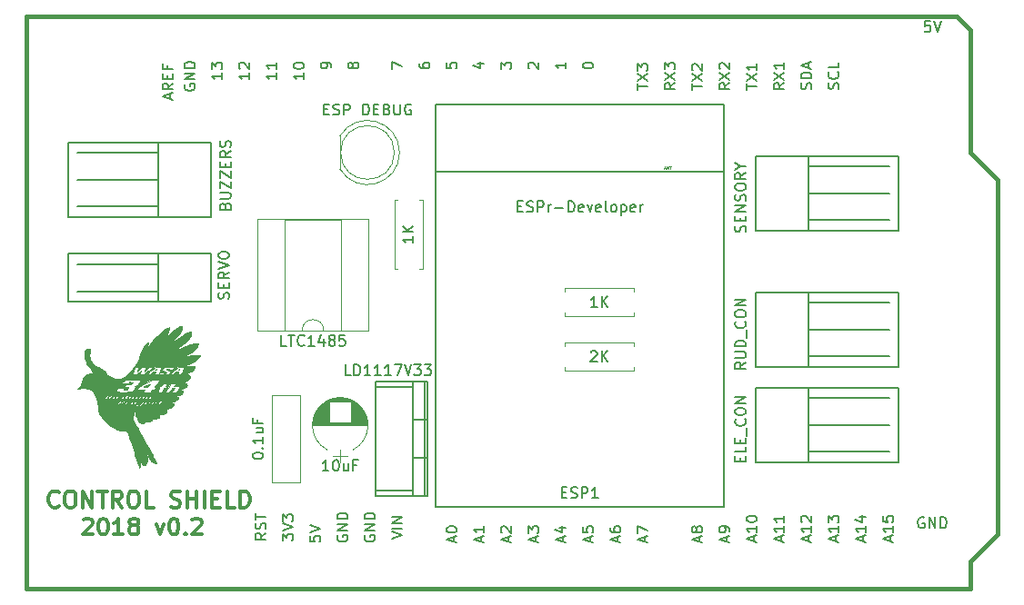
<source format=gto>
G04 #@! TF.FileFunction,Legend,Top*
%FSLAX46Y46*%
G04 Gerber Fmt 4.6, Leading zero omitted, Abs format (unit mm)*
G04 Created by KiCad (PCBNEW 4.0.4-stable) date 2018 February 08, Thursday 23:41:36*
%MOMM*%
%LPD*%
G01*
G04 APERTURE LIST*
%ADD10C,0.100000*%
%ADD11C,0.300000*%
%ADD12C,0.381000*%
%ADD13C,0.120000*%
%ADD14C,0.150000*%
%ADD15C,0.010000*%
%ADD16C,0.304800*%
%ADD17C,0.031750*%
G04 APERTURE END LIST*
D10*
D11*
X155155001Y-85046429D02*
X155226430Y-84975000D01*
X155369287Y-84903571D01*
X155726430Y-84903571D01*
X155869287Y-84975000D01*
X155940716Y-85046429D01*
X156012144Y-85189286D01*
X156012144Y-85332143D01*
X155940716Y-85546429D01*
X155083573Y-86403571D01*
X156012144Y-86403571D01*
X156940715Y-84903571D02*
X157083572Y-84903571D01*
X157226429Y-84975000D01*
X157297858Y-85046429D01*
X157369287Y-85189286D01*
X157440715Y-85475000D01*
X157440715Y-85832143D01*
X157369287Y-86117857D01*
X157297858Y-86260714D01*
X157226429Y-86332143D01*
X157083572Y-86403571D01*
X156940715Y-86403571D01*
X156797858Y-86332143D01*
X156726429Y-86260714D01*
X156655001Y-86117857D01*
X156583572Y-85832143D01*
X156583572Y-85475000D01*
X156655001Y-85189286D01*
X156726429Y-85046429D01*
X156797858Y-84975000D01*
X156940715Y-84903571D01*
X158869286Y-86403571D02*
X158012143Y-86403571D01*
X158440715Y-86403571D02*
X158440715Y-84903571D01*
X158297858Y-85117857D01*
X158155000Y-85260714D01*
X158012143Y-85332143D01*
X159726429Y-85546429D02*
X159583571Y-85475000D01*
X159512143Y-85403571D01*
X159440714Y-85260714D01*
X159440714Y-85189286D01*
X159512143Y-85046429D01*
X159583571Y-84975000D01*
X159726429Y-84903571D01*
X160012143Y-84903571D01*
X160155000Y-84975000D01*
X160226429Y-85046429D01*
X160297857Y-85189286D01*
X160297857Y-85260714D01*
X160226429Y-85403571D01*
X160155000Y-85475000D01*
X160012143Y-85546429D01*
X159726429Y-85546429D01*
X159583571Y-85617857D01*
X159512143Y-85689286D01*
X159440714Y-85832143D01*
X159440714Y-86117857D01*
X159512143Y-86260714D01*
X159583571Y-86332143D01*
X159726429Y-86403571D01*
X160012143Y-86403571D01*
X160155000Y-86332143D01*
X160226429Y-86260714D01*
X160297857Y-86117857D01*
X160297857Y-85832143D01*
X160226429Y-85689286D01*
X160155000Y-85617857D01*
X160012143Y-85546429D01*
X161940714Y-85403571D02*
X162297857Y-86403571D01*
X162654999Y-85403571D01*
X163512142Y-84903571D02*
X163654999Y-84903571D01*
X163797856Y-84975000D01*
X163869285Y-85046429D01*
X163940714Y-85189286D01*
X164012142Y-85475000D01*
X164012142Y-85832143D01*
X163940714Y-86117857D01*
X163869285Y-86260714D01*
X163797856Y-86332143D01*
X163654999Y-86403571D01*
X163512142Y-86403571D01*
X163369285Y-86332143D01*
X163297856Y-86260714D01*
X163226428Y-86117857D01*
X163154999Y-85832143D01*
X163154999Y-85475000D01*
X163226428Y-85189286D01*
X163297856Y-85046429D01*
X163369285Y-84975000D01*
X163512142Y-84903571D01*
X164654999Y-86260714D02*
X164726427Y-86332143D01*
X164654999Y-86403571D01*
X164583570Y-86332143D01*
X164654999Y-86260714D01*
X164654999Y-86403571D01*
X165297856Y-85046429D02*
X165369285Y-84975000D01*
X165512142Y-84903571D01*
X165869285Y-84903571D01*
X166012142Y-84975000D01*
X166083571Y-85046429D01*
X166154999Y-85189286D01*
X166154999Y-85332143D01*
X166083571Y-85546429D01*
X165226428Y-86403571D01*
X166154999Y-86403571D01*
D12*
X237744000Y-91440000D02*
X149860000Y-91440000D01*
X236474000Y-38100000D02*
X149860000Y-38100000D01*
X237744000Y-50800000D02*
X237744000Y-39370000D01*
X237744000Y-39370000D02*
X236474000Y-38100000D01*
X149860000Y-91440000D02*
X149860000Y-38100000D01*
X237744000Y-50800000D02*
X240284000Y-53340000D01*
X240284000Y-53340000D02*
X240284000Y-86360000D01*
X240284000Y-86360000D02*
X237744000Y-88900000D01*
X237744000Y-88900000D02*
X237744000Y-91440000D01*
D13*
X172680000Y-81570000D02*
X172680000Y-73450000D01*
X175300000Y-81570000D02*
X175300000Y-73450000D01*
X172680000Y-81570000D02*
X175300000Y-81570000D01*
X172680000Y-73450000D02*
X175300000Y-73450000D01*
X177890277Y-73914278D02*
G75*
G03X177890000Y-78525580I1179723J-2305722D01*
G01*
X180249723Y-73914278D02*
G75*
G02X180250000Y-78525580I-1179723J-2305722D01*
G01*
X180249723Y-73914278D02*
G75*
G03X177890000Y-73914420I-1179723J-2305722D01*
G01*
X176520000Y-76220000D02*
X181620000Y-76220000D01*
X176520000Y-76180000D02*
X181620000Y-76180000D01*
X176521000Y-76140000D02*
X181619000Y-76140000D01*
X176522000Y-76100000D02*
X181618000Y-76100000D01*
X176524000Y-76060000D02*
X181616000Y-76060000D01*
X176527000Y-76020000D02*
X181613000Y-76020000D01*
X176531000Y-75980000D02*
X181609000Y-75980000D01*
X176535000Y-75940000D02*
X178090000Y-75940000D01*
X180050000Y-75940000D02*
X181605000Y-75940000D01*
X176539000Y-75900000D02*
X178090000Y-75900000D01*
X180050000Y-75900000D02*
X181601000Y-75900000D01*
X176545000Y-75860000D02*
X178090000Y-75860000D01*
X180050000Y-75860000D02*
X181595000Y-75860000D01*
X176551000Y-75820000D02*
X178090000Y-75820000D01*
X180050000Y-75820000D02*
X181589000Y-75820000D01*
X176557000Y-75780000D02*
X178090000Y-75780000D01*
X180050000Y-75780000D02*
X181583000Y-75780000D01*
X176564000Y-75740000D02*
X178090000Y-75740000D01*
X180050000Y-75740000D02*
X181576000Y-75740000D01*
X176572000Y-75700000D02*
X178090000Y-75700000D01*
X180050000Y-75700000D02*
X181568000Y-75700000D01*
X176581000Y-75660000D02*
X178090000Y-75660000D01*
X180050000Y-75660000D02*
X181559000Y-75660000D01*
X176590000Y-75620000D02*
X178090000Y-75620000D01*
X180050000Y-75620000D02*
X181550000Y-75620000D01*
X176600000Y-75580000D02*
X178090000Y-75580000D01*
X180050000Y-75580000D02*
X181540000Y-75580000D01*
X176610000Y-75540000D02*
X178090000Y-75540000D01*
X180050000Y-75540000D02*
X181530000Y-75540000D01*
X176622000Y-75499000D02*
X178090000Y-75499000D01*
X180050000Y-75499000D02*
X181518000Y-75499000D01*
X176634000Y-75459000D02*
X178090000Y-75459000D01*
X180050000Y-75459000D02*
X181506000Y-75459000D01*
X176646000Y-75419000D02*
X178090000Y-75419000D01*
X180050000Y-75419000D02*
X181494000Y-75419000D01*
X176660000Y-75379000D02*
X178090000Y-75379000D01*
X180050000Y-75379000D02*
X181480000Y-75379000D01*
X176674000Y-75339000D02*
X178090000Y-75339000D01*
X180050000Y-75339000D02*
X181466000Y-75339000D01*
X176688000Y-75299000D02*
X178090000Y-75299000D01*
X180050000Y-75299000D02*
X181452000Y-75299000D01*
X176704000Y-75259000D02*
X178090000Y-75259000D01*
X180050000Y-75259000D02*
X181436000Y-75259000D01*
X176720000Y-75219000D02*
X178090000Y-75219000D01*
X180050000Y-75219000D02*
X181420000Y-75219000D01*
X176737000Y-75179000D02*
X178090000Y-75179000D01*
X180050000Y-75179000D02*
X181403000Y-75179000D01*
X176755000Y-75139000D02*
X178090000Y-75139000D01*
X180050000Y-75139000D02*
X181385000Y-75139000D01*
X176774000Y-75099000D02*
X178090000Y-75099000D01*
X180050000Y-75099000D02*
X181366000Y-75099000D01*
X176794000Y-75059000D02*
X178090000Y-75059000D01*
X180050000Y-75059000D02*
X181346000Y-75059000D01*
X176814000Y-75019000D02*
X178090000Y-75019000D01*
X180050000Y-75019000D02*
X181326000Y-75019000D01*
X176836000Y-74979000D02*
X178090000Y-74979000D01*
X180050000Y-74979000D02*
X181304000Y-74979000D01*
X176858000Y-74939000D02*
X178090000Y-74939000D01*
X180050000Y-74939000D02*
X181282000Y-74939000D01*
X176881000Y-74899000D02*
X178090000Y-74899000D01*
X180050000Y-74899000D02*
X181259000Y-74899000D01*
X176905000Y-74859000D02*
X178090000Y-74859000D01*
X180050000Y-74859000D02*
X181235000Y-74859000D01*
X176930000Y-74819000D02*
X178090000Y-74819000D01*
X180050000Y-74819000D02*
X181210000Y-74819000D01*
X176957000Y-74779000D02*
X178090000Y-74779000D01*
X180050000Y-74779000D02*
X181183000Y-74779000D01*
X176984000Y-74739000D02*
X178090000Y-74739000D01*
X180050000Y-74739000D02*
X181156000Y-74739000D01*
X177012000Y-74699000D02*
X178090000Y-74699000D01*
X180050000Y-74699000D02*
X181128000Y-74699000D01*
X177042000Y-74659000D02*
X178090000Y-74659000D01*
X180050000Y-74659000D02*
X181098000Y-74659000D01*
X177073000Y-74619000D02*
X178090000Y-74619000D01*
X180050000Y-74619000D02*
X181067000Y-74619000D01*
X177105000Y-74579000D02*
X178090000Y-74579000D01*
X180050000Y-74579000D02*
X181035000Y-74579000D01*
X177138000Y-74539000D02*
X178090000Y-74539000D01*
X180050000Y-74539000D02*
X181002000Y-74539000D01*
X177173000Y-74499000D02*
X178090000Y-74499000D01*
X180050000Y-74499000D02*
X180967000Y-74499000D01*
X177209000Y-74459000D02*
X178090000Y-74459000D01*
X180050000Y-74459000D02*
X180931000Y-74459000D01*
X177247000Y-74419000D02*
X178090000Y-74419000D01*
X180050000Y-74419000D02*
X180893000Y-74419000D01*
X177287000Y-74379000D02*
X178090000Y-74379000D01*
X180050000Y-74379000D02*
X180853000Y-74379000D01*
X177328000Y-74339000D02*
X178090000Y-74339000D01*
X180050000Y-74339000D02*
X180812000Y-74339000D01*
X177371000Y-74299000D02*
X178090000Y-74299000D01*
X180050000Y-74299000D02*
X180769000Y-74299000D01*
X177416000Y-74259000D02*
X178090000Y-74259000D01*
X180050000Y-74259000D02*
X180724000Y-74259000D01*
X177464000Y-74219000D02*
X178090000Y-74219000D01*
X180050000Y-74219000D02*
X180676000Y-74219000D01*
X177514000Y-74179000D02*
X178090000Y-74179000D01*
X180050000Y-74179000D02*
X180626000Y-74179000D01*
X177566000Y-74139000D02*
X178090000Y-74139000D01*
X180050000Y-74139000D02*
X180574000Y-74139000D01*
X177622000Y-74099000D02*
X178090000Y-74099000D01*
X180050000Y-74099000D02*
X180518000Y-74099000D01*
X177680000Y-74059000D02*
X178090000Y-74059000D01*
X180050000Y-74059000D02*
X180460000Y-74059000D01*
X177743000Y-74019000D02*
X178090000Y-74019000D01*
X180050000Y-74019000D02*
X180397000Y-74019000D01*
X177809000Y-73979000D02*
X180331000Y-73979000D01*
X177881000Y-73939000D02*
X180259000Y-73939000D01*
X177958000Y-73899000D02*
X180182000Y-73899000D01*
X178042000Y-73859000D02*
X180098000Y-73859000D01*
X178136000Y-73819000D02*
X180004000Y-73819000D01*
X178241000Y-73779000D02*
X179899000Y-73779000D01*
X178363000Y-73739000D02*
X179777000Y-73739000D01*
X178511000Y-73699000D02*
X179629000Y-73699000D01*
X178716000Y-73659000D02*
X179424000Y-73659000D01*
X179070000Y-79670000D02*
X179070000Y-78470000D01*
X178420000Y-79070000D02*
X179720000Y-79070000D01*
X184600000Y-50800462D02*
G75*
G03X179050000Y-49255170I-2990000J462D01*
G01*
X184600000Y-50799538D02*
G75*
G02X179050000Y-52344830I-2990000J-462D01*
G01*
X184110000Y-50800000D02*
G75*
G03X184110000Y-50800000I-2500000J0D01*
G01*
X179050000Y-49255000D02*
X179050000Y-52345000D01*
D14*
X187960000Y-52620000D02*
X214760000Y-52620000D01*
X214760000Y-46320000D02*
X214760000Y-83820000D01*
X187960000Y-46320000D02*
X214760000Y-46320000D01*
X187960000Y-83820000D02*
X187960000Y-46320000D01*
X187960000Y-83820000D02*
X214760000Y-83820000D01*
X222680000Y-69810000D02*
X230180000Y-69810000D01*
X222680000Y-67310000D02*
X230180000Y-67310000D01*
X222680000Y-64810000D02*
X230180000Y-64810000D01*
X222680000Y-63810000D02*
X222680000Y-70810000D01*
X231080000Y-63810000D02*
X231080000Y-70810000D01*
X217780000Y-70810000D02*
X231080000Y-70810000D01*
X217780000Y-63810000D02*
X231080000Y-63810000D01*
X217780000Y-63810000D02*
X217780000Y-70810000D01*
X222680000Y-78700000D02*
X230180000Y-78700000D01*
X222680000Y-76200000D02*
X230180000Y-76200000D01*
X222680000Y-73700000D02*
X230180000Y-73700000D01*
X222680000Y-72700000D02*
X222680000Y-79700000D01*
X231080000Y-72700000D02*
X231080000Y-79700000D01*
X217780000Y-79700000D02*
X231080000Y-79700000D01*
X217780000Y-72700000D02*
X231080000Y-72700000D01*
X217780000Y-72700000D02*
X217780000Y-79700000D01*
X162130000Y-61230000D02*
X154630000Y-61230000D01*
X162130000Y-63730000D02*
X154630000Y-63730000D01*
X162130000Y-64730000D02*
X162130000Y-60230000D01*
X153730000Y-64730000D02*
X153730000Y-60230000D01*
X167030000Y-60230000D02*
X153730000Y-60230000D01*
X167030000Y-64730000D02*
X153730000Y-64730000D01*
X167030000Y-64730000D02*
X167030000Y-60230000D01*
X162130000Y-50840000D02*
X154630000Y-50840000D01*
X162130000Y-53340000D02*
X154630000Y-53340000D01*
X162130000Y-55840000D02*
X154630000Y-55840000D01*
X162130000Y-56840000D02*
X162130000Y-49840000D01*
X153730000Y-56840000D02*
X153730000Y-49840000D01*
X167030000Y-49840000D02*
X153730000Y-49840000D01*
X167030000Y-56840000D02*
X153730000Y-56840000D01*
X167030000Y-56840000D02*
X167030000Y-49840000D01*
X222680000Y-57110000D02*
X230180000Y-57110000D01*
X222680000Y-54610000D02*
X230180000Y-54610000D01*
X222680000Y-52110000D02*
X230180000Y-52110000D01*
X222680000Y-51110000D02*
X222680000Y-58110000D01*
X231080000Y-51110000D02*
X231080000Y-58110000D01*
X217780000Y-58110000D02*
X231080000Y-58110000D01*
X217780000Y-51110000D02*
X231080000Y-51110000D01*
X217780000Y-51110000D02*
X217780000Y-58110000D01*
D13*
X199990000Y-63790000D02*
X199990000Y-63460000D01*
X199990000Y-63460000D02*
X206410000Y-63460000D01*
X206410000Y-63460000D02*
X206410000Y-63790000D01*
X199990000Y-65750000D02*
X199990000Y-66080000D01*
X199990000Y-66080000D02*
X206410000Y-66080000D01*
X206410000Y-66080000D02*
X206410000Y-65750000D01*
X206410000Y-70830000D02*
X206410000Y-71160000D01*
X206410000Y-71160000D02*
X199990000Y-71160000D01*
X199990000Y-71160000D02*
X199990000Y-70830000D01*
X206410000Y-68870000D02*
X206410000Y-68540000D01*
X206410000Y-68540000D02*
X199990000Y-68540000D01*
X199990000Y-68540000D02*
X199990000Y-68870000D01*
X184440000Y-61630000D02*
X184110000Y-61630000D01*
X184110000Y-61630000D02*
X184110000Y-55210000D01*
X184110000Y-55210000D02*
X184440000Y-55210000D01*
X186400000Y-61630000D02*
X186730000Y-61630000D01*
X186730000Y-61630000D02*
X186730000Y-55210000D01*
X186730000Y-55210000D02*
X186400000Y-55210000D01*
D14*
X185801000Y-82296000D02*
X182372000Y-82296000D01*
X185801000Y-72644000D02*
X182372000Y-72644000D01*
X186944000Y-82804000D02*
X186944000Y-72136000D01*
X185928000Y-79248000D02*
X187198000Y-79248000D01*
X185928000Y-75692000D02*
X187198000Y-75692000D01*
X185801000Y-72136000D02*
X185801000Y-82804000D01*
X182372000Y-82804000D02*
X182372000Y-72136000D01*
X187198000Y-72136000D02*
X182372000Y-72136000D01*
X187198000Y-82804000D02*
X182372000Y-82804000D01*
X187198000Y-82804000D02*
X187198000Y-72136000D01*
D13*
X175530000Y-67370000D02*
G75*
G02X177530000Y-67370000I1000000J0D01*
G01*
X177530000Y-67370000D02*
X179180000Y-67370000D01*
X179180000Y-67370000D02*
X179180000Y-57090000D01*
X179180000Y-57090000D02*
X173880000Y-57090000D01*
X173880000Y-57090000D02*
X173880000Y-67370000D01*
X173880000Y-67370000D02*
X175530000Y-67370000D01*
X181670000Y-67430000D02*
X181670000Y-57030000D01*
X181670000Y-57030000D02*
X171390000Y-57030000D01*
X171390000Y-57030000D02*
X171390000Y-67430000D01*
X171390000Y-67430000D02*
X181670000Y-67430000D01*
D15*
G36*
X164258128Y-66975390D02*
X164276865Y-66983302D01*
X164287315Y-67002674D01*
X164290145Y-67011550D01*
X164295333Y-67041102D01*
X164299478Y-67087957D01*
X164301959Y-67144021D01*
X164302367Y-67170300D01*
X164295214Y-67277661D01*
X164271530Y-67383250D01*
X164229903Y-67490818D01*
X164168922Y-67604114D01*
X164099479Y-67709620D01*
X164071661Y-67744913D01*
X164027855Y-67795235D01*
X163970479Y-67858108D01*
X163901951Y-67931059D01*
X163824691Y-68011610D01*
X163741115Y-68097287D01*
X163653643Y-68185614D01*
X163564693Y-68274115D01*
X163476683Y-68360315D01*
X163392032Y-68441738D01*
X163313157Y-68515909D01*
X163299616Y-68528430D01*
X163252575Y-68572517D01*
X163213117Y-68610857D01*
X163184635Y-68640047D01*
X163170525Y-68656684D01*
X163169600Y-68658786D01*
X163179478Y-68655351D01*
X163206940Y-68639455D01*
X163248720Y-68613152D01*
X163301556Y-68578494D01*
X163360182Y-68538905D01*
X163522109Y-68428191D01*
X163664924Y-68330650D01*
X163790442Y-68245065D01*
X163900483Y-68170218D01*
X163996862Y-68104893D01*
X164081398Y-68047871D01*
X164155908Y-67997936D01*
X164222208Y-67953870D01*
X164282117Y-67914456D01*
X164337451Y-67878476D01*
X164390029Y-67844714D01*
X164441666Y-67811951D01*
X164494181Y-67778970D01*
X164501095Y-67774648D01*
X164652370Y-67683160D01*
X164785284Y-67609198D01*
X164899857Y-67552755D01*
X164996103Y-67513823D01*
X165074040Y-67492395D01*
X165119097Y-67487800D01*
X165154988Y-67489542D01*
X165173510Y-67497457D01*
X165182605Y-67515573D01*
X165183977Y-67520716D01*
X165187009Y-67547995D01*
X165188039Y-67592690D01*
X165186965Y-67646889D01*
X165185897Y-67669941D01*
X165171299Y-67779100D01*
X165138955Y-67888931D01*
X165088201Y-68000182D01*
X165018369Y-68113602D01*
X164928795Y-68229939D01*
X164818812Y-68349942D01*
X164687755Y-68474360D01*
X164534959Y-68603940D01*
X164359756Y-68739433D01*
X164161483Y-68881585D01*
X164026850Y-68973276D01*
X163963139Y-69016775D01*
X163899769Y-69061582D01*
X163839891Y-69105293D01*
X163786656Y-69145504D01*
X163743215Y-69179808D01*
X163712718Y-69205802D01*
X163698317Y-69221081D01*
X163698300Y-69224016D01*
X163714180Y-69220964D01*
X163748312Y-69209632D01*
X163795634Y-69191828D01*
X163849629Y-69169969D01*
X164077843Y-69076264D01*
X164297494Y-68989308D01*
X164507337Y-68909485D01*
X164706125Y-68837176D01*
X164892612Y-68772765D01*
X165065551Y-68716636D01*
X165223697Y-68669170D01*
X165365803Y-68630752D01*
X165490623Y-68601764D01*
X165596911Y-68582588D01*
X165683420Y-68573609D01*
X165748903Y-68575209D01*
X165771100Y-68579461D01*
X165803027Y-68589256D01*
X165818450Y-68601522D01*
X165823307Y-68624635D01*
X165823589Y-68653514D01*
X165810334Y-68768816D01*
X165771775Y-68882113D01*
X165707908Y-68993408D01*
X165618731Y-69102704D01*
X165504242Y-69210003D01*
X165364438Y-69315308D01*
X165199316Y-69418623D01*
X165070702Y-69488708D01*
X164985075Y-69531773D01*
X164897284Y-69573302D01*
X164804236Y-69614541D01*
X164702837Y-69656733D01*
X164589996Y-69701124D01*
X164462619Y-69748957D01*
X164317613Y-69801477D01*
X164151886Y-69859928D01*
X164123457Y-69869838D01*
X164107608Y-69877828D01*
X164112328Y-69882217D01*
X164132981Y-69882538D01*
X164164930Y-69878326D01*
X164179107Y-69875432D01*
X164230434Y-69864840D01*
X164303084Y-69851143D01*
X164393254Y-69834965D01*
X164497144Y-69816931D01*
X164610951Y-69797669D01*
X164730874Y-69777802D01*
X164853110Y-69757957D01*
X164973859Y-69738760D01*
X165089318Y-69720836D01*
X165195685Y-69704811D01*
X165289160Y-69691310D01*
X165341300Y-69684172D01*
X165458014Y-69670613D01*
X165570706Y-69661210D01*
X165675774Y-69656012D01*
X165769615Y-69655069D01*
X165848628Y-69658431D01*
X165909210Y-69666148D01*
X165942798Y-69675843D01*
X165973465Y-69691018D01*
X165986029Y-69706078D01*
X165985970Y-69730345D01*
X165983561Y-69745171D01*
X165962578Y-69814663D01*
X165924302Y-69891563D01*
X165872600Y-69969229D01*
X165811437Y-70040916D01*
X165714343Y-70127379D01*
X165593419Y-70211972D01*
X165450209Y-70293985D01*
X165286256Y-70372708D01*
X165103103Y-70447432D01*
X164902296Y-70517447D01*
X164685376Y-70582043D01*
X164566600Y-70613287D01*
X164395150Y-70656450D01*
X164839650Y-70664560D01*
X164973256Y-70667308D01*
X165083828Y-70670312D01*
X165173729Y-70673695D01*
X165245324Y-70677580D01*
X165300978Y-70682091D01*
X165343055Y-70687353D01*
X165368779Y-70692242D01*
X165424831Y-70707374D01*
X165473949Y-70724572D01*
X165510827Y-70741612D01*
X165530158Y-70756266D01*
X165531800Y-70760623D01*
X165526599Y-70774954D01*
X165512640Y-70806596D01*
X165492384Y-70850072D01*
X165479574Y-70876792D01*
X165408935Y-70994467D01*
X165318303Y-71096732D01*
X165207434Y-71183826D01*
X165098770Y-71245296D01*
X164944645Y-71310888D01*
X164786303Y-71358946D01*
X164616622Y-71391949D01*
X164562045Y-71400605D01*
X164517413Y-71408673D01*
X164488343Y-71415081D01*
X164480239Y-71418026D01*
X164488343Y-71421386D01*
X164516028Y-71423879D01*
X164557479Y-71425004D01*
X164561308Y-71425020D01*
X164691346Y-71436010D01*
X164818045Y-71466957D01*
X164902418Y-71500650D01*
X164958094Y-71532397D01*
X165011944Y-71572081D01*
X165058569Y-71614813D01*
X165092573Y-71655705D01*
X165107877Y-71686716D01*
X165107477Y-71733403D01*
X165087416Y-71788436D01*
X165050573Y-71848447D01*
X164999824Y-71910067D01*
X164938046Y-71969927D01*
X164868116Y-72024658D01*
X164792912Y-72070892D01*
X164769800Y-72082578D01*
X164690396Y-72116076D01*
X164612784Y-72140474D01*
X164542742Y-72154404D01*
X164486049Y-72156498D01*
X164468907Y-72153836D01*
X164446066Y-72150449D01*
X164445199Y-72156366D01*
X164466635Y-72171834D01*
X164510702Y-72197099D01*
X164566149Y-72226432D01*
X164662266Y-72283078D01*
X164733240Y-72340617D01*
X164779320Y-72399278D01*
X164795941Y-72437787D01*
X164803577Y-72473092D01*
X164801786Y-72504212D01*
X164788262Y-72535942D01*
X164760699Y-72573082D01*
X164716790Y-72620429D01*
X164699950Y-72637477D01*
X164611308Y-72711902D01*
X164503521Y-72775822D01*
X164374380Y-72830481D01*
X164331631Y-72845101D01*
X164220784Y-72881229D01*
X164289673Y-72920108D01*
X164346654Y-72958034D01*
X164393396Y-73000250D01*
X164425710Y-73042190D01*
X164439405Y-73079289D01*
X164439600Y-73083505D01*
X164429036Y-73128791D01*
X164399952Y-73181704D01*
X164356260Y-73237954D01*
X164301870Y-73293250D01*
X164240694Y-73343303D01*
X164176642Y-73383822D01*
X164156663Y-73393847D01*
X164040479Y-73435640D01*
X163923298Y-73453326D01*
X163843994Y-73451234D01*
X163762738Y-73443007D01*
X163858340Y-73506949D01*
X163925233Y-73555481D01*
X163969335Y-73597814D01*
X163991598Y-73636779D01*
X163992970Y-73675209D01*
X163974404Y-73715934D01*
X163942030Y-73756241D01*
X163884082Y-73809911D01*
X163806197Y-73868209D01*
X163712765Y-73928458D01*
X163608175Y-73987980D01*
X163496817Y-74044098D01*
X163398200Y-74087922D01*
X163379460Y-74096635D01*
X163377965Y-74103673D01*
X163396103Y-74113506D01*
X163416566Y-74122251D01*
X163483902Y-74158188D01*
X163534684Y-74200986D01*
X163563252Y-74244084D01*
X163572115Y-74296438D01*
X163558112Y-74350830D01*
X163523531Y-74405786D01*
X163470662Y-74459829D01*
X163401793Y-74511485D01*
X163319213Y-74559279D01*
X163225212Y-74601735D01*
X163122079Y-74637380D01*
X163012102Y-74664737D01*
X162897572Y-74682332D01*
X162880567Y-74683999D01*
X162788384Y-74692367D01*
X162850460Y-74758003D01*
X162883826Y-74797700D01*
X162909469Y-74836416D01*
X162921417Y-74864076D01*
X162922221Y-74924185D01*
X162898659Y-74982485D01*
X162851755Y-75037961D01*
X162782531Y-75089602D01*
X162692009Y-75136393D01*
X162617150Y-75165502D01*
X162558228Y-75183698D01*
X162501217Y-75195653D01*
X162436402Y-75202999D01*
X162371940Y-75206671D01*
X162309614Y-75209669D01*
X162268772Y-75212977D01*
X162245500Y-75217363D01*
X162235885Y-75223593D01*
X162236014Y-75232436D01*
X162236317Y-75233251D01*
X162242659Y-75258067D01*
X162249167Y-75296117D01*
X162251286Y-75312196D01*
X162248035Y-75380591D01*
X162221641Y-75440504D01*
X162173138Y-75491242D01*
X162103559Y-75532111D01*
X162013937Y-75562416D01*
X161905308Y-75581465D01*
X161842450Y-75586648D01*
X161764483Y-75588882D01*
X161702109Y-75585422D01*
X161646031Y-75575648D01*
X161634180Y-75572734D01*
X161592390Y-75562695D01*
X161561688Y-75556636D01*
X161548921Y-75555845D01*
X161549810Y-75569229D01*
X161556616Y-75598610D01*
X161561600Y-75616392D01*
X161571428Y-75681380D01*
X161558801Y-75735947D01*
X161523019Y-75781451D01*
X161463382Y-75819251D01*
X161455100Y-75823104D01*
X161395592Y-75841304D01*
X161318562Y-75852182D01*
X161230771Y-75855872D01*
X161138977Y-75852508D01*
X161049941Y-75842223D01*
X160970421Y-75825151D01*
X160932781Y-75812759D01*
X160919057Y-75812659D01*
X160910077Y-75828734D01*
X160903567Y-75861757D01*
X160882370Y-75931366D01*
X160843418Y-75988739D01*
X160794446Y-76026225D01*
X160738014Y-76042872D01*
X160668130Y-76043642D01*
X160589958Y-76029941D01*
X160508662Y-76003173D01*
X160429405Y-75964744D01*
X160357350Y-75916059D01*
X160341732Y-75903030D01*
X160292243Y-75848398D01*
X160241879Y-75771255D01*
X160191652Y-75674422D01*
X160142574Y-75560719D01*
X160095656Y-75432966D01*
X160051911Y-75293983D01*
X160012350Y-75146590D01*
X159977985Y-74993606D01*
X159949828Y-74837852D01*
X159942754Y-74791084D01*
X159932490Y-74722124D01*
X159922550Y-74659274D01*
X159913877Y-74608220D01*
X159907411Y-74574644D01*
X159905837Y-74568050D01*
X159899839Y-74548585D01*
X159896504Y-74548771D01*
X159894798Y-74570856D01*
X159894174Y-74593450D01*
X159890543Y-74661777D01*
X159882745Y-74748354D01*
X159871583Y-74847539D01*
X159857857Y-74953688D01*
X159842371Y-75061158D01*
X159825924Y-75164307D01*
X159809319Y-75257490D01*
X159793358Y-75335066D01*
X159782701Y-75378137D01*
X159768443Y-75472472D01*
X159774933Y-75578089D01*
X159802315Y-75695786D01*
X159850733Y-75826364D01*
X159871711Y-75873189D01*
X159885542Y-75900746D01*
X159910532Y-75948240D01*
X159945463Y-76013433D01*
X159989113Y-76094084D01*
X160040262Y-76187953D01*
X160097689Y-76292801D01*
X160160174Y-76406387D01*
X160226496Y-76526471D01*
X160295435Y-76650814D01*
X160295454Y-76650850D01*
X160372693Y-76790062D01*
X160454695Y-76938172D01*
X160540146Y-77092783D01*
X160627731Y-77251500D01*
X160716133Y-77411927D01*
X160804038Y-77571670D01*
X160890129Y-77728333D01*
X160973093Y-77879520D01*
X161051613Y-78022837D01*
X161124373Y-78155888D01*
X161190059Y-78276278D01*
X161247355Y-78381611D01*
X161294946Y-78469492D01*
X161331128Y-78536800D01*
X161422460Y-78708310D01*
X161508932Y-78871884D01*
X161589800Y-79026059D01*
X161664317Y-79169368D01*
X161731738Y-79300348D01*
X161791316Y-79417533D01*
X161842308Y-79519460D01*
X161883966Y-79604663D01*
X161915546Y-79671679D01*
X161936301Y-79719041D01*
X161944633Y-79741876D01*
X161948303Y-79759450D01*
X161942569Y-79767641D01*
X161921891Y-79768789D01*
X161887781Y-79765914D01*
X161831102Y-79753389D01*
X161761307Y-79726996D01*
X161684356Y-79689636D01*
X161606212Y-79644211D01*
X161532835Y-79593621D01*
X161531300Y-79592457D01*
X161493280Y-79561265D01*
X161457691Y-79526472D01*
X161423230Y-79485821D01*
X161388599Y-79437054D01*
X161352495Y-79377915D01*
X161313620Y-79306146D01*
X161270672Y-79219490D01*
X161222352Y-79115690D01*
X161167358Y-78992488D01*
X161110917Y-78862768D01*
X161075644Y-78781762D01*
X161043028Y-78708280D01*
X161014585Y-78645625D01*
X160991831Y-78597100D01*
X160976281Y-78566006D01*
X160970046Y-78555900D01*
X160961006Y-78551724D01*
X160963859Y-78565315D01*
X160969845Y-78585365D01*
X160980774Y-78624738D01*
X160995210Y-78678174D01*
X161011721Y-78740407D01*
X161015767Y-78755815D01*
X161063261Y-78958718D01*
X161094881Y-79144073D01*
X161110645Y-79311541D01*
X161110575Y-79460779D01*
X161094689Y-79591447D01*
X161063008Y-79703205D01*
X161015551Y-79795710D01*
X160952337Y-79868623D01*
X160951429Y-79869424D01*
X160906233Y-79902589D01*
X160851687Y-79933070D01*
X160796189Y-79956958D01*
X160748137Y-79970344D01*
X160731283Y-79971900D01*
X160711863Y-79960565D01*
X160685616Y-79928963D01*
X160654393Y-79880696D01*
X160620048Y-79819370D01*
X160584434Y-79748586D01*
X160549402Y-79671948D01*
X160516806Y-79593060D01*
X160488498Y-79515525D01*
X160475060Y-79473543D01*
X160460288Y-79427968D01*
X160447154Y-79393582D01*
X160437937Y-79376168D01*
X160436303Y-79375118D01*
X160434133Y-79387222D01*
X160432749Y-79421368D01*
X160432163Y-79474213D01*
X160432387Y-79542411D01*
X160433433Y-79622618D01*
X160435090Y-79702365D01*
X160437393Y-79804519D01*
X160438679Y-79884813D01*
X160438823Y-79946771D01*
X160437697Y-79993917D01*
X160435177Y-80029775D01*
X160431135Y-80057870D01*
X160425445Y-80081725D01*
X160420991Y-80096065D01*
X160405079Y-80138451D01*
X160391698Y-80158438D01*
X160378167Y-80158486D01*
X160365991Y-80146525D01*
X160344137Y-80110857D01*
X160316107Y-80050789D01*
X160281977Y-79966539D01*
X160241822Y-79858325D01*
X160195716Y-79726365D01*
X160143735Y-79570879D01*
X160085953Y-79392084D01*
X160022445Y-79190199D01*
X159953285Y-78965443D01*
X159892762Y-78765400D01*
X159803447Y-78470469D01*
X159720074Y-78199933D01*
X159642543Y-77953513D01*
X159570757Y-77730932D01*
X159504616Y-77531913D01*
X159444022Y-77356178D01*
X159388875Y-77203449D01*
X159339079Y-77073450D01*
X159294533Y-76965903D01*
X159255138Y-76880530D01*
X159220798Y-76817054D01*
X159191412Y-76775198D01*
X159181032Y-76764455D01*
X159168549Y-76756187D01*
X159149496Y-76750103D01*
X159119994Y-76745799D01*
X159076163Y-76742870D01*
X159014121Y-76740910D01*
X158943935Y-76739700D01*
X158806376Y-76733918D01*
X158679746Y-76719568D01*
X158558136Y-76695146D01*
X158435636Y-76659149D01*
X158306336Y-76610074D01*
X158164329Y-76546420D01*
X158142220Y-76535837D01*
X157905090Y-76410158D01*
X157679345Y-76266677D01*
X157460650Y-76102490D01*
X157327600Y-75989818D01*
X157151262Y-75823168D01*
X156992177Y-75650491D01*
X156852268Y-75474229D01*
X156733461Y-75296819D01*
X156637680Y-75120700D01*
X156631399Y-75107443D01*
X156588182Y-75011860D01*
X156556282Y-74931240D01*
X156534155Y-74858644D01*
X156520256Y-74787131D01*
X156513041Y-74709762D01*
X156510965Y-74619597D01*
X156511365Y-74568050D01*
X156508092Y-74392330D01*
X159996616Y-74392330D01*
X160004649Y-74412251D01*
X160022825Y-74427629D01*
X160039737Y-74435787D01*
X160065994Y-74441467D01*
X160105656Y-74445046D01*
X160162785Y-74446898D01*
X160236830Y-74447400D01*
X160306367Y-74446478D01*
X160369821Y-74443948D01*
X160421407Y-74440160D01*
X160455341Y-74435467D01*
X160461811Y-74433734D01*
X160480011Y-74423360D01*
X160504858Y-74401884D01*
X160537720Y-74367735D01*
X160579966Y-74319344D01*
X160632966Y-74255141D01*
X160641074Y-74244982D01*
X160759937Y-74244982D01*
X160768987Y-74262873D01*
X160778958Y-74270112D01*
X160797400Y-74275364D01*
X160827846Y-74278917D01*
X160873831Y-74281062D01*
X160938888Y-74282089D01*
X161005991Y-74282300D01*
X161226873Y-74282300D01*
X161251144Y-74259527D01*
X161407041Y-74259527D01*
X161426525Y-74281282D01*
X161448503Y-74286563D01*
X161490189Y-74290471D01*
X161545927Y-74293000D01*
X161610063Y-74294142D01*
X161676942Y-74293890D01*
X161740906Y-74292235D01*
X161796303Y-74289170D01*
X161837475Y-74284687D01*
X161851158Y-74281857D01*
X161884471Y-74266203D01*
X161913021Y-74244904D01*
X162077400Y-74244904D01*
X162089240Y-74265776D01*
X162121678Y-74282007D01*
X162170089Y-74291956D01*
X162216750Y-74294297D01*
X162262675Y-74292932D01*
X162291376Y-74287913D01*
X162311015Y-74276398D01*
X162329756Y-74255548D01*
X162330396Y-74254742D01*
X162349163Y-74228942D01*
X162352448Y-74214802D01*
X162341623Y-74204983D01*
X162339894Y-74203999D01*
X162328407Y-74194460D01*
X162330125Y-74181034D01*
X162346689Y-74157052D01*
X162353598Y-74148304D01*
X162389880Y-74114189D01*
X162420300Y-74104500D01*
X162455041Y-74091932D01*
X162487516Y-74060049D01*
X162508332Y-74032813D01*
X162513929Y-74019812D01*
X162505423Y-74015835D01*
X162497041Y-74015600D01*
X162477026Y-74013176D01*
X162473654Y-74003168D01*
X162487374Y-73981465D01*
X162502850Y-73962483D01*
X162523324Y-73935369D01*
X162534109Y-73915661D01*
X162534600Y-73913025D01*
X162522909Y-73907560D01*
X162491861Y-73903453D01*
X162447489Y-73901407D01*
X162433850Y-73901300D01*
X162333100Y-73901300D01*
X162286270Y-73958450D01*
X162247441Y-73998383D01*
X162215660Y-74015103D01*
X162210140Y-74015600D01*
X162180156Y-74026651D01*
X162148696Y-74056474D01*
X162148381Y-74056875D01*
X162128815Y-74083066D01*
X162124432Y-74095750D01*
X162134209Y-74100978D01*
X162140746Y-74102160D01*
X162153112Y-74106204D01*
X162154620Y-74116071D01*
X162143856Y-74136763D01*
X162121485Y-74170260D01*
X162098184Y-74205739D01*
X162082206Y-74233140D01*
X162077400Y-74244904D01*
X161913021Y-74244904D01*
X161918931Y-74240495D01*
X161947286Y-74211351D01*
X161962282Y-74185389D01*
X161963100Y-74179725D01*
X161951665Y-74172591D01*
X161921942Y-74168693D01*
X161880804Y-74167793D01*
X161835125Y-74169650D01*
X161791778Y-74174024D01*
X161757635Y-74180676D01*
X161741597Y-74187453D01*
X161713947Y-74200702D01*
X161682752Y-74205707D01*
X161656987Y-74202283D01*
X161645628Y-74190245D01*
X161645600Y-74189426D01*
X161654135Y-74170449D01*
X161675253Y-74144578D01*
X161681219Y-74138626D01*
X161711777Y-74117526D01*
X161745657Y-74105644D01*
X161775709Y-74103904D01*
X161794780Y-74113227D01*
X161798000Y-74123550D01*
X161809388Y-74134471D01*
X161838976Y-74141340D01*
X161879901Y-74144219D01*
X161925297Y-74143169D01*
X161968302Y-74138253D01*
X162002049Y-74129532D01*
X162016074Y-74121581D01*
X162033314Y-74094709D01*
X162038749Y-74062458D01*
X162032060Y-74034840D01*
X162019211Y-74023308D01*
X161994683Y-74019108D01*
X161950840Y-74016426D01*
X161893247Y-74015160D01*
X161827469Y-74015205D01*
X161759071Y-74016459D01*
X161693620Y-74018817D01*
X161636681Y-74022176D01*
X161593818Y-74026433D01*
X161570598Y-74031484D01*
X161570233Y-74031662D01*
X161547484Y-74048639D01*
X161515116Y-74079458D01*
X161479348Y-74118105D01*
X161471808Y-74126863D01*
X161429106Y-74183197D01*
X161407618Y-74227072D01*
X161407041Y-74259527D01*
X161251144Y-74259527D01*
X161274311Y-74237791D01*
X161321750Y-74193283D01*
X161165459Y-74194743D01*
X161104925Y-74194707D01*
X161053993Y-74193542D01*
X161017836Y-74191447D01*
X161001624Y-74188620D01*
X161001418Y-74188451D01*
X161009918Y-74185156D01*
X161038955Y-74182285D01*
X161083663Y-74180195D01*
X161125958Y-74179339D01*
X161201613Y-74178501D01*
X161256222Y-74177198D01*
X161294134Y-74174541D01*
X161319699Y-74169643D01*
X161337267Y-74161616D01*
X161351187Y-74149570D01*
X161365810Y-74132618D01*
X161368080Y-74129900D01*
X161395196Y-74087549D01*
X161401611Y-74053700D01*
X161397950Y-74021950D01*
X161182278Y-74018454D01*
X161086452Y-74017899D01*
X161011692Y-74019626D01*
X160959436Y-74023570D01*
X160931889Y-74029339D01*
X160906378Y-74046772D01*
X160872194Y-74078874D01*
X160834979Y-74119332D01*
X160800370Y-74161832D01*
X160774007Y-74200060D01*
X160765842Y-74215248D01*
X160759937Y-74244982D01*
X160641074Y-74244982D01*
X160698087Y-74173557D01*
X160776699Y-74073022D01*
X160779375Y-74069575D01*
X160821263Y-74015600D01*
X160606717Y-74015600D01*
X160484769Y-74167131D01*
X160431607Y-74233052D01*
X160391653Y-74281775D01*
X160362207Y-74315898D01*
X160340564Y-74338023D01*
X160324022Y-74350749D01*
X160309878Y-74356674D01*
X160295429Y-74358399D01*
X160285792Y-74358500D01*
X160256654Y-74352801D01*
X160250281Y-74336031D01*
X160266824Y-74308682D01*
X160269618Y-74305525D01*
X160278385Y-74294347D01*
X160277257Y-74287486D01*
X160262254Y-74283893D01*
X160229393Y-74282514D01*
X160181642Y-74282300D01*
X160072649Y-74282300D01*
X160033624Y-74329643D01*
X160006064Y-74366700D01*
X159996616Y-74392330D01*
X156508092Y-74392330D01*
X156507527Y-74362048D01*
X156499957Y-74282331D01*
X158256816Y-74282331D01*
X158266431Y-74288863D01*
X158298028Y-74293226D01*
X158348253Y-74294984D01*
X158354229Y-74295000D01*
X158455875Y-74295000D01*
X158471546Y-74275936D01*
X158906997Y-74275936D01*
X158907086Y-74285551D01*
X158919311Y-74291345D01*
X158948009Y-74294201D01*
X158997515Y-74294998D01*
X159000827Y-74295000D01*
X159101972Y-74295000D01*
X159148379Y-74238457D01*
X159478324Y-74238457D01*
X159481122Y-74255001D01*
X159499130Y-74272016D01*
X159513814Y-74281318D01*
X159533944Y-74287760D01*
X159564012Y-74291836D01*
X159608508Y-74294042D01*
X159671923Y-74294872D01*
X159707081Y-74294929D01*
X159776365Y-74293997D01*
X159840392Y-74291496D01*
X159892951Y-74287779D01*
X159927831Y-74283203D01*
X159932923Y-74282005D01*
X159977506Y-74259124D01*
X160026255Y-74213451D01*
X160035616Y-74202701D01*
X160079632Y-74149599D01*
X160108307Y-74111075D01*
X160123721Y-74083223D01*
X160127952Y-74062135D01*
X160123080Y-74043903D01*
X160121631Y-74041059D01*
X160115544Y-74031472D01*
X160106644Y-74024550D01*
X160091259Y-74019945D01*
X160065717Y-74017310D01*
X160026344Y-74016297D01*
X159969469Y-74016559D01*
X159891417Y-74017748D01*
X159877782Y-74017983D01*
X159648406Y-74021950D01*
X159579009Y-74098150D01*
X159543238Y-74139412D01*
X159512284Y-74178644D01*
X159492048Y-74208301D01*
X159490180Y-74211691D01*
X159478324Y-74238457D01*
X159148379Y-74238457D01*
X159258324Y-74104500D01*
X159470885Y-74104500D01*
X159504788Y-74060050D01*
X159538692Y-74015600D01*
X159108372Y-74015600D01*
X159011342Y-74136236D01*
X158973088Y-74184584D01*
X158940663Y-74227039D01*
X158917491Y-74259019D01*
X158906997Y-74275936D01*
X158471546Y-74275936D01*
X158517212Y-74220386D01*
X158578550Y-74145772D01*
X158730950Y-74140797D01*
X158804335Y-74137569D01*
X158858035Y-74131853D01*
X158897764Y-74121259D01*
X158929235Y-74103400D01*
X158958164Y-74075888D01*
X158990265Y-74036335D01*
X158994660Y-74030589D01*
X159023491Y-73990720D01*
X159029520Y-73979726D01*
X160642300Y-73979726D01*
X160653985Y-73984608D01*
X160685076Y-73987506D01*
X160729623Y-73987969D01*
X160745499Y-73987538D01*
X160797038Y-73985173D01*
X160830013Y-73981070D01*
X160851251Y-73972956D01*
X160867582Y-73958555D01*
X160880477Y-73942575D01*
X160912255Y-73901300D01*
X160803599Y-73901300D01*
X160750251Y-73901827D01*
X160715959Y-73904456D01*
X160694382Y-73910760D01*
X160679182Y-73922309D01*
X160668621Y-73934762D01*
X160650572Y-73960857D01*
X160642348Y-73978962D01*
X160642300Y-73979726D01*
X159029520Y-73979726D01*
X159040357Y-73959966D01*
X159043344Y-73937163D01*
X159030537Y-73921150D01*
X159000020Y-73910765D01*
X158949878Y-73904844D01*
X158878197Y-73902227D01*
X158783062Y-73901750D01*
X158782385Y-73901751D01*
X158553150Y-73902203D01*
X158407100Y-74085932D01*
X158360540Y-74144885D01*
X158319650Y-74197384D01*
X158287007Y-74240060D01*
X158265190Y-74269543D01*
X158256816Y-74282331D01*
X156499957Y-74282331D01*
X156489117Y-74168198D01*
X156455060Y-73977131D01*
X156432463Y-73882192D01*
X156395115Y-73754918D01*
X157086300Y-73754918D01*
X157098362Y-73756957D01*
X157131997Y-73758736D01*
X157183381Y-73760156D01*
X157248687Y-73761114D01*
X157324088Y-73761511D01*
X157337125Y-73761516D01*
X157424746Y-73761253D01*
X157490731Y-73760326D01*
X157538845Y-73758428D01*
X157572847Y-73755255D01*
X157596502Y-73750498D01*
X157602538Y-73748148D01*
X157736367Y-73748148D01*
X157745918Y-73755485D01*
X157779675Y-73759991D01*
X157836588Y-73761527D01*
X157837716Y-73761527D01*
X157943550Y-73761454D01*
X157949137Y-73754413D01*
X158051500Y-73754413D01*
X158063210Y-73757640D01*
X158094398Y-73759966D01*
X158139145Y-73761018D01*
X158156275Y-73761020D01*
X158261050Y-73760440D01*
X158296117Y-73713887D01*
X158628937Y-73713887D01*
X158634487Y-73733912D01*
X158635142Y-73735157D01*
X158641305Y-73744496D01*
X158650744Y-73751332D01*
X158667097Y-73756056D01*
X158693997Y-73759055D01*
X158735082Y-73760719D01*
X158793988Y-73761437D01*
X158874350Y-73761599D01*
X158882238Y-73761600D01*
X159115182Y-73761600D01*
X159127906Y-73745725D01*
X159227793Y-73745725D01*
X159228956Y-73753755D01*
X159246230Y-73758704D01*
X159282976Y-73761120D01*
X159325227Y-73761600D01*
X159432053Y-73761600D01*
X159493127Y-73682225D01*
X159532498Y-73632346D01*
X159561418Y-73599808D01*
X159583942Y-73581104D01*
X159604128Y-73572726D01*
X159621627Y-73571100D01*
X159647045Y-73575042D01*
X159655745Y-73588421D01*
X159647277Y-73613562D01*
X159621191Y-73652792D01*
X159600706Y-73679293D01*
X159535212Y-73761600D01*
X159647431Y-73761035D01*
X159759650Y-73760471D01*
X159832836Y-73665785D01*
X159869759Y-73619708D01*
X159896770Y-73591039D01*
X159918108Y-73576097D01*
X159938014Y-73571199D01*
X159941844Y-73571100D01*
X159970514Y-73573529D01*
X159985236Y-73578669D01*
X159982289Y-73591953D01*
X159967075Y-73619024D01*
X159946077Y-73649575D01*
X159908633Y-73699782D01*
X159885802Y-73732379D01*
X159878451Y-73751115D01*
X159887450Y-73759739D01*
X159913667Y-73762003D01*
X159957971Y-73761655D01*
X159972028Y-73761600D01*
X160079555Y-73761600D01*
X160115745Y-73715946D01*
X160229065Y-73715946D01*
X160235342Y-73735157D01*
X160241510Y-73744503D01*
X160250959Y-73751342D01*
X160267327Y-73756065D01*
X160294255Y-73759063D01*
X160335380Y-73760724D01*
X160394343Y-73761439D01*
X160474783Y-73761599D01*
X160482051Y-73761600D01*
X160714608Y-73761600D01*
X160723523Y-73750323D01*
X160833097Y-73750323D01*
X160844019Y-73758717D01*
X160869353Y-73761526D01*
X160908874Y-73761652D01*
X160925729Y-73761600D01*
X161032253Y-73761600D01*
X161093327Y-73682225D01*
X161124986Y-73642232D01*
X161152925Y-73608973D01*
X161171853Y-73588705D01*
X161173827Y-73586975D01*
X161197461Y-73575964D01*
X161227012Y-73571543D01*
X161252649Y-73573978D01*
X161264536Y-73583535D01*
X161264600Y-73584512D01*
X161257075Y-73600108D01*
X161237116Y-73629465D01*
X161208646Y-73666913D01*
X161200891Y-73676587D01*
X161137183Y-73755250D01*
X161234694Y-73758996D01*
X161283504Y-73760047D01*
X161323206Y-73759395D01*
X161346287Y-73757192D01*
X161347964Y-73756694D01*
X161363204Y-73744008D01*
X161388677Y-73716338D01*
X161419838Y-73679357D01*
X161452141Y-73638739D01*
X161481040Y-73600157D01*
X161501988Y-73569285D01*
X161509625Y-73554936D01*
X161507280Y-73527050D01*
X161492935Y-73507335D01*
X161482123Y-73498201D01*
X161468176Y-73491688D01*
X161447132Y-73487440D01*
X161415030Y-73485098D01*
X161367909Y-73484307D01*
X161301808Y-73484708D01*
X161249669Y-73485398D01*
X161031491Y-73488550D01*
X160938008Y-73602850D01*
X160889041Y-73662607D01*
X160855383Y-73705170D01*
X160836810Y-73733441D01*
X160833097Y-73750323D01*
X160723523Y-73750323D01*
X160814954Y-73634674D01*
X160853228Y-73585739D01*
X160885435Y-73543570D01*
X160908427Y-73512364D01*
X160919052Y-73496316D01*
X160919335Y-73495642D01*
X160908992Y-73491353D01*
X160877845Y-73487993D01*
X160830474Y-73485563D01*
X160771457Y-73484062D01*
X160705375Y-73483488D01*
X160636807Y-73483842D01*
X160570332Y-73485123D01*
X160510529Y-73487330D01*
X160461977Y-73490463D01*
X160429256Y-73494521D01*
X160423966Y-73495712D01*
X160383430Y-73515166D01*
X160338877Y-73553892D01*
X160288496Y-73613652D01*
X160254696Y-73660365D01*
X160234472Y-73693304D01*
X160229065Y-73715946D01*
X160115745Y-73715946D01*
X160157578Y-73663175D01*
X160201166Y-73604303D01*
X160226414Y-73559884D01*
X160234074Y-73527613D01*
X160224892Y-73505186D01*
X160212010Y-73495708D01*
X160192127Y-73491948D01*
X160148995Y-73488785D01*
X160084760Y-73486286D01*
X160001567Y-73484518D01*
X159901562Y-73483546D01*
X159812721Y-73483383D01*
X159437320Y-73483844D01*
X159337253Y-73606847D01*
X159298143Y-73655253D01*
X159264599Y-73697394D01*
X159240072Y-73728889D01*
X159228017Y-73745356D01*
X159227793Y-73745725D01*
X159127906Y-73745725D01*
X159214436Y-73637775D01*
X159276193Y-73560569D01*
X159323623Y-73500877D01*
X159358430Y-73456512D01*
X159382320Y-73425287D01*
X159396996Y-73405015D01*
X159402522Y-73396475D01*
X159401352Y-73388418D01*
X159384030Y-73383465D01*
X159347189Y-73381062D01*
X159305917Y-73380600D01*
X159199935Y-73380600D01*
X159158926Y-73433957D01*
X159117918Y-73487314D01*
X159005997Y-73483771D01*
X158927881Y-73482767D01*
X158869443Y-73486400D01*
X158825163Y-73496105D01*
X158789519Y-73513318D01*
X158756994Y-73539476D01*
X158744565Y-73551790D01*
X158707643Y-73592592D01*
X158671755Y-73636665D01*
X158656920Y-73656861D01*
X158635668Y-73690888D01*
X158628937Y-73713887D01*
X158296117Y-73713887D01*
X158323698Y-73677272D01*
X158356855Y-73636667D01*
X158388448Y-73603771D01*
X158412684Y-73584488D01*
X158416599Y-73582602D01*
X158444718Y-73576677D01*
X158488369Y-73572524D01*
X158534004Y-73571100D01*
X158581503Y-73570151D01*
X158611159Y-73565825D01*
X158630504Y-73555899D01*
X158647070Y-73538154D01*
X158647478Y-73537637D01*
X158665488Y-73511973D01*
X158673743Y-73494748D01*
X158673800Y-73494013D01*
X158661800Y-73490607D01*
X158628601Y-73487657D01*
X158578402Y-73485373D01*
X158515403Y-73483964D01*
X158465635Y-73483611D01*
X158257471Y-73483371D01*
X158154485Y-73615299D01*
X158116282Y-73664754D01*
X158084493Y-73706888D01*
X158062033Y-73737763D01*
X158051817Y-73753441D01*
X158051500Y-73754413D01*
X157949137Y-73754413D01*
X158048325Y-73629414D01*
X158087069Y-73580046D01*
X158119342Y-73537894D01*
X158142208Y-73506870D01*
X158152732Y-73490886D01*
X158153100Y-73489787D01*
X158141388Y-73486325D01*
X158110198Y-73483725D01*
X158065449Y-73482406D01*
X158048325Y-73482324D01*
X157943550Y-73482448D01*
X157842200Y-73608572D01*
X157803480Y-73657347D01*
X157770848Y-73699566D01*
X157747506Y-73731006D01*
X157736658Y-73747442D01*
X157736367Y-73748148D01*
X157602538Y-73748148D01*
X157613571Y-73743853D01*
X157623134Y-73738232D01*
X157656968Y-73710052D01*
X157687348Y-73674894D01*
X157709230Y-73639815D01*
X157717568Y-73611870D01*
X157716984Y-73606970D01*
X157723424Y-73585518D01*
X157747400Y-73570809D01*
X157772765Y-73553908D01*
X157803834Y-73524718D01*
X157834772Y-73489952D01*
X157859744Y-73456320D01*
X157860546Y-73454749D01*
X157977094Y-73454749D01*
X157994603Y-73463575D01*
X158032930Y-73466734D01*
X158086919Y-73465798D01*
X158135947Y-73463123D01*
X158167015Y-73457970D01*
X158187564Y-73447843D01*
X158205033Y-73430245D01*
X158209590Y-73424638D01*
X158239693Y-73386950D01*
X158132714Y-73383277D01*
X158080123Y-73381922D01*
X158046334Y-73383274D01*
X158024780Y-73388848D01*
X158008890Y-73400159D01*
X157995307Y-73414982D01*
X157978097Y-73438978D01*
X157977094Y-73454749D01*
X157860546Y-73454749D01*
X157872919Y-73430535D01*
X157873700Y-73425505D01*
X157871116Y-73410290D01*
X157861288Y-73398899D01*
X157841104Y-73390799D01*
X157807451Y-73385454D01*
X157757214Y-73382331D01*
X157687281Y-73380894D01*
X157612155Y-73380600D01*
X157381090Y-73380600D01*
X157233695Y-73564418D01*
X157187168Y-73622785D01*
X157146677Y-73674236D01*
X157114710Y-73715555D01*
X157093756Y-73743526D01*
X157086300Y-73754918D01*
X156395115Y-73754918D01*
X156374274Y-73683900D01*
X156305130Y-73498768D01*
X156226383Y-73329699D01*
X156139385Y-73179594D01*
X156045490Y-73051353D01*
X156044694Y-73050400D01*
X155992271Y-73001668D01*
X155939250Y-72966889D01*
X158223323Y-72966889D01*
X158228254Y-73022543D01*
X158254772Y-73069632D01*
X158301235Y-73104129D01*
X158326065Y-73113820D01*
X158346065Y-73116091D01*
X158388726Y-73118080D01*
X158451310Y-73119751D01*
X158531081Y-73121066D01*
X158625299Y-73121988D01*
X158731229Y-73122481D01*
X158846131Y-73122506D01*
X158940500Y-73122176D01*
X159078700Y-73121391D01*
X159193936Y-73120508D01*
X159288645Y-73119430D01*
X159365264Y-73118060D01*
X159426227Y-73116299D01*
X159473973Y-73114050D01*
X159510937Y-73111215D01*
X159539555Y-73107696D01*
X159562264Y-73103394D01*
X159581500Y-73098214D01*
X159587843Y-73096181D01*
X159638936Y-73075569D01*
X159690102Y-73049277D01*
X159711091Y-73036157D01*
X159748200Y-73005178D01*
X159794487Y-72958416D01*
X159831194Y-72917050D01*
X160119652Y-72917050D01*
X160883096Y-72929750D01*
X160813773Y-73018650D01*
X160782805Y-73059355D01*
X160758906Y-73092658D01*
X160745682Y-73113447D01*
X160744174Y-73117289D01*
X160756238Y-73119789D01*
X160790349Y-73121792D01*
X160843162Y-73123233D01*
X160911328Y-73124047D01*
X160991498Y-73124169D01*
X161070615Y-73123639D01*
X161397331Y-73120250D01*
X161458214Y-73042494D01*
X162073430Y-73042494D01*
X162077386Y-73056714D01*
X162092815Y-73082578D01*
X162118779Y-73101511D01*
X162158590Y-73114407D01*
X162215560Y-73122163D01*
X162292998Y-73125673D01*
X162334112Y-73126102D01*
X162495574Y-73126600D01*
X162510205Y-73109018D01*
X162741829Y-73109018D01*
X162743161Y-73115657D01*
X162755128Y-73120445D01*
X162780872Y-73123657D01*
X162823537Y-73125566D01*
X162886265Y-73126448D01*
X162943433Y-73126600D01*
X163151784Y-73126600D01*
X163234317Y-73021825D01*
X163277696Y-72966631D01*
X163323545Y-72908093D01*
X163364382Y-72855771D01*
X163378672Y-72837390D01*
X163411421Y-72798616D01*
X163441989Y-72768291D01*
X163464646Y-72751985D01*
X163467650Y-72750915D01*
X163499988Y-72746862D01*
X163540980Y-72746916D01*
X163582514Y-72750346D01*
X163616480Y-72756416D01*
X163634766Y-72764395D01*
X163635815Y-72766117D01*
X163629891Y-72780390D01*
X163610518Y-72810732D01*
X163580249Y-72853489D01*
X163541640Y-72905005D01*
X163512989Y-72941830D01*
X163469999Y-72996987D01*
X163433196Y-73045509D01*
X163405237Y-73083790D01*
X163388775Y-73108223D01*
X163385500Y-73114987D01*
X163397548Y-73118992D01*
X163431092Y-73122348D01*
X163482231Y-73124838D01*
X163547066Y-73126245D01*
X163591875Y-73126478D01*
X163798250Y-73126357D01*
X163960175Y-72921283D01*
X164020446Y-72843966D01*
X164065578Y-72783051D01*
X164096926Y-72735625D01*
X164115843Y-72698772D01*
X164123684Y-72669577D01*
X164121802Y-72645127D01*
X164111552Y-72622507D01*
X164104100Y-72611502D01*
X164096018Y-72602945D01*
X164083610Y-72596444D01*
X164063339Y-72591587D01*
X164031667Y-72587964D01*
X163985059Y-72585164D01*
X163919977Y-72582777D01*
X163837099Y-72580500D01*
X163588097Y-72574150D01*
X163670948Y-72469414D01*
X163705069Y-72425711D01*
X163732364Y-72389664D01*
X163749540Y-72365692D01*
X163753800Y-72358289D01*
X163741800Y-72356154D01*
X163708605Y-72354322D01*
X163658417Y-72352922D01*
X163595439Y-72352083D01*
X163545997Y-72351900D01*
X163338195Y-72351900D01*
X163043385Y-72721668D01*
X162976378Y-72805951D01*
X162914353Y-72884423D01*
X162859111Y-72954774D01*
X162812450Y-73014692D01*
X162776170Y-73061866D01*
X162752071Y-73093984D01*
X162741952Y-73108735D01*
X162741829Y-73109018D01*
X162510205Y-73109018D01*
X162559537Y-73049740D01*
X162598415Y-73000709D01*
X162619318Y-72968482D01*
X162622645Y-72952329D01*
X162613975Y-72950303D01*
X162594843Y-72950906D01*
X162574943Y-72950303D01*
X162556139Y-72946005D01*
X162550537Y-72933787D01*
X162559118Y-72910827D01*
X162582859Y-72874304D01*
X162617150Y-72828601D01*
X162649042Y-72788163D01*
X162671813Y-72763777D01*
X162691779Y-72751324D01*
X162715257Y-72746684D01*
X162744150Y-72745791D01*
X162775870Y-72744607D01*
X162798832Y-72739269D01*
X162819334Y-72725764D01*
X162843672Y-72700079D01*
X162874433Y-72662776D01*
X162941216Y-72580500D01*
X162883958Y-72580500D01*
X162849827Y-72578888D01*
X162829340Y-72574812D01*
X162826700Y-72572379D01*
X162834115Y-72559493D01*
X162853975Y-72531795D01*
X162882701Y-72494181D01*
X162898657Y-72473954D01*
X162932052Y-72431978D01*
X162960211Y-72396460D01*
X162978780Y-72372900D01*
X162982762Y-72367775D01*
X162982384Y-72361796D01*
X162968908Y-72357462D01*
X162939591Y-72354558D01*
X162891692Y-72352874D01*
X162822468Y-72352198D01*
X162780630Y-72352170D01*
X162566350Y-72352440D01*
X162477183Y-72463295D01*
X162438124Y-72511414D01*
X162410218Y-72543256D01*
X162388752Y-72562381D01*
X162369015Y-72572348D01*
X162346296Y-72576716D01*
X162324783Y-72578439D01*
X162291161Y-72581971D01*
X162266666Y-72590092D01*
X162244113Y-72607345D01*
X162216319Y-72638276D01*
X162201225Y-72656598D01*
X162172226Y-72693045D01*
X162150853Y-72721695D01*
X162141111Y-72737140D01*
X162140900Y-72738033D01*
X162152177Y-72742773D01*
X162180346Y-72745408D01*
X162191700Y-72745600D01*
X162223525Y-72747160D01*
X162241212Y-72751057D01*
X162242500Y-72752627D01*
X162235094Y-72765032D01*
X162215285Y-72792270D01*
X162186681Y-72829457D01*
X162171884Y-72848159D01*
X162122351Y-72913982D01*
X162090398Y-72966178D01*
X162074574Y-73007949D01*
X162073430Y-73042494D01*
X161458214Y-73042494D01*
X161473840Y-73022539D01*
X161550350Y-72924829D01*
X161659809Y-72924114D01*
X161769269Y-72923400D01*
X161987107Y-72650350D01*
X161884762Y-72644000D01*
X161782416Y-72637650D01*
X162044208Y-72310840D01*
X162106962Y-72232309D01*
X162164318Y-72160163D01*
X162214419Y-72096769D01*
X162255404Y-72044495D01*
X162285415Y-72005706D01*
X162302594Y-71982772D01*
X162306000Y-71977465D01*
X162293816Y-71975823D01*
X162259331Y-71974332D01*
X162205644Y-71973043D01*
X162135852Y-71972011D01*
X162053054Y-71971289D01*
X161960349Y-71970930D01*
X161923586Y-71970900D01*
X161541173Y-71970900D01*
X160405669Y-72544842D01*
X160262660Y-72730946D01*
X160119652Y-72917050D01*
X159831194Y-72917050D01*
X159845165Y-72901307D01*
X159895448Y-72839284D01*
X159940549Y-72777783D01*
X159946975Y-72768339D01*
X159971706Y-72717794D01*
X159981947Y-72665731D01*
X159976516Y-72620538D01*
X159969789Y-72606418D01*
X159967825Y-72594070D01*
X159982066Y-72582817D01*
X160016471Y-72569869D01*
X160025868Y-72566909D01*
X160072618Y-72549481D01*
X160115815Y-72528570D01*
X160132959Y-72517954D01*
X160158386Y-72495234D01*
X160194619Y-72456924D01*
X160237756Y-72407805D01*
X160283898Y-72352654D01*
X160329144Y-72296251D01*
X160369593Y-72243374D01*
X160401345Y-72198802D01*
X160420499Y-72167315D01*
X160422274Y-72163485D01*
X160432109Y-72110354D01*
X160418003Y-72057738D01*
X160381177Y-72009638D01*
X160373241Y-72002614D01*
X160334479Y-71969997D01*
X159710514Y-71973623D01*
X159086550Y-71977250D01*
X159010350Y-72012893D01*
X158963884Y-72037322D01*
X158921525Y-72064122D01*
X158897865Y-72082743D01*
X158874989Y-72106328D01*
X158844187Y-72140724D01*
X158809484Y-72181091D01*
X158774902Y-72222589D01*
X158744464Y-72260380D01*
X158722193Y-72289623D01*
X158712112Y-72305480D01*
X158711900Y-72306451D01*
X158724029Y-72308471D01*
X158758138Y-72310279D01*
X158810806Y-72311794D01*
X158878611Y-72312937D01*
X158958135Y-72313627D01*
X159025698Y-72313800D01*
X159339496Y-72313800D01*
X159400485Y-72249857D01*
X159461473Y-72185914D01*
X159591511Y-72189532D01*
X159649984Y-72191369D01*
X159687782Y-72193819D01*
X159709620Y-72198167D01*
X159720215Y-72205696D01*
X159724282Y-72217688D01*
X159725364Y-72225964D01*
X159722924Y-72247954D01*
X159708631Y-72274237D01*
X159679493Y-72309482D01*
X159655514Y-72334937D01*
X159620238Y-72369403D01*
X159587058Y-72395507D01*
X159551674Y-72414413D01*
X159509786Y-72427289D01*
X159457093Y-72435299D01*
X159389293Y-72439610D01*
X159302088Y-72441388D01*
X159261901Y-72441646D01*
X159061150Y-72442493D01*
X158988125Y-72536766D01*
X158956310Y-72579096D01*
X158931510Y-72614489D01*
X158917219Y-72637835D01*
X158915100Y-72643562D01*
X158927361Y-72648455D01*
X158962396Y-72652758D01*
X159017582Y-72656274D01*
X159090295Y-72658806D01*
X159127825Y-72659567D01*
X159205767Y-72660939D01*
X159261964Y-72662473D01*
X159300070Y-72664720D01*
X159323737Y-72668228D01*
X159336617Y-72673548D01*
X159342364Y-72681229D01*
X159344629Y-72691821D01*
X159344683Y-72692200D01*
X159337815Y-72723353D01*
X159310082Y-72767922D01*
X159293883Y-72788641D01*
X159252192Y-72838146D01*
X159218556Y-72871054D01*
X159185805Y-72890746D01*
X159146771Y-72900602D01*
X159094283Y-72904001D01*
X159048450Y-72904350D01*
X158990735Y-72904087D01*
X158953627Y-72902569D01*
X158932332Y-72898703D01*
X158922056Y-72891394D01*
X158918006Y-72879550D01*
X158917212Y-72874404D01*
X158924646Y-72839513D01*
X158948163Y-72807729D01*
X158983352Y-72771000D01*
X158946051Y-72770555D01*
X158922713Y-72770464D01*
X158878217Y-72770457D01*
X158816802Y-72770530D01*
X158742710Y-72770675D01*
X158660182Y-72770887D01*
X158623556Y-72770996D01*
X158338362Y-72771883D01*
X158303233Y-72812716D01*
X158274460Y-72851413D01*
X158247049Y-72896300D01*
X158241621Y-72906695D01*
X158223323Y-72966889D01*
X155939250Y-72966889D01*
X155918497Y-72953277D01*
X155827399Y-72906700D01*
X155723001Y-72863411D01*
X155609328Y-72824885D01*
X155490405Y-72792596D01*
X155370257Y-72768017D01*
X155252910Y-72752623D01*
X155225750Y-72750468D01*
X155137334Y-72749970D01*
X155032947Y-72758429D01*
X154919950Y-72774773D01*
X154805706Y-72797927D01*
X154697578Y-72826816D01*
X154693156Y-72828177D01*
X154646325Y-72841839D01*
X154609560Y-72850981D01*
X154588889Y-72854163D01*
X154586610Y-72853643D01*
X154589107Y-72839330D01*
X154607311Y-72811574D01*
X154637919Y-72773779D01*
X154677631Y-72729351D01*
X154723145Y-72681695D01*
X154771162Y-72634218D01*
X154818379Y-72590324D01*
X154861495Y-72553419D01*
X154897211Y-72526910D01*
X154911424Y-72518534D01*
X154943076Y-72501949D01*
X154962844Y-72490654D01*
X154966074Y-72488166D01*
X154967369Y-72475022D01*
X154970051Y-72443823D01*
X154972911Y-72409050D01*
X154993598Y-72237312D01*
X155026763Y-72085667D01*
X155073369Y-71951568D01*
X155134380Y-71832467D01*
X155210759Y-71725816D01*
X155246663Y-71685178D01*
X155356077Y-71585595D01*
X155481983Y-71503373D01*
X155624823Y-71438387D01*
X155785038Y-71390511D01*
X155963069Y-71359621D01*
X156159358Y-71345592D01*
X156374346Y-71348299D01*
X156425900Y-71351238D01*
X156608323Y-71370401D01*
X156803657Y-71404191D01*
X157005638Y-71450810D01*
X157208004Y-71508462D01*
X157404492Y-71575351D01*
X157588838Y-71649679D01*
X157754781Y-71729650D01*
X157766074Y-71735698D01*
X157867524Y-71789348D01*
X157952181Y-71830938D01*
X158024814Y-71861835D01*
X158090191Y-71883405D01*
X158153079Y-71897015D01*
X158218248Y-71904033D01*
X158290465Y-71905824D01*
X158354808Y-71904472D01*
X158463883Y-71896819D01*
X158562402Y-71880302D01*
X158658525Y-71852762D01*
X158760412Y-71812039D01*
X158832087Y-71778223D01*
X158982933Y-71692918D01*
X159137933Y-71584342D01*
X159258514Y-71484623D01*
X159727900Y-71484623D01*
X159733979Y-71491597D01*
X159754274Y-71496416D01*
X159791869Y-71499378D01*
X159849848Y-71500781D01*
X159897308Y-71501000D01*
X160066717Y-71501000D01*
X160284375Y-71329550D01*
X160348121Y-71279482D01*
X160404883Y-71235177D01*
X160451732Y-71198898D01*
X160485744Y-71172905D01*
X160503990Y-71159460D01*
X160506249Y-71158100D01*
X160504197Y-71169365D01*
X160495495Y-71200040D01*
X160481538Y-71245442D01*
X160463720Y-71300887D01*
X160463691Y-71300975D01*
X160444409Y-71360008D01*
X160427362Y-71412450D01*
X160414506Y-71452267D01*
X160408103Y-71472425D01*
X160399288Y-71501000D01*
X160746422Y-71501000D01*
X160748074Y-71499713D01*
X161016950Y-71499713D01*
X161177891Y-71500356D01*
X161338833Y-71501000D01*
X161496892Y-71367650D01*
X161654952Y-71234300D01*
X161764576Y-71234300D01*
X161813775Y-71234863D01*
X161851543Y-71236367D01*
X161872094Y-71238535D01*
X161874200Y-71239560D01*
X161869958Y-71252910D01*
X161858542Y-71284591D01*
X161841910Y-71329232D01*
X161829750Y-71361300D01*
X161810763Y-71412171D01*
X161795822Y-71454336D01*
X161786916Y-71482054D01*
X161785300Y-71489389D01*
X161797268Y-71493619D01*
X161830251Y-71497141D01*
X161879869Y-71499669D01*
X161941740Y-71500917D01*
X161963305Y-71501000D01*
X162141310Y-71501000D01*
X162159789Y-71459725D01*
X162169377Y-71436623D01*
X162173808Y-71425491D01*
X162230608Y-71425491D01*
X162243243Y-71467534D01*
X162251418Y-71478438D01*
X162258772Y-71485180D01*
X162269101Y-71490475D01*
X162285205Y-71494458D01*
X162309885Y-71497267D01*
X162345939Y-71499039D01*
X162396168Y-71499911D01*
X162463370Y-71500021D01*
X162550345Y-71499504D01*
X162659893Y-71498499D01*
X162660993Y-71498488D01*
X162771091Y-71497312D01*
X162858760Y-71496066D01*
X162896542Y-71495223D01*
X163156900Y-71495223D01*
X163168784Y-71497445D01*
X163201179Y-71499271D01*
X163249196Y-71500517D01*
X163307945Y-71500999D01*
X163310501Y-71501000D01*
X163464102Y-71501000D01*
X163784530Y-71234300D01*
X163896165Y-71234300D01*
X163945857Y-71234643D01*
X163984171Y-71235561D01*
X164005371Y-71236886D01*
X164007800Y-71237562D01*
X164003475Y-71249573D01*
X163992070Y-71279202D01*
X163975936Y-71320485D01*
X163957426Y-71367457D01*
X163938890Y-71414152D01*
X163922681Y-71454606D01*
X163911151Y-71482853D01*
X163910053Y-71485473D01*
X163912342Y-71491875D01*
X163927579Y-71496150D01*
X163958789Y-71498510D01*
X164008998Y-71499169D01*
X164081230Y-71498339D01*
X164090297Y-71498173D01*
X164277380Y-71494650D01*
X164384439Y-71215250D01*
X164416231Y-71132505D01*
X164446381Y-71054448D01*
X164473247Y-70985304D01*
X164495183Y-70929294D01*
X164510547Y-70890644D01*
X164515316Y-70878991D01*
X164528072Y-70843939D01*
X164533731Y-70818727D01*
X164533068Y-70812316D01*
X164519133Y-70809423D01*
X164483581Y-70806867D01*
X164430193Y-70804782D01*
X164362751Y-70803302D01*
X164285037Y-70802560D01*
X164254710Y-70802500D01*
X163982420Y-70802500D01*
X163569660Y-71145973D01*
X163481955Y-71219087D01*
X163400610Y-71287155D01*
X163327640Y-71348471D01*
X163265058Y-71401331D01*
X163214881Y-71444031D01*
X163179121Y-71474865D01*
X163159795Y-71492130D01*
X163156900Y-71495223D01*
X162896542Y-71495223D01*
X162926974Y-71494544D01*
X162978705Y-71492542D01*
X163016924Y-71489852D01*
X163044604Y-71486270D01*
X163064717Y-71481589D01*
X163080234Y-71475604D01*
X163093376Y-71468551D01*
X163122711Y-71446354D01*
X163158727Y-71412040D01*
X163196956Y-71370835D01*
X163232933Y-71327966D01*
X163262191Y-71288660D01*
X163280265Y-71258143D01*
X163283900Y-71245592D01*
X163271563Y-71217383D01*
X163235366Y-71185935D01*
X163176527Y-71152035D01*
X163096263Y-71116471D01*
X163066523Y-71104970D01*
X162997693Y-71078441D01*
X162950504Y-71057807D01*
X162922508Y-71040908D01*
X162911260Y-71025581D01*
X162914310Y-71009665D01*
X162929213Y-70990998D01*
X162933055Y-70987089D01*
X162955622Y-70967795D01*
X162979339Y-70958464D01*
X163013711Y-70956450D01*
X163039479Y-70957442D01*
X163080710Y-70960529D01*
X163102460Y-70966039D01*
X163110649Y-70976637D01*
X163111441Y-70989825D01*
X163111774Y-71000884D01*
X163116218Y-71008643D01*
X163128577Y-71013687D01*
X163152651Y-71016600D01*
X163192244Y-71017968D01*
X163251157Y-71018374D01*
X163297259Y-71018400D01*
X163484085Y-71018400D01*
X163517342Y-70974797D01*
X163543758Y-70926117D01*
X163548728Y-70880236D01*
X163532047Y-70841587D01*
X163523889Y-70833043D01*
X163514237Y-70825770D01*
X163501196Y-70820047D01*
X163481726Y-70815645D01*
X163452787Y-70812333D01*
X163411341Y-70809882D01*
X163354347Y-70808060D01*
X163278765Y-70806639D01*
X163181557Y-70805388D01*
X163154514Y-70805086D01*
X163035754Y-70804063D01*
X162939212Y-70804299D01*
X162861713Y-70806435D01*
X162800084Y-70811110D01*
X162751149Y-70818966D01*
X162711736Y-70830644D01*
X162678668Y-70846785D01*
X162648772Y-70868028D01*
X162618874Y-70895016D01*
X162596104Y-70917812D01*
X162538385Y-70981888D01*
X162502498Y-71033950D01*
X162488159Y-71074467D01*
X162489762Y-71093378D01*
X162499376Y-71109376D01*
X162519941Y-71125933D01*
X162554497Y-71144607D01*
X162606088Y-71166956D01*
X162677757Y-71194537D01*
X162711613Y-71206978D01*
X162780383Y-71233422D01*
X162826827Y-71255276D01*
X162853175Y-71274450D01*
X162861655Y-71292854D01*
X162854498Y-71312397D01*
X162846422Y-71322456D01*
X162827727Y-71337468D01*
X162801247Y-71345511D01*
X162759496Y-71348440D01*
X162740804Y-71348600D01*
X162696784Y-71348174D01*
X162672960Y-71345408D01*
X162664133Y-71338070D01*
X162665099Y-71323928D01*
X162666815Y-71316850D01*
X162674783Y-71285100D01*
X162296314Y-71285100D01*
X162263057Y-71328702D01*
X162237389Y-71376937D01*
X162230608Y-71425491D01*
X162173808Y-71425491D01*
X162186141Y-71394512D01*
X162208513Y-71337462D01*
X162234930Y-71269544D01*
X162263826Y-71194829D01*
X162293636Y-71117385D01*
X162322795Y-71041284D01*
X162349738Y-70970596D01*
X162372900Y-70909392D01*
X162390715Y-70861741D01*
X162401620Y-70831714D01*
X162403949Y-70824725D01*
X162404580Y-70817466D01*
X162399566Y-70811981D01*
X162385888Y-70808022D01*
X162360530Y-70805344D01*
X162320473Y-70803700D01*
X162262700Y-70802844D01*
X162184193Y-70802530D01*
X162131491Y-70802500D01*
X161852419Y-70802500D01*
X161491834Y-71102051D01*
X161407089Y-71172495D01*
X161326269Y-71239756D01*
X161252008Y-71301639D01*
X161186938Y-71355943D01*
X161133695Y-71400473D01*
X161094910Y-71433029D01*
X161074100Y-71450658D01*
X161016950Y-71499713D01*
X160748074Y-71499713D01*
X161180136Y-71163227D01*
X161271465Y-71091916D01*
X161356448Y-71025209D01*
X161433011Y-70964756D01*
X161499082Y-70912210D01*
X161552591Y-70869223D01*
X161591464Y-70837449D01*
X161613630Y-70818538D01*
X161618083Y-70813977D01*
X161607905Y-70809467D01*
X161576768Y-70805823D01*
X161529105Y-70803387D01*
X161469417Y-70802500D01*
X161316518Y-70802500D01*
X161199904Y-70894575D01*
X161138549Y-70943104D01*
X161067941Y-70999083D01*
X160998674Y-71054107D01*
X160961220Y-71083920D01*
X160914313Y-71120802D01*
X160875138Y-71150666D01*
X160847609Y-71170598D01*
X160835638Y-71177681D01*
X160835481Y-71177618D01*
X160838042Y-71165005D01*
X160847588Y-71132817D01*
X160862736Y-71085463D01*
X160882101Y-71027348D01*
X160889456Y-71005757D01*
X160910371Y-70943499D01*
X160927899Y-70889040D01*
X160940522Y-70847275D01*
X160946720Y-70823098D01*
X160947100Y-70819984D01*
X160942099Y-70812395D01*
X160924726Y-70807269D01*
X160891425Y-70804207D01*
X160838641Y-70802813D01*
X160791525Y-70802614D01*
X160635950Y-70802728D01*
X160429260Y-70967072D01*
X160364611Y-71018327D01*
X160304437Y-71065757D01*
X160252403Y-71106493D01*
X160212175Y-71137669D01*
X160187419Y-71156416D01*
X160184723Y-71158368D01*
X160146874Y-71185318D01*
X160210437Y-71004626D01*
X160232627Y-70940843D01*
X160251442Y-70885425D01*
X160265401Y-70842837D01*
X160273025Y-70817544D01*
X160274000Y-70812837D01*
X160262103Y-70808928D01*
X160229590Y-70806188D01*
X160181228Y-70804842D01*
X160121783Y-70805113D01*
X160112727Y-70805295D01*
X159951455Y-70808850D01*
X159839677Y-71138548D01*
X159810300Y-71225778D01*
X159783811Y-71305538D01*
X159761269Y-71374553D01*
X159743733Y-71429545D01*
X159732261Y-71467237D01*
X159727911Y-71484353D01*
X159727900Y-71484623D01*
X159258514Y-71484623D01*
X159295567Y-71453981D01*
X159454317Y-71303323D01*
X159612664Y-71133855D01*
X159769089Y-70947064D01*
X159922075Y-70744437D01*
X159996975Y-70637400D01*
X160043474Y-70568144D01*
X160090359Y-70496357D01*
X160135512Y-70425489D01*
X160176813Y-70358994D01*
X160212144Y-70300323D01*
X160239388Y-70252929D01*
X160256425Y-70220263D01*
X160261300Y-70206662D01*
X160265130Y-70191302D01*
X160275819Y-70155675D01*
X160292164Y-70103604D01*
X160312961Y-70038909D01*
X160337008Y-69965410D01*
X160342408Y-69949061D01*
X160430291Y-69696934D01*
X160519985Y-69466012D01*
X160611142Y-69256999D01*
X160703416Y-69070599D01*
X160796458Y-68907515D01*
X160889922Y-68768452D01*
X160979542Y-68658401D01*
X161021698Y-68615418D01*
X161067063Y-68574668D01*
X161111223Y-68539488D01*
X161149767Y-68513215D01*
X161178284Y-68499188D01*
X161190547Y-68498777D01*
X161199551Y-68517977D01*
X161200163Y-68555215D01*
X161192906Y-68604745D01*
X161178304Y-68660821D01*
X161174808Y-68671547D01*
X161162338Y-68703969D01*
X161140662Y-68755366D01*
X161111530Y-68821798D01*
X161076692Y-68899324D01*
X161037899Y-68984003D01*
X160998723Y-69068021D01*
X160936456Y-69200789D01*
X160884826Y-69311780D01*
X160843357Y-69402054D01*
X160811571Y-69472675D01*
X160788993Y-69524704D01*
X160775147Y-69559203D01*
X160769554Y-69577234D01*
X160769384Y-69579078D01*
X160775499Y-69572552D01*
X160792311Y-69547604D01*
X160817608Y-69507688D01*
X160849181Y-69456257D01*
X160868278Y-69424550D01*
X161101737Y-69057266D01*
X161354963Y-68701957D01*
X161625618Y-68361639D01*
X161911359Y-68039331D01*
X162071044Y-67873900D01*
X162235067Y-67713181D01*
X162387226Y-67572806D01*
X162529055Y-67451540D01*
X162662088Y-67348146D01*
X162787859Y-67261391D01*
X162907903Y-67190039D01*
X162944784Y-67170551D01*
X163023338Y-67132938D01*
X163083042Y-67111214D01*
X163125390Y-67106063D01*
X163151877Y-67118166D01*
X163163998Y-67148208D01*
X163163246Y-67196870D01*
X163151119Y-67264825D01*
X163126451Y-67346963D01*
X163086130Y-67444805D01*
X163031758Y-67555413D01*
X162964935Y-67675850D01*
X162887260Y-67803177D01*
X162800334Y-67934456D01*
X162739135Y-68021200D01*
X162705427Y-68068733D01*
X162678595Y-68108349D01*
X162661401Y-68135841D01*
X162656553Y-68146954D01*
X162666956Y-68140760D01*
X162691718Y-68120092D01*
X162727054Y-68088251D01*
X162766188Y-68051406D01*
X162839303Y-67982906D01*
X162927871Y-67902541D01*
X163027413Y-67814195D01*
X163133453Y-67721753D01*
X163241513Y-67629098D01*
X163347115Y-67540113D01*
X163445784Y-67458681D01*
X163499800Y-67415060D01*
X163645984Y-67301112D01*
X163778951Y-67203487D01*
X163898044Y-67122586D01*
X164002605Y-67058810D01*
X164091978Y-67012559D01*
X164165506Y-66984234D01*
X164222532Y-66974235D01*
X164222591Y-66974234D01*
X164258128Y-66975390D01*
X164258128Y-66975390D01*
G37*
X164258128Y-66975390D02*
X164276865Y-66983302D01*
X164287315Y-67002674D01*
X164290145Y-67011550D01*
X164295333Y-67041102D01*
X164299478Y-67087957D01*
X164301959Y-67144021D01*
X164302367Y-67170300D01*
X164295214Y-67277661D01*
X164271530Y-67383250D01*
X164229903Y-67490818D01*
X164168922Y-67604114D01*
X164099479Y-67709620D01*
X164071661Y-67744913D01*
X164027855Y-67795235D01*
X163970479Y-67858108D01*
X163901951Y-67931059D01*
X163824691Y-68011610D01*
X163741115Y-68097287D01*
X163653643Y-68185614D01*
X163564693Y-68274115D01*
X163476683Y-68360315D01*
X163392032Y-68441738D01*
X163313157Y-68515909D01*
X163299616Y-68528430D01*
X163252575Y-68572517D01*
X163213117Y-68610857D01*
X163184635Y-68640047D01*
X163170525Y-68656684D01*
X163169600Y-68658786D01*
X163179478Y-68655351D01*
X163206940Y-68639455D01*
X163248720Y-68613152D01*
X163301556Y-68578494D01*
X163360182Y-68538905D01*
X163522109Y-68428191D01*
X163664924Y-68330650D01*
X163790442Y-68245065D01*
X163900483Y-68170218D01*
X163996862Y-68104893D01*
X164081398Y-68047871D01*
X164155908Y-67997936D01*
X164222208Y-67953870D01*
X164282117Y-67914456D01*
X164337451Y-67878476D01*
X164390029Y-67844714D01*
X164441666Y-67811951D01*
X164494181Y-67778970D01*
X164501095Y-67774648D01*
X164652370Y-67683160D01*
X164785284Y-67609198D01*
X164899857Y-67552755D01*
X164996103Y-67513823D01*
X165074040Y-67492395D01*
X165119097Y-67487800D01*
X165154988Y-67489542D01*
X165173510Y-67497457D01*
X165182605Y-67515573D01*
X165183977Y-67520716D01*
X165187009Y-67547995D01*
X165188039Y-67592690D01*
X165186965Y-67646889D01*
X165185897Y-67669941D01*
X165171299Y-67779100D01*
X165138955Y-67888931D01*
X165088201Y-68000182D01*
X165018369Y-68113602D01*
X164928795Y-68229939D01*
X164818812Y-68349942D01*
X164687755Y-68474360D01*
X164534959Y-68603940D01*
X164359756Y-68739433D01*
X164161483Y-68881585D01*
X164026850Y-68973276D01*
X163963139Y-69016775D01*
X163899769Y-69061582D01*
X163839891Y-69105293D01*
X163786656Y-69145504D01*
X163743215Y-69179808D01*
X163712718Y-69205802D01*
X163698317Y-69221081D01*
X163698300Y-69224016D01*
X163714180Y-69220964D01*
X163748312Y-69209632D01*
X163795634Y-69191828D01*
X163849629Y-69169969D01*
X164077843Y-69076264D01*
X164297494Y-68989308D01*
X164507337Y-68909485D01*
X164706125Y-68837176D01*
X164892612Y-68772765D01*
X165065551Y-68716636D01*
X165223697Y-68669170D01*
X165365803Y-68630752D01*
X165490623Y-68601764D01*
X165596911Y-68582588D01*
X165683420Y-68573609D01*
X165748903Y-68575209D01*
X165771100Y-68579461D01*
X165803027Y-68589256D01*
X165818450Y-68601522D01*
X165823307Y-68624635D01*
X165823589Y-68653514D01*
X165810334Y-68768816D01*
X165771775Y-68882113D01*
X165707908Y-68993408D01*
X165618731Y-69102704D01*
X165504242Y-69210003D01*
X165364438Y-69315308D01*
X165199316Y-69418623D01*
X165070702Y-69488708D01*
X164985075Y-69531773D01*
X164897284Y-69573302D01*
X164804236Y-69614541D01*
X164702837Y-69656733D01*
X164589996Y-69701124D01*
X164462619Y-69748957D01*
X164317613Y-69801477D01*
X164151886Y-69859928D01*
X164123457Y-69869838D01*
X164107608Y-69877828D01*
X164112328Y-69882217D01*
X164132981Y-69882538D01*
X164164930Y-69878326D01*
X164179107Y-69875432D01*
X164230434Y-69864840D01*
X164303084Y-69851143D01*
X164393254Y-69834965D01*
X164497144Y-69816931D01*
X164610951Y-69797669D01*
X164730874Y-69777802D01*
X164853110Y-69757957D01*
X164973859Y-69738760D01*
X165089318Y-69720836D01*
X165195685Y-69704811D01*
X165289160Y-69691310D01*
X165341300Y-69684172D01*
X165458014Y-69670613D01*
X165570706Y-69661210D01*
X165675774Y-69656012D01*
X165769615Y-69655069D01*
X165848628Y-69658431D01*
X165909210Y-69666148D01*
X165942798Y-69675843D01*
X165973465Y-69691018D01*
X165986029Y-69706078D01*
X165985970Y-69730345D01*
X165983561Y-69745171D01*
X165962578Y-69814663D01*
X165924302Y-69891563D01*
X165872600Y-69969229D01*
X165811437Y-70040916D01*
X165714343Y-70127379D01*
X165593419Y-70211972D01*
X165450209Y-70293985D01*
X165286256Y-70372708D01*
X165103103Y-70447432D01*
X164902296Y-70517447D01*
X164685376Y-70582043D01*
X164566600Y-70613287D01*
X164395150Y-70656450D01*
X164839650Y-70664560D01*
X164973256Y-70667308D01*
X165083828Y-70670312D01*
X165173729Y-70673695D01*
X165245324Y-70677580D01*
X165300978Y-70682091D01*
X165343055Y-70687353D01*
X165368779Y-70692242D01*
X165424831Y-70707374D01*
X165473949Y-70724572D01*
X165510827Y-70741612D01*
X165530158Y-70756266D01*
X165531800Y-70760623D01*
X165526599Y-70774954D01*
X165512640Y-70806596D01*
X165492384Y-70850072D01*
X165479574Y-70876792D01*
X165408935Y-70994467D01*
X165318303Y-71096732D01*
X165207434Y-71183826D01*
X165098770Y-71245296D01*
X164944645Y-71310888D01*
X164786303Y-71358946D01*
X164616622Y-71391949D01*
X164562045Y-71400605D01*
X164517413Y-71408673D01*
X164488343Y-71415081D01*
X164480239Y-71418026D01*
X164488343Y-71421386D01*
X164516028Y-71423879D01*
X164557479Y-71425004D01*
X164561308Y-71425020D01*
X164691346Y-71436010D01*
X164818045Y-71466957D01*
X164902418Y-71500650D01*
X164958094Y-71532397D01*
X165011944Y-71572081D01*
X165058569Y-71614813D01*
X165092573Y-71655705D01*
X165107877Y-71686716D01*
X165107477Y-71733403D01*
X165087416Y-71788436D01*
X165050573Y-71848447D01*
X164999824Y-71910067D01*
X164938046Y-71969927D01*
X164868116Y-72024658D01*
X164792912Y-72070892D01*
X164769800Y-72082578D01*
X164690396Y-72116076D01*
X164612784Y-72140474D01*
X164542742Y-72154404D01*
X164486049Y-72156498D01*
X164468907Y-72153836D01*
X164446066Y-72150449D01*
X164445199Y-72156366D01*
X164466635Y-72171834D01*
X164510702Y-72197099D01*
X164566149Y-72226432D01*
X164662266Y-72283078D01*
X164733240Y-72340617D01*
X164779320Y-72399278D01*
X164795941Y-72437787D01*
X164803577Y-72473092D01*
X164801786Y-72504212D01*
X164788262Y-72535942D01*
X164760699Y-72573082D01*
X164716790Y-72620429D01*
X164699950Y-72637477D01*
X164611308Y-72711902D01*
X164503521Y-72775822D01*
X164374380Y-72830481D01*
X164331631Y-72845101D01*
X164220784Y-72881229D01*
X164289673Y-72920108D01*
X164346654Y-72958034D01*
X164393396Y-73000250D01*
X164425710Y-73042190D01*
X164439405Y-73079289D01*
X164439600Y-73083505D01*
X164429036Y-73128791D01*
X164399952Y-73181704D01*
X164356260Y-73237954D01*
X164301870Y-73293250D01*
X164240694Y-73343303D01*
X164176642Y-73383822D01*
X164156663Y-73393847D01*
X164040479Y-73435640D01*
X163923298Y-73453326D01*
X163843994Y-73451234D01*
X163762738Y-73443007D01*
X163858340Y-73506949D01*
X163925233Y-73555481D01*
X163969335Y-73597814D01*
X163991598Y-73636779D01*
X163992970Y-73675209D01*
X163974404Y-73715934D01*
X163942030Y-73756241D01*
X163884082Y-73809911D01*
X163806197Y-73868209D01*
X163712765Y-73928458D01*
X163608175Y-73987980D01*
X163496817Y-74044098D01*
X163398200Y-74087922D01*
X163379460Y-74096635D01*
X163377965Y-74103673D01*
X163396103Y-74113506D01*
X163416566Y-74122251D01*
X163483902Y-74158188D01*
X163534684Y-74200986D01*
X163563252Y-74244084D01*
X163572115Y-74296438D01*
X163558112Y-74350830D01*
X163523531Y-74405786D01*
X163470662Y-74459829D01*
X163401793Y-74511485D01*
X163319213Y-74559279D01*
X163225212Y-74601735D01*
X163122079Y-74637380D01*
X163012102Y-74664737D01*
X162897572Y-74682332D01*
X162880567Y-74683999D01*
X162788384Y-74692367D01*
X162850460Y-74758003D01*
X162883826Y-74797700D01*
X162909469Y-74836416D01*
X162921417Y-74864076D01*
X162922221Y-74924185D01*
X162898659Y-74982485D01*
X162851755Y-75037961D01*
X162782531Y-75089602D01*
X162692009Y-75136393D01*
X162617150Y-75165502D01*
X162558228Y-75183698D01*
X162501217Y-75195653D01*
X162436402Y-75202999D01*
X162371940Y-75206671D01*
X162309614Y-75209669D01*
X162268772Y-75212977D01*
X162245500Y-75217363D01*
X162235885Y-75223593D01*
X162236014Y-75232436D01*
X162236317Y-75233251D01*
X162242659Y-75258067D01*
X162249167Y-75296117D01*
X162251286Y-75312196D01*
X162248035Y-75380591D01*
X162221641Y-75440504D01*
X162173138Y-75491242D01*
X162103559Y-75532111D01*
X162013937Y-75562416D01*
X161905308Y-75581465D01*
X161842450Y-75586648D01*
X161764483Y-75588882D01*
X161702109Y-75585422D01*
X161646031Y-75575648D01*
X161634180Y-75572734D01*
X161592390Y-75562695D01*
X161561688Y-75556636D01*
X161548921Y-75555845D01*
X161549810Y-75569229D01*
X161556616Y-75598610D01*
X161561600Y-75616392D01*
X161571428Y-75681380D01*
X161558801Y-75735947D01*
X161523019Y-75781451D01*
X161463382Y-75819251D01*
X161455100Y-75823104D01*
X161395592Y-75841304D01*
X161318562Y-75852182D01*
X161230771Y-75855872D01*
X161138977Y-75852508D01*
X161049941Y-75842223D01*
X160970421Y-75825151D01*
X160932781Y-75812759D01*
X160919057Y-75812659D01*
X160910077Y-75828734D01*
X160903567Y-75861757D01*
X160882370Y-75931366D01*
X160843418Y-75988739D01*
X160794446Y-76026225D01*
X160738014Y-76042872D01*
X160668130Y-76043642D01*
X160589958Y-76029941D01*
X160508662Y-76003173D01*
X160429405Y-75964744D01*
X160357350Y-75916059D01*
X160341732Y-75903030D01*
X160292243Y-75848398D01*
X160241879Y-75771255D01*
X160191652Y-75674422D01*
X160142574Y-75560719D01*
X160095656Y-75432966D01*
X160051911Y-75293983D01*
X160012350Y-75146590D01*
X159977985Y-74993606D01*
X159949828Y-74837852D01*
X159942754Y-74791084D01*
X159932490Y-74722124D01*
X159922550Y-74659274D01*
X159913877Y-74608220D01*
X159907411Y-74574644D01*
X159905837Y-74568050D01*
X159899839Y-74548585D01*
X159896504Y-74548771D01*
X159894798Y-74570856D01*
X159894174Y-74593450D01*
X159890543Y-74661777D01*
X159882745Y-74748354D01*
X159871583Y-74847539D01*
X159857857Y-74953688D01*
X159842371Y-75061158D01*
X159825924Y-75164307D01*
X159809319Y-75257490D01*
X159793358Y-75335066D01*
X159782701Y-75378137D01*
X159768443Y-75472472D01*
X159774933Y-75578089D01*
X159802315Y-75695786D01*
X159850733Y-75826364D01*
X159871711Y-75873189D01*
X159885542Y-75900746D01*
X159910532Y-75948240D01*
X159945463Y-76013433D01*
X159989113Y-76094084D01*
X160040262Y-76187953D01*
X160097689Y-76292801D01*
X160160174Y-76406387D01*
X160226496Y-76526471D01*
X160295435Y-76650814D01*
X160295454Y-76650850D01*
X160372693Y-76790062D01*
X160454695Y-76938172D01*
X160540146Y-77092783D01*
X160627731Y-77251500D01*
X160716133Y-77411927D01*
X160804038Y-77571670D01*
X160890129Y-77728333D01*
X160973093Y-77879520D01*
X161051613Y-78022837D01*
X161124373Y-78155888D01*
X161190059Y-78276278D01*
X161247355Y-78381611D01*
X161294946Y-78469492D01*
X161331128Y-78536800D01*
X161422460Y-78708310D01*
X161508932Y-78871884D01*
X161589800Y-79026059D01*
X161664317Y-79169368D01*
X161731738Y-79300348D01*
X161791316Y-79417533D01*
X161842308Y-79519460D01*
X161883966Y-79604663D01*
X161915546Y-79671679D01*
X161936301Y-79719041D01*
X161944633Y-79741876D01*
X161948303Y-79759450D01*
X161942569Y-79767641D01*
X161921891Y-79768789D01*
X161887781Y-79765914D01*
X161831102Y-79753389D01*
X161761307Y-79726996D01*
X161684356Y-79689636D01*
X161606212Y-79644211D01*
X161532835Y-79593621D01*
X161531300Y-79592457D01*
X161493280Y-79561265D01*
X161457691Y-79526472D01*
X161423230Y-79485821D01*
X161388599Y-79437054D01*
X161352495Y-79377915D01*
X161313620Y-79306146D01*
X161270672Y-79219490D01*
X161222352Y-79115690D01*
X161167358Y-78992488D01*
X161110917Y-78862768D01*
X161075644Y-78781762D01*
X161043028Y-78708280D01*
X161014585Y-78645625D01*
X160991831Y-78597100D01*
X160976281Y-78566006D01*
X160970046Y-78555900D01*
X160961006Y-78551724D01*
X160963859Y-78565315D01*
X160969845Y-78585365D01*
X160980774Y-78624738D01*
X160995210Y-78678174D01*
X161011721Y-78740407D01*
X161015767Y-78755815D01*
X161063261Y-78958718D01*
X161094881Y-79144073D01*
X161110645Y-79311541D01*
X161110575Y-79460779D01*
X161094689Y-79591447D01*
X161063008Y-79703205D01*
X161015551Y-79795710D01*
X160952337Y-79868623D01*
X160951429Y-79869424D01*
X160906233Y-79902589D01*
X160851687Y-79933070D01*
X160796189Y-79956958D01*
X160748137Y-79970344D01*
X160731283Y-79971900D01*
X160711863Y-79960565D01*
X160685616Y-79928963D01*
X160654393Y-79880696D01*
X160620048Y-79819370D01*
X160584434Y-79748586D01*
X160549402Y-79671948D01*
X160516806Y-79593060D01*
X160488498Y-79515525D01*
X160475060Y-79473543D01*
X160460288Y-79427968D01*
X160447154Y-79393582D01*
X160437937Y-79376168D01*
X160436303Y-79375118D01*
X160434133Y-79387222D01*
X160432749Y-79421368D01*
X160432163Y-79474213D01*
X160432387Y-79542411D01*
X160433433Y-79622618D01*
X160435090Y-79702365D01*
X160437393Y-79804519D01*
X160438679Y-79884813D01*
X160438823Y-79946771D01*
X160437697Y-79993917D01*
X160435177Y-80029775D01*
X160431135Y-80057870D01*
X160425445Y-80081725D01*
X160420991Y-80096065D01*
X160405079Y-80138451D01*
X160391698Y-80158438D01*
X160378167Y-80158486D01*
X160365991Y-80146525D01*
X160344137Y-80110857D01*
X160316107Y-80050789D01*
X160281977Y-79966539D01*
X160241822Y-79858325D01*
X160195716Y-79726365D01*
X160143735Y-79570879D01*
X160085953Y-79392084D01*
X160022445Y-79190199D01*
X159953285Y-78965443D01*
X159892762Y-78765400D01*
X159803447Y-78470469D01*
X159720074Y-78199933D01*
X159642543Y-77953513D01*
X159570757Y-77730932D01*
X159504616Y-77531913D01*
X159444022Y-77356178D01*
X159388875Y-77203449D01*
X159339079Y-77073450D01*
X159294533Y-76965903D01*
X159255138Y-76880530D01*
X159220798Y-76817054D01*
X159191412Y-76775198D01*
X159181032Y-76764455D01*
X159168549Y-76756187D01*
X159149496Y-76750103D01*
X159119994Y-76745799D01*
X159076163Y-76742870D01*
X159014121Y-76740910D01*
X158943935Y-76739700D01*
X158806376Y-76733918D01*
X158679746Y-76719568D01*
X158558136Y-76695146D01*
X158435636Y-76659149D01*
X158306336Y-76610074D01*
X158164329Y-76546420D01*
X158142220Y-76535837D01*
X157905090Y-76410158D01*
X157679345Y-76266677D01*
X157460650Y-76102490D01*
X157327600Y-75989818D01*
X157151262Y-75823168D01*
X156992177Y-75650491D01*
X156852268Y-75474229D01*
X156733461Y-75296819D01*
X156637680Y-75120700D01*
X156631399Y-75107443D01*
X156588182Y-75011860D01*
X156556282Y-74931240D01*
X156534155Y-74858644D01*
X156520256Y-74787131D01*
X156513041Y-74709762D01*
X156510965Y-74619597D01*
X156511365Y-74568050D01*
X156508092Y-74392330D01*
X159996616Y-74392330D01*
X160004649Y-74412251D01*
X160022825Y-74427629D01*
X160039737Y-74435787D01*
X160065994Y-74441467D01*
X160105656Y-74445046D01*
X160162785Y-74446898D01*
X160236830Y-74447400D01*
X160306367Y-74446478D01*
X160369821Y-74443948D01*
X160421407Y-74440160D01*
X160455341Y-74435467D01*
X160461811Y-74433734D01*
X160480011Y-74423360D01*
X160504858Y-74401884D01*
X160537720Y-74367735D01*
X160579966Y-74319344D01*
X160632966Y-74255141D01*
X160641074Y-74244982D01*
X160759937Y-74244982D01*
X160768987Y-74262873D01*
X160778958Y-74270112D01*
X160797400Y-74275364D01*
X160827846Y-74278917D01*
X160873831Y-74281062D01*
X160938888Y-74282089D01*
X161005991Y-74282300D01*
X161226873Y-74282300D01*
X161251144Y-74259527D01*
X161407041Y-74259527D01*
X161426525Y-74281282D01*
X161448503Y-74286563D01*
X161490189Y-74290471D01*
X161545927Y-74293000D01*
X161610063Y-74294142D01*
X161676942Y-74293890D01*
X161740906Y-74292235D01*
X161796303Y-74289170D01*
X161837475Y-74284687D01*
X161851158Y-74281857D01*
X161884471Y-74266203D01*
X161913021Y-74244904D01*
X162077400Y-74244904D01*
X162089240Y-74265776D01*
X162121678Y-74282007D01*
X162170089Y-74291956D01*
X162216750Y-74294297D01*
X162262675Y-74292932D01*
X162291376Y-74287913D01*
X162311015Y-74276398D01*
X162329756Y-74255548D01*
X162330396Y-74254742D01*
X162349163Y-74228942D01*
X162352448Y-74214802D01*
X162341623Y-74204983D01*
X162339894Y-74203999D01*
X162328407Y-74194460D01*
X162330125Y-74181034D01*
X162346689Y-74157052D01*
X162353598Y-74148304D01*
X162389880Y-74114189D01*
X162420300Y-74104500D01*
X162455041Y-74091932D01*
X162487516Y-74060049D01*
X162508332Y-74032813D01*
X162513929Y-74019812D01*
X162505423Y-74015835D01*
X162497041Y-74015600D01*
X162477026Y-74013176D01*
X162473654Y-74003168D01*
X162487374Y-73981465D01*
X162502850Y-73962483D01*
X162523324Y-73935369D01*
X162534109Y-73915661D01*
X162534600Y-73913025D01*
X162522909Y-73907560D01*
X162491861Y-73903453D01*
X162447489Y-73901407D01*
X162433850Y-73901300D01*
X162333100Y-73901300D01*
X162286270Y-73958450D01*
X162247441Y-73998383D01*
X162215660Y-74015103D01*
X162210140Y-74015600D01*
X162180156Y-74026651D01*
X162148696Y-74056474D01*
X162148381Y-74056875D01*
X162128815Y-74083066D01*
X162124432Y-74095750D01*
X162134209Y-74100978D01*
X162140746Y-74102160D01*
X162153112Y-74106204D01*
X162154620Y-74116071D01*
X162143856Y-74136763D01*
X162121485Y-74170260D01*
X162098184Y-74205739D01*
X162082206Y-74233140D01*
X162077400Y-74244904D01*
X161913021Y-74244904D01*
X161918931Y-74240495D01*
X161947286Y-74211351D01*
X161962282Y-74185389D01*
X161963100Y-74179725D01*
X161951665Y-74172591D01*
X161921942Y-74168693D01*
X161880804Y-74167793D01*
X161835125Y-74169650D01*
X161791778Y-74174024D01*
X161757635Y-74180676D01*
X161741597Y-74187453D01*
X161713947Y-74200702D01*
X161682752Y-74205707D01*
X161656987Y-74202283D01*
X161645628Y-74190245D01*
X161645600Y-74189426D01*
X161654135Y-74170449D01*
X161675253Y-74144578D01*
X161681219Y-74138626D01*
X161711777Y-74117526D01*
X161745657Y-74105644D01*
X161775709Y-74103904D01*
X161794780Y-74113227D01*
X161798000Y-74123550D01*
X161809388Y-74134471D01*
X161838976Y-74141340D01*
X161879901Y-74144219D01*
X161925297Y-74143169D01*
X161968302Y-74138253D01*
X162002049Y-74129532D01*
X162016074Y-74121581D01*
X162033314Y-74094709D01*
X162038749Y-74062458D01*
X162032060Y-74034840D01*
X162019211Y-74023308D01*
X161994683Y-74019108D01*
X161950840Y-74016426D01*
X161893247Y-74015160D01*
X161827469Y-74015205D01*
X161759071Y-74016459D01*
X161693620Y-74018817D01*
X161636681Y-74022176D01*
X161593818Y-74026433D01*
X161570598Y-74031484D01*
X161570233Y-74031662D01*
X161547484Y-74048639D01*
X161515116Y-74079458D01*
X161479348Y-74118105D01*
X161471808Y-74126863D01*
X161429106Y-74183197D01*
X161407618Y-74227072D01*
X161407041Y-74259527D01*
X161251144Y-74259527D01*
X161274311Y-74237791D01*
X161321750Y-74193283D01*
X161165459Y-74194743D01*
X161104925Y-74194707D01*
X161053993Y-74193542D01*
X161017836Y-74191447D01*
X161001624Y-74188620D01*
X161001418Y-74188451D01*
X161009918Y-74185156D01*
X161038955Y-74182285D01*
X161083663Y-74180195D01*
X161125958Y-74179339D01*
X161201613Y-74178501D01*
X161256222Y-74177198D01*
X161294134Y-74174541D01*
X161319699Y-74169643D01*
X161337267Y-74161616D01*
X161351187Y-74149570D01*
X161365810Y-74132618D01*
X161368080Y-74129900D01*
X161395196Y-74087549D01*
X161401611Y-74053700D01*
X161397950Y-74021950D01*
X161182278Y-74018454D01*
X161086452Y-74017899D01*
X161011692Y-74019626D01*
X160959436Y-74023570D01*
X160931889Y-74029339D01*
X160906378Y-74046772D01*
X160872194Y-74078874D01*
X160834979Y-74119332D01*
X160800370Y-74161832D01*
X160774007Y-74200060D01*
X160765842Y-74215248D01*
X160759937Y-74244982D01*
X160641074Y-74244982D01*
X160698087Y-74173557D01*
X160776699Y-74073022D01*
X160779375Y-74069575D01*
X160821263Y-74015600D01*
X160606717Y-74015600D01*
X160484769Y-74167131D01*
X160431607Y-74233052D01*
X160391653Y-74281775D01*
X160362207Y-74315898D01*
X160340564Y-74338023D01*
X160324022Y-74350749D01*
X160309878Y-74356674D01*
X160295429Y-74358399D01*
X160285792Y-74358500D01*
X160256654Y-74352801D01*
X160250281Y-74336031D01*
X160266824Y-74308682D01*
X160269618Y-74305525D01*
X160278385Y-74294347D01*
X160277257Y-74287486D01*
X160262254Y-74283893D01*
X160229393Y-74282514D01*
X160181642Y-74282300D01*
X160072649Y-74282300D01*
X160033624Y-74329643D01*
X160006064Y-74366700D01*
X159996616Y-74392330D01*
X156508092Y-74392330D01*
X156507527Y-74362048D01*
X156499957Y-74282331D01*
X158256816Y-74282331D01*
X158266431Y-74288863D01*
X158298028Y-74293226D01*
X158348253Y-74294984D01*
X158354229Y-74295000D01*
X158455875Y-74295000D01*
X158471546Y-74275936D01*
X158906997Y-74275936D01*
X158907086Y-74285551D01*
X158919311Y-74291345D01*
X158948009Y-74294201D01*
X158997515Y-74294998D01*
X159000827Y-74295000D01*
X159101972Y-74295000D01*
X159148379Y-74238457D01*
X159478324Y-74238457D01*
X159481122Y-74255001D01*
X159499130Y-74272016D01*
X159513814Y-74281318D01*
X159533944Y-74287760D01*
X159564012Y-74291836D01*
X159608508Y-74294042D01*
X159671923Y-74294872D01*
X159707081Y-74294929D01*
X159776365Y-74293997D01*
X159840392Y-74291496D01*
X159892951Y-74287779D01*
X159927831Y-74283203D01*
X159932923Y-74282005D01*
X159977506Y-74259124D01*
X160026255Y-74213451D01*
X160035616Y-74202701D01*
X160079632Y-74149599D01*
X160108307Y-74111075D01*
X160123721Y-74083223D01*
X160127952Y-74062135D01*
X160123080Y-74043903D01*
X160121631Y-74041059D01*
X160115544Y-74031472D01*
X160106644Y-74024550D01*
X160091259Y-74019945D01*
X160065717Y-74017310D01*
X160026344Y-74016297D01*
X159969469Y-74016559D01*
X159891417Y-74017748D01*
X159877782Y-74017983D01*
X159648406Y-74021950D01*
X159579009Y-74098150D01*
X159543238Y-74139412D01*
X159512284Y-74178644D01*
X159492048Y-74208301D01*
X159490180Y-74211691D01*
X159478324Y-74238457D01*
X159148379Y-74238457D01*
X159258324Y-74104500D01*
X159470885Y-74104500D01*
X159504788Y-74060050D01*
X159538692Y-74015600D01*
X159108372Y-74015600D01*
X159011342Y-74136236D01*
X158973088Y-74184584D01*
X158940663Y-74227039D01*
X158917491Y-74259019D01*
X158906997Y-74275936D01*
X158471546Y-74275936D01*
X158517212Y-74220386D01*
X158578550Y-74145772D01*
X158730950Y-74140797D01*
X158804335Y-74137569D01*
X158858035Y-74131853D01*
X158897764Y-74121259D01*
X158929235Y-74103400D01*
X158958164Y-74075888D01*
X158990265Y-74036335D01*
X158994660Y-74030589D01*
X159023491Y-73990720D01*
X159029520Y-73979726D01*
X160642300Y-73979726D01*
X160653985Y-73984608D01*
X160685076Y-73987506D01*
X160729623Y-73987969D01*
X160745499Y-73987538D01*
X160797038Y-73985173D01*
X160830013Y-73981070D01*
X160851251Y-73972956D01*
X160867582Y-73958555D01*
X160880477Y-73942575D01*
X160912255Y-73901300D01*
X160803599Y-73901300D01*
X160750251Y-73901827D01*
X160715959Y-73904456D01*
X160694382Y-73910760D01*
X160679182Y-73922309D01*
X160668621Y-73934762D01*
X160650572Y-73960857D01*
X160642348Y-73978962D01*
X160642300Y-73979726D01*
X159029520Y-73979726D01*
X159040357Y-73959966D01*
X159043344Y-73937163D01*
X159030537Y-73921150D01*
X159000020Y-73910765D01*
X158949878Y-73904844D01*
X158878197Y-73902227D01*
X158783062Y-73901750D01*
X158782385Y-73901751D01*
X158553150Y-73902203D01*
X158407100Y-74085932D01*
X158360540Y-74144885D01*
X158319650Y-74197384D01*
X158287007Y-74240060D01*
X158265190Y-74269543D01*
X158256816Y-74282331D01*
X156499957Y-74282331D01*
X156489117Y-74168198D01*
X156455060Y-73977131D01*
X156432463Y-73882192D01*
X156395115Y-73754918D01*
X157086300Y-73754918D01*
X157098362Y-73756957D01*
X157131997Y-73758736D01*
X157183381Y-73760156D01*
X157248687Y-73761114D01*
X157324088Y-73761511D01*
X157337125Y-73761516D01*
X157424746Y-73761253D01*
X157490731Y-73760326D01*
X157538845Y-73758428D01*
X157572847Y-73755255D01*
X157596502Y-73750498D01*
X157602538Y-73748148D01*
X157736367Y-73748148D01*
X157745918Y-73755485D01*
X157779675Y-73759991D01*
X157836588Y-73761527D01*
X157837716Y-73761527D01*
X157943550Y-73761454D01*
X157949137Y-73754413D01*
X158051500Y-73754413D01*
X158063210Y-73757640D01*
X158094398Y-73759966D01*
X158139145Y-73761018D01*
X158156275Y-73761020D01*
X158261050Y-73760440D01*
X158296117Y-73713887D01*
X158628937Y-73713887D01*
X158634487Y-73733912D01*
X158635142Y-73735157D01*
X158641305Y-73744496D01*
X158650744Y-73751332D01*
X158667097Y-73756056D01*
X158693997Y-73759055D01*
X158735082Y-73760719D01*
X158793988Y-73761437D01*
X158874350Y-73761599D01*
X158882238Y-73761600D01*
X159115182Y-73761600D01*
X159127906Y-73745725D01*
X159227793Y-73745725D01*
X159228956Y-73753755D01*
X159246230Y-73758704D01*
X159282976Y-73761120D01*
X159325227Y-73761600D01*
X159432053Y-73761600D01*
X159493127Y-73682225D01*
X159532498Y-73632346D01*
X159561418Y-73599808D01*
X159583942Y-73581104D01*
X159604128Y-73572726D01*
X159621627Y-73571100D01*
X159647045Y-73575042D01*
X159655745Y-73588421D01*
X159647277Y-73613562D01*
X159621191Y-73652792D01*
X159600706Y-73679293D01*
X159535212Y-73761600D01*
X159647431Y-73761035D01*
X159759650Y-73760471D01*
X159832836Y-73665785D01*
X159869759Y-73619708D01*
X159896770Y-73591039D01*
X159918108Y-73576097D01*
X159938014Y-73571199D01*
X159941844Y-73571100D01*
X159970514Y-73573529D01*
X159985236Y-73578669D01*
X159982289Y-73591953D01*
X159967075Y-73619024D01*
X159946077Y-73649575D01*
X159908633Y-73699782D01*
X159885802Y-73732379D01*
X159878451Y-73751115D01*
X159887450Y-73759739D01*
X159913667Y-73762003D01*
X159957971Y-73761655D01*
X159972028Y-73761600D01*
X160079555Y-73761600D01*
X160115745Y-73715946D01*
X160229065Y-73715946D01*
X160235342Y-73735157D01*
X160241510Y-73744503D01*
X160250959Y-73751342D01*
X160267327Y-73756065D01*
X160294255Y-73759063D01*
X160335380Y-73760724D01*
X160394343Y-73761439D01*
X160474783Y-73761599D01*
X160482051Y-73761600D01*
X160714608Y-73761600D01*
X160723523Y-73750323D01*
X160833097Y-73750323D01*
X160844019Y-73758717D01*
X160869353Y-73761526D01*
X160908874Y-73761652D01*
X160925729Y-73761600D01*
X161032253Y-73761600D01*
X161093327Y-73682225D01*
X161124986Y-73642232D01*
X161152925Y-73608973D01*
X161171853Y-73588705D01*
X161173827Y-73586975D01*
X161197461Y-73575964D01*
X161227012Y-73571543D01*
X161252649Y-73573978D01*
X161264536Y-73583535D01*
X161264600Y-73584512D01*
X161257075Y-73600108D01*
X161237116Y-73629465D01*
X161208646Y-73666913D01*
X161200891Y-73676587D01*
X161137183Y-73755250D01*
X161234694Y-73758996D01*
X161283504Y-73760047D01*
X161323206Y-73759395D01*
X161346287Y-73757192D01*
X161347964Y-73756694D01*
X161363204Y-73744008D01*
X161388677Y-73716338D01*
X161419838Y-73679357D01*
X161452141Y-73638739D01*
X161481040Y-73600157D01*
X161501988Y-73569285D01*
X161509625Y-73554936D01*
X161507280Y-73527050D01*
X161492935Y-73507335D01*
X161482123Y-73498201D01*
X161468176Y-73491688D01*
X161447132Y-73487440D01*
X161415030Y-73485098D01*
X161367909Y-73484307D01*
X161301808Y-73484708D01*
X161249669Y-73485398D01*
X161031491Y-73488550D01*
X160938008Y-73602850D01*
X160889041Y-73662607D01*
X160855383Y-73705170D01*
X160836810Y-73733441D01*
X160833097Y-73750323D01*
X160723523Y-73750323D01*
X160814954Y-73634674D01*
X160853228Y-73585739D01*
X160885435Y-73543570D01*
X160908427Y-73512364D01*
X160919052Y-73496316D01*
X160919335Y-73495642D01*
X160908992Y-73491353D01*
X160877845Y-73487993D01*
X160830474Y-73485563D01*
X160771457Y-73484062D01*
X160705375Y-73483488D01*
X160636807Y-73483842D01*
X160570332Y-73485123D01*
X160510529Y-73487330D01*
X160461977Y-73490463D01*
X160429256Y-73494521D01*
X160423966Y-73495712D01*
X160383430Y-73515166D01*
X160338877Y-73553892D01*
X160288496Y-73613652D01*
X160254696Y-73660365D01*
X160234472Y-73693304D01*
X160229065Y-73715946D01*
X160115745Y-73715946D01*
X160157578Y-73663175D01*
X160201166Y-73604303D01*
X160226414Y-73559884D01*
X160234074Y-73527613D01*
X160224892Y-73505186D01*
X160212010Y-73495708D01*
X160192127Y-73491948D01*
X160148995Y-73488785D01*
X160084760Y-73486286D01*
X160001567Y-73484518D01*
X159901562Y-73483546D01*
X159812721Y-73483383D01*
X159437320Y-73483844D01*
X159337253Y-73606847D01*
X159298143Y-73655253D01*
X159264599Y-73697394D01*
X159240072Y-73728889D01*
X159228017Y-73745356D01*
X159227793Y-73745725D01*
X159127906Y-73745725D01*
X159214436Y-73637775D01*
X159276193Y-73560569D01*
X159323623Y-73500877D01*
X159358430Y-73456512D01*
X159382320Y-73425287D01*
X159396996Y-73405015D01*
X159402522Y-73396475D01*
X159401352Y-73388418D01*
X159384030Y-73383465D01*
X159347189Y-73381062D01*
X159305917Y-73380600D01*
X159199935Y-73380600D01*
X159158926Y-73433957D01*
X159117918Y-73487314D01*
X159005997Y-73483771D01*
X158927881Y-73482767D01*
X158869443Y-73486400D01*
X158825163Y-73496105D01*
X158789519Y-73513318D01*
X158756994Y-73539476D01*
X158744565Y-73551790D01*
X158707643Y-73592592D01*
X158671755Y-73636665D01*
X158656920Y-73656861D01*
X158635668Y-73690888D01*
X158628937Y-73713887D01*
X158296117Y-73713887D01*
X158323698Y-73677272D01*
X158356855Y-73636667D01*
X158388448Y-73603771D01*
X158412684Y-73584488D01*
X158416599Y-73582602D01*
X158444718Y-73576677D01*
X158488369Y-73572524D01*
X158534004Y-73571100D01*
X158581503Y-73570151D01*
X158611159Y-73565825D01*
X158630504Y-73555899D01*
X158647070Y-73538154D01*
X158647478Y-73537637D01*
X158665488Y-73511973D01*
X158673743Y-73494748D01*
X158673800Y-73494013D01*
X158661800Y-73490607D01*
X158628601Y-73487657D01*
X158578402Y-73485373D01*
X158515403Y-73483964D01*
X158465635Y-73483611D01*
X158257471Y-73483371D01*
X158154485Y-73615299D01*
X158116282Y-73664754D01*
X158084493Y-73706888D01*
X158062033Y-73737763D01*
X158051817Y-73753441D01*
X158051500Y-73754413D01*
X157949137Y-73754413D01*
X158048325Y-73629414D01*
X158087069Y-73580046D01*
X158119342Y-73537894D01*
X158142208Y-73506870D01*
X158152732Y-73490886D01*
X158153100Y-73489787D01*
X158141388Y-73486325D01*
X158110198Y-73483725D01*
X158065449Y-73482406D01*
X158048325Y-73482324D01*
X157943550Y-73482448D01*
X157842200Y-73608572D01*
X157803480Y-73657347D01*
X157770848Y-73699566D01*
X157747506Y-73731006D01*
X157736658Y-73747442D01*
X157736367Y-73748148D01*
X157602538Y-73748148D01*
X157613571Y-73743853D01*
X157623134Y-73738232D01*
X157656968Y-73710052D01*
X157687348Y-73674894D01*
X157709230Y-73639815D01*
X157717568Y-73611870D01*
X157716984Y-73606970D01*
X157723424Y-73585518D01*
X157747400Y-73570809D01*
X157772765Y-73553908D01*
X157803834Y-73524718D01*
X157834772Y-73489952D01*
X157859744Y-73456320D01*
X157860546Y-73454749D01*
X157977094Y-73454749D01*
X157994603Y-73463575D01*
X158032930Y-73466734D01*
X158086919Y-73465798D01*
X158135947Y-73463123D01*
X158167015Y-73457970D01*
X158187564Y-73447843D01*
X158205033Y-73430245D01*
X158209590Y-73424638D01*
X158239693Y-73386950D01*
X158132714Y-73383277D01*
X158080123Y-73381922D01*
X158046334Y-73383274D01*
X158024780Y-73388848D01*
X158008890Y-73400159D01*
X157995307Y-73414982D01*
X157978097Y-73438978D01*
X157977094Y-73454749D01*
X157860546Y-73454749D01*
X157872919Y-73430535D01*
X157873700Y-73425505D01*
X157871116Y-73410290D01*
X157861288Y-73398899D01*
X157841104Y-73390799D01*
X157807451Y-73385454D01*
X157757214Y-73382331D01*
X157687281Y-73380894D01*
X157612155Y-73380600D01*
X157381090Y-73380600D01*
X157233695Y-73564418D01*
X157187168Y-73622785D01*
X157146677Y-73674236D01*
X157114710Y-73715555D01*
X157093756Y-73743526D01*
X157086300Y-73754918D01*
X156395115Y-73754918D01*
X156374274Y-73683900D01*
X156305130Y-73498768D01*
X156226383Y-73329699D01*
X156139385Y-73179594D01*
X156045490Y-73051353D01*
X156044694Y-73050400D01*
X155992271Y-73001668D01*
X155939250Y-72966889D01*
X158223323Y-72966889D01*
X158228254Y-73022543D01*
X158254772Y-73069632D01*
X158301235Y-73104129D01*
X158326065Y-73113820D01*
X158346065Y-73116091D01*
X158388726Y-73118080D01*
X158451310Y-73119751D01*
X158531081Y-73121066D01*
X158625299Y-73121988D01*
X158731229Y-73122481D01*
X158846131Y-73122506D01*
X158940500Y-73122176D01*
X159078700Y-73121391D01*
X159193936Y-73120508D01*
X159288645Y-73119430D01*
X159365264Y-73118060D01*
X159426227Y-73116299D01*
X159473973Y-73114050D01*
X159510937Y-73111215D01*
X159539555Y-73107696D01*
X159562264Y-73103394D01*
X159581500Y-73098214D01*
X159587843Y-73096181D01*
X159638936Y-73075569D01*
X159690102Y-73049277D01*
X159711091Y-73036157D01*
X159748200Y-73005178D01*
X159794487Y-72958416D01*
X159831194Y-72917050D01*
X160119652Y-72917050D01*
X160883096Y-72929750D01*
X160813773Y-73018650D01*
X160782805Y-73059355D01*
X160758906Y-73092658D01*
X160745682Y-73113447D01*
X160744174Y-73117289D01*
X160756238Y-73119789D01*
X160790349Y-73121792D01*
X160843162Y-73123233D01*
X160911328Y-73124047D01*
X160991498Y-73124169D01*
X161070615Y-73123639D01*
X161397331Y-73120250D01*
X161458214Y-73042494D01*
X162073430Y-73042494D01*
X162077386Y-73056714D01*
X162092815Y-73082578D01*
X162118779Y-73101511D01*
X162158590Y-73114407D01*
X162215560Y-73122163D01*
X162292998Y-73125673D01*
X162334112Y-73126102D01*
X162495574Y-73126600D01*
X162510205Y-73109018D01*
X162741829Y-73109018D01*
X162743161Y-73115657D01*
X162755128Y-73120445D01*
X162780872Y-73123657D01*
X162823537Y-73125566D01*
X162886265Y-73126448D01*
X162943433Y-73126600D01*
X163151784Y-73126600D01*
X163234317Y-73021825D01*
X163277696Y-72966631D01*
X163323545Y-72908093D01*
X163364382Y-72855771D01*
X163378672Y-72837390D01*
X163411421Y-72798616D01*
X163441989Y-72768291D01*
X163464646Y-72751985D01*
X163467650Y-72750915D01*
X163499988Y-72746862D01*
X163540980Y-72746916D01*
X163582514Y-72750346D01*
X163616480Y-72756416D01*
X163634766Y-72764395D01*
X163635815Y-72766117D01*
X163629891Y-72780390D01*
X163610518Y-72810732D01*
X163580249Y-72853489D01*
X163541640Y-72905005D01*
X163512989Y-72941830D01*
X163469999Y-72996987D01*
X163433196Y-73045509D01*
X163405237Y-73083790D01*
X163388775Y-73108223D01*
X163385500Y-73114987D01*
X163397548Y-73118992D01*
X163431092Y-73122348D01*
X163482231Y-73124838D01*
X163547066Y-73126245D01*
X163591875Y-73126478D01*
X163798250Y-73126357D01*
X163960175Y-72921283D01*
X164020446Y-72843966D01*
X164065578Y-72783051D01*
X164096926Y-72735625D01*
X164115843Y-72698772D01*
X164123684Y-72669577D01*
X164121802Y-72645127D01*
X164111552Y-72622507D01*
X164104100Y-72611502D01*
X164096018Y-72602945D01*
X164083610Y-72596444D01*
X164063339Y-72591587D01*
X164031667Y-72587964D01*
X163985059Y-72585164D01*
X163919977Y-72582777D01*
X163837099Y-72580500D01*
X163588097Y-72574150D01*
X163670948Y-72469414D01*
X163705069Y-72425711D01*
X163732364Y-72389664D01*
X163749540Y-72365692D01*
X163753800Y-72358289D01*
X163741800Y-72356154D01*
X163708605Y-72354322D01*
X163658417Y-72352922D01*
X163595439Y-72352083D01*
X163545997Y-72351900D01*
X163338195Y-72351900D01*
X163043385Y-72721668D01*
X162976378Y-72805951D01*
X162914353Y-72884423D01*
X162859111Y-72954774D01*
X162812450Y-73014692D01*
X162776170Y-73061866D01*
X162752071Y-73093984D01*
X162741952Y-73108735D01*
X162741829Y-73109018D01*
X162510205Y-73109018D01*
X162559537Y-73049740D01*
X162598415Y-73000709D01*
X162619318Y-72968482D01*
X162622645Y-72952329D01*
X162613975Y-72950303D01*
X162594843Y-72950906D01*
X162574943Y-72950303D01*
X162556139Y-72946005D01*
X162550537Y-72933787D01*
X162559118Y-72910827D01*
X162582859Y-72874304D01*
X162617150Y-72828601D01*
X162649042Y-72788163D01*
X162671813Y-72763777D01*
X162691779Y-72751324D01*
X162715257Y-72746684D01*
X162744150Y-72745791D01*
X162775870Y-72744607D01*
X162798832Y-72739269D01*
X162819334Y-72725764D01*
X162843672Y-72700079D01*
X162874433Y-72662776D01*
X162941216Y-72580500D01*
X162883958Y-72580500D01*
X162849827Y-72578888D01*
X162829340Y-72574812D01*
X162826700Y-72572379D01*
X162834115Y-72559493D01*
X162853975Y-72531795D01*
X162882701Y-72494181D01*
X162898657Y-72473954D01*
X162932052Y-72431978D01*
X162960211Y-72396460D01*
X162978780Y-72372900D01*
X162982762Y-72367775D01*
X162982384Y-72361796D01*
X162968908Y-72357462D01*
X162939591Y-72354558D01*
X162891692Y-72352874D01*
X162822468Y-72352198D01*
X162780630Y-72352170D01*
X162566350Y-72352440D01*
X162477183Y-72463295D01*
X162438124Y-72511414D01*
X162410218Y-72543256D01*
X162388752Y-72562381D01*
X162369015Y-72572348D01*
X162346296Y-72576716D01*
X162324783Y-72578439D01*
X162291161Y-72581971D01*
X162266666Y-72590092D01*
X162244113Y-72607345D01*
X162216319Y-72638276D01*
X162201225Y-72656598D01*
X162172226Y-72693045D01*
X162150853Y-72721695D01*
X162141111Y-72737140D01*
X162140900Y-72738033D01*
X162152177Y-72742773D01*
X162180346Y-72745408D01*
X162191700Y-72745600D01*
X162223525Y-72747160D01*
X162241212Y-72751057D01*
X162242500Y-72752627D01*
X162235094Y-72765032D01*
X162215285Y-72792270D01*
X162186681Y-72829457D01*
X162171884Y-72848159D01*
X162122351Y-72913982D01*
X162090398Y-72966178D01*
X162074574Y-73007949D01*
X162073430Y-73042494D01*
X161458214Y-73042494D01*
X161473840Y-73022539D01*
X161550350Y-72924829D01*
X161659809Y-72924114D01*
X161769269Y-72923400D01*
X161987107Y-72650350D01*
X161884762Y-72644000D01*
X161782416Y-72637650D01*
X162044208Y-72310840D01*
X162106962Y-72232309D01*
X162164318Y-72160163D01*
X162214419Y-72096769D01*
X162255404Y-72044495D01*
X162285415Y-72005706D01*
X162302594Y-71982772D01*
X162306000Y-71977465D01*
X162293816Y-71975823D01*
X162259331Y-71974332D01*
X162205644Y-71973043D01*
X162135852Y-71972011D01*
X162053054Y-71971289D01*
X161960349Y-71970930D01*
X161923586Y-71970900D01*
X161541173Y-71970900D01*
X160405669Y-72544842D01*
X160262660Y-72730946D01*
X160119652Y-72917050D01*
X159831194Y-72917050D01*
X159845165Y-72901307D01*
X159895448Y-72839284D01*
X159940549Y-72777783D01*
X159946975Y-72768339D01*
X159971706Y-72717794D01*
X159981947Y-72665731D01*
X159976516Y-72620538D01*
X159969789Y-72606418D01*
X159967825Y-72594070D01*
X159982066Y-72582817D01*
X160016471Y-72569869D01*
X160025868Y-72566909D01*
X160072618Y-72549481D01*
X160115815Y-72528570D01*
X160132959Y-72517954D01*
X160158386Y-72495234D01*
X160194619Y-72456924D01*
X160237756Y-72407805D01*
X160283898Y-72352654D01*
X160329144Y-72296251D01*
X160369593Y-72243374D01*
X160401345Y-72198802D01*
X160420499Y-72167315D01*
X160422274Y-72163485D01*
X160432109Y-72110354D01*
X160418003Y-72057738D01*
X160381177Y-72009638D01*
X160373241Y-72002614D01*
X160334479Y-71969997D01*
X159710514Y-71973623D01*
X159086550Y-71977250D01*
X159010350Y-72012893D01*
X158963884Y-72037322D01*
X158921525Y-72064122D01*
X158897865Y-72082743D01*
X158874989Y-72106328D01*
X158844187Y-72140724D01*
X158809484Y-72181091D01*
X158774902Y-72222589D01*
X158744464Y-72260380D01*
X158722193Y-72289623D01*
X158712112Y-72305480D01*
X158711900Y-72306451D01*
X158724029Y-72308471D01*
X158758138Y-72310279D01*
X158810806Y-72311794D01*
X158878611Y-72312937D01*
X158958135Y-72313627D01*
X159025698Y-72313800D01*
X159339496Y-72313800D01*
X159400485Y-72249857D01*
X159461473Y-72185914D01*
X159591511Y-72189532D01*
X159649984Y-72191369D01*
X159687782Y-72193819D01*
X159709620Y-72198167D01*
X159720215Y-72205696D01*
X159724282Y-72217688D01*
X159725364Y-72225964D01*
X159722924Y-72247954D01*
X159708631Y-72274237D01*
X159679493Y-72309482D01*
X159655514Y-72334937D01*
X159620238Y-72369403D01*
X159587058Y-72395507D01*
X159551674Y-72414413D01*
X159509786Y-72427289D01*
X159457093Y-72435299D01*
X159389293Y-72439610D01*
X159302088Y-72441388D01*
X159261901Y-72441646D01*
X159061150Y-72442493D01*
X158988125Y-72536766D01*
X158956310Y-72579096D01*
X158931510Y-72614489D01*
X158917219Y-72637835D01*
X158915100Y-72643562D01*
X158927361Y-72648455D01*
X158962396Y-72652758D01*
X159017582Y-72656274D01*
X159090295Y-72658806D01*
X159127825Y-72659567D01*
X159205767Y-72660939D01*
X159261964Y-72662473D01*
X159300070Y-72664720D01*
X159323737Y-72668228D01*
X159336617Y-72673548D01*
X159342364Y-72681229D01*
X159344629Y-72691821D01*
X159344683Y-72692200D01*
X159337815Y-72723353D01*
X159310082Y-72767922D01*
X159293883Y-72788641D01*
X159252192Y-72838146D01*
X159218556Y-72871054D01*
X159185805Y-72890746D01*
X159146771Y-72900602D01*
X159094283Y-72904001D01*
X159048450Y-72904350D01*
X158990735Y-72904087D01*
X158953627Y-72902569D01*
X158932332Y-72898703D01*
X158922056Y-72891394D01*
X158918006Y-72879550D01*
X158917212Y-72874404D01*
X158924646Y-72839513D01*
X158948163Y-72807729D01*
X158983352Y-72771000D01*
X158946051Y-72770555D01*
X158922713Y-72770464D01*
X158878217Y-72770457D01*
X158816802Y-72770530D01*
X158742710Y-72770675D01*
X158660182Y-72770887D01*
X158623556Y-72770996D01*
X158338362Y-72771883D01*
X158303233Y-72812716D01*
X158274460Y-72851413D01*
X158247049Y-72896300D01*
X158241621Y-72906695D01*
X158223323Y-72966889D01*
X155939250Y-72966889D01*
X155918497Y-72953277D01*
X155827399Y-72906700D01*
X155723001Y-72863411D01*
X155609328Y-72824885D01*
X155490405Y-72792596D01*
X155370257Y-72768017D01*
X155252910Y-72752623D01*
X155225750Y-72750468D01*
X155137334Y-72749970D01*
X155032947Y-72758429D01*
X154919950Y-72774773D01*
X154805706Y-72797927D01*
X154697578Y-72826816D01*
X154693156Y-72828177D01*
X154646325Y-72841839D01*
X154609560Y-72850981D01*
X154588889Y-72854163D01*
X154586610Y-72853643D01*
X154589107Y-72839330D01*
X154607311Y-72811574D01*
X154637919Y-72773779D01*
X154677631Y-72729351D01*
X154723145Y-72681695D01*
X154771162Y-72634218D01*
X154818379Y-72590324D01*
X154861495Y-72553419D01*
X154897211Y-72526910D01*
X154911424Y-72518534D01*
X154943076Y-72501949D01*
X154962844Y-72490654D01*
X154966074Y-72488166D01*
X154967369Y-72475022D01*
X154970051Y-72443823D01*
X154972911Y-72409050D01*
X154993598Y-72237312D01*
X155026763Y-72085667D01*
X155073369Y-71951568D01*
X155134380Y-71832467D01*
X155210759Y-71725816D01*
X155246663Y-71685178D01*
X155356077Y-71585595D01*
X155481983Y-71503373D01*
X155624823Y-71438387D01*
X155785038Y-71390511D01*
X155963069Y-71359621D01*
X156159358Y-71345592D01*
X156374346Y-71348299D01*
X156425900Y-71351238D01*
X156608323Y-71370401D01*
X156803657Y-71404191D01*
X157005638Y-71450810D01*
X157208004Y-71508462D01*
X157404492Y-71575351D01*
X157588838Y-71649679D01*
X157754781Y-71729650D01*
X157766074Y-71735698D01*
X157867524Y-71789348D01*
X157952181Y-71830938D01*
X158024814Y-71861835D01*
X158090191Y-71883405D01*
X158153079Y-71897015D01*
X158218248Y-71904033D01*
X158290465Y-71905824D01*
X158354808Y-71904472D01*
X158463883Y-71896819D01*
X158562402Y-71880302D01*
X158658525Y-71852762D01*
X158760412Y-71812039D01*
X158832087Y-71778223D01*
X158982933Y-71692918D01*
X159137933Y-71584342D01*
X159258514Y-71484623D01*
X159727900Y-71484623D01*
X159733979Y-71491597D01*
X159754274Y-71496416D01*
X159791869Y-71499378D01*
X159849848Y-71500781D01*
X159897308Y-71501000D01*
X160066717Y-71501000D01*
X160284375Y-71329550D01*
X160348121Y-71279482D01*
X160404883Y-71235177D01*
X160451732Y-71198898D01*
X160485744Y-71172905D01*
X160503990Y-71159460D01*
X160506249Y-71158100D01*
X160504197Y-71169365D01*
X160495495Y-71200040D01*
X160481538Y-71245442D01*
X160463720Y-71300887D01*
X160463691Y-71300975D01*
X160444409Y-71360008D01*
X160427362Y-71412450D01*
X160414506Y-71452267D01*
X160408103Y-71472425D01*
X160399288Y-71501000D01*
X160746422Y-71501000D01*
X160748074Y-71499713D01*
X161016950Y-71499713D01*
X161177891Y-71500356D01*
X161338833Y-71501000D01*
X161496892Y-71367650D01*
X161654952Y-71234300D01*
X161764576Y-71234300D01*
X161813775Y-71234863D01*
X161851543Y-71236367D01*
X161872094Y-71238535D01*
X161874200Y-71239560D01*
X161869958Y-71252910D01*
X161858542Y-71284591D01*
X161841910Y-71329232D01*
X161829750Y-71361300D01*
X161810763Y-71412171D01*
X161795822Y-71454336D01*
X161786916Y-71482054D01*
X161785300Y-71489389D01*
X161797268Y-71493619D01*
X161830251Y-71497141D01*
X161879869Y-71499669D01*
X161941740Y-71500917D01*
X161963305Y-71501000D01*
X162141310Y-71501000D01*
X162159789Y-71459725D01*
X162169377Y-71436623D01*
X162173808Y-71425491D01*
X162230608Y-71425491D01*
X162243243Y-71467534D01*
X162251418Y-71478438D01*
X162258772Y-71485180D01*
X162269101Y-71490475D01*
X162285205Y-71494458D01*
X162309885Y-71497267D01*
X162345939Y-71499039D01*
X162396168Y-71499911D01*
X162463370Y-71500021D01*
X162550345Y-71499504D01*
X162659893Y-71498499D01*
X162660993Y-71498488D01*
X162771091Y-71497312D01*
X162858760Y-71496066D01*
X162896542Y-71495223D01*
X163156900Y-71495223D01*
X163168784Y-71497445D01*
X163201179Y-71499271D01*
X163249196Y-71500517D01*
X163307945Y-71500999D01*
X163310501Y-71501000D01*
X163464102Y-71501000D01*
X163784530Y-71234300D01*
X163896165Y-71234300D01*
X163945857Y-71234643D01*
X163984171Y-71235561D01*
X164005371Y-71236886D01*
X164007800Y-71237562D01*
X164003475Y-71249573D01*
X163992070Y-71279202D01*
X163975936Y-71320485D01*
X163957426Y-71367457D01*
X163938890Y-71414152D01*
X163922681Y-71454606D01*
X163911151Y-71482853D01*
X163910053Y-71485473D01*
X163912342Y-71491875D01*
X163927579Y-71496150D01*
X163958789Y-71498510D01*
X164008998Y-71499169D01*
X164081230Y-71498339D01*
X164090297Y-71498173D01*
X164277380Y-71494650D01*
X164384439Y-71215250D01*
X164416231Y-71132505D01*
X164446381Y-71054448D01*
X164473247Y-70985304D01*
X164495183Y-70929294D01*
X164510547Y-70890644D01*
X164515316Y-70878991D01*
X164528072Y-70843939D01*
X164533731Y-70818727D01*
X164533068Y-70812316D01*
X164519133Y-70809423D01*
X164483581Y-70806867D01*
X164430193Y-70804782D01*
X164362751Y-70803302D01*
X164285037Y-70802560D01*
X164254710Y-70802500D01*
X163982420Y-70802500D01*
X163569660Y-71145973D01*
X163481955Y-71219087D01*
X163400610Y-71287155D01*
X163327640Y-71348471D01*
X163265058Y-71401331D01*
X163214881Y-71444031D01*
X163179121Y-71474865D01*
X163159795Y-71492130D01*
X163156900Y-71495223D01*
X162896542Y-71495223D01*
X162926974Y-71494544D01*
X162978705Y-71492542D01*
X163016924Y-71489852D01*
X163044604Y-71486270D01*
X163064717Y-71481589D01*
X163080234Y-71475604D01*
X163093376Y-71468551D01*
X163122711Y-71446354D01*
X163158727Y-71412040D01*
X163196956Y-71370835D01*
X163232933Y-71327966D01*
X163262191Y-71288660D01*
X163280265Y-71258143D01*
X163283900Y-71245592D01*
X163271563Y-71217383D01*
X163235366Y-71185935D01*
X163176527Y-71152035D01*
X163096263Y-71116471D01*
X163066523Y-71104970D01*
X162997693Y-71078441D01*
X162950504Y-71057807D01*
X162922508Y-71040908D01*
X162911260Y-71025581D01*
X162914310Y-71009665D01*
X162929213Y-70990998D01*
X162933055Y-70987089D01*
X162955622Y-70967795D01*
X162979339Y-70958464D01*
X163013711Y-70956450D01*
X163039479Y-70957442D01*
X163080710Y-70960529D01*
X163102460Y-70966039D01*
X163110649Y-70976637D01*
X163111441Y-70989825D01*
X163111774Y-71000884D01*
X163116218Y-71008643D01*
X163128577Y-71013687D01*
X163152651Y-71016600D01*
X163192244Y-71017968D01*
X163251157Y-71018374D01*
X163297259Y-71018400D01*
X163484085Y-71018400D01*
X163517342Y-70974797D01*
X163543758Y-70926117D01*
X163548728Y-70880236D01*
X163532047Y-70841587D01*
X163523889Y-70833043D01*
X163514237Y-70825770D01*
X163501196Y-70820047D01*
X163481726Y-70815645D01*
X163452787Y-70812333D01*
X163411341Y-70809882D01*
X163354347Y-70808060D01*
X163278765Y-70806639D01*
X163181557Y-70805388D01*
X163154514Y-70805086D01*
X163035754Y-70804063D01*
X162939212Y-70804299D01*
X162861713Y-70806435D01*
X162800084Y-70811110D01*
X162751149Y-70818966D01*
X162711736Y-70830644D01*
X162678668Y-70846785D01*
X162648772Y-70868028D01*
X162618874Y-70895016D01*
X162596104Y-70917812D01*
X162538385Y-70981888D01*
X162502498Y-71033950D01*
X162488159Y-71074467D01*
X162489762Y-71093378D01*
X162499376Y-71109376D01*
X162519941Y-71125933D01*
X162554497Y-71144607D01*
X162606088Y-71166956D01*
X162677757Y-71194537D01*
X162711613Y-71206978D01*
X162780383Y-71233422D01*
X162826827Y-71255276D01*
X162853175Y-71274450D01*
X162861655Y-71292854D01*
X162854498Y-71312397D01*
X162846422Y-71322456D01*
X162827727Y-71337468D01*
X162801247Y-71345511D01*
X162759496Y-71348440D01*
X162740804Y-71348600D01*
X162696784Y-71348174D01*
X162672960Y-71345408D01*
X162664133Y-71338070D01*
X162665099Y-71323928D01*
X162666815Y-71316850D01*
X162674783Y-71285100D01*
X162296314Y-71285100D01*
X162263057Y-71328702D01*
X162237389Y-71376937D01*
X162230608Y-71425491D01*
X162173808Y-71425491D01*
X162186141Y-71394512D01*
X162208513Y-71337462D01*
X162234930Y-71269544D01*
X162263826Y-71194829D01*
X162293636Y-71117385D01*
X162322795Y-71041284D01*
X162349738Y-70970596D01*
X162372900Y-70909392D01*
X162390715Y-70861741D01*
X162401620Y-70831714D01*
X162403949Y-70824725D01*
X162404580Y-70817466D01*
X162399566Y-70811981D01*
X162385888Y-70808022D01*
X162360530Y-70805344D01*
X162320473Y-70803700D01*
X162262700Y-70802844D01*
X162184193Y-70802530D01*
X162131491Y-70802500D01*
X161852419Y-70802500D01*
X161491834Y-71102051D01*
X161407089Y-71172495D01*
X161326269Y-71239756D01*
X161252008Y-71301639D01*
X161186938Y-71355943D01*
X161133695Y-71400473D01*
X161094910Y-71433029D01*
X161074100Y-71450658D01*
X161016950Y-71499713D01*
X160748074Y-71499713D01*
X161180136Y-71163227D01*
X161271465Y-71091916D01*
X161356448Y-71025209D01*
X161433011Y-70964756D01*
X161499082Y-70912210D01*
X161552591Y-70869223D01*
X161591464Y-70837449D01*
X161613630Y-70818538D01*
X161618083Y-70813977D01*
X161607905Y-70809467D01*
X161576768Y-70805823D01*
X161529105Y-70803387D01*
X161469417Y-70802500D01*
X161316518Y-70802500D01*
X161199904Y-70894575D01*
X161138549Y-70943104D01*
X161067941Y-70999083D01*
X160998674Y-71054107D01*
X160961220Y-71083920D01*
X160914313Y-71120802D01*
X160875138Y-71150666D01*
X160847609Y-71170598D01*
X160835638Y-71177681D01*
X160835481Y-71177618D01*
X160838042Y-71165005D01*
X160847588Y-71132817D01*
X160862736Y-71085463D01*
X160882101Y-71027348D01*
X160889456Y-71005757D01*
X160910371Y-70943499D01*
X160927899Y-70889040D01*
X160940522Y-70847275D01*
X160946720Y-70823098D01*
X160947100Y-70819984D01*
X160942099Y-70812395D01*
X160924726Y-70807269D01*
X160891425Y-70804207D01*
X160838641Y-70802813D01*
X160791525Y-70802614D01*
X160635950Y-70802728D01*
X160429260Y-70967072D01*
X160364611Y-71018327D01*
X160304437Y-71065757D01*
X160252403Y-71106493D01*
X160212175Y-71137669D01*
X160187419Y-71156416D01*
X160184723Y-71158368D01*
X160146874Y-71185318D01*
X160210437Y-71004626D01*
X160232627Y-70940843D01*
X160251442Y-70885425D01*
X160265401Y-70842837D01*
X160273025Y-70817544D01*
X160274000Y-70812837D01*
X160262103Y-70808928D01*
X160229590Y-70806188D01*
X160181228Y-70804842D01*
X160121783Y-70805113D01*
X160112727Y-70805295D01*
X159951455Y-70808850D01*
X159839677Y-71138548D01*
X159810300Y-71225778D01*
X159783811Y-71305538D01*
X159761269Y-71374553D01*
X159743733Y-71429545D01*
X159732261Y-71467237D01*
X159727911Y-71484353D01*
X159727900Y-71484623D01*
X159258514Y-71484623D01*
X159295567Y-71453981D01*
X159454317Y-71303323D01*
X159612664Y-71133855D01*
X159769089Y-70947064D01*
X159922075Y-70744437D01*
X159996975Y-70637400D01*
X160043474Y-70568144D01*
X160090359Y-70496357D01*
X160135512Y-70425489D01*
X160176813Y-70358994D01*
X160212144Y-70300323D01*
X160239388Y-70252929D01*
X160256425Y-70220263D01*
X160261300Y-70206662D01*
X160265130Y-70191302D01*
X160275819Y-70155675D01*
X160292164Y-70103604D01*
X160312961Y-70038909D01*
X160337008Y-69965410D01*
X160342408Y-69949061D01*
X160430291Y-69696934D01*
X160519985Y-69466012D01*
X160611142Y-69256999D01*
X160703416Y-69070599D01*
X160796458Y-68907515D01*
X160889922Y-68768452D01*
X160979542Y-68658401D01*
X161021698Y-68615418D01*
X161067063Y-68574668D01*
X161111223Y-68539488D01*
X161149767Y-68513215D01*
X161178284Y-68499188D01*
X161190547Y-68498777D01*
X161199551Y-68517977D01*
X161200163Y-68555215D01*
X161192906Y-68604745D01*
X161178304Y-68660821D01*
X161174808Y-68671547D01*
X161162338Y-68703969D01*
X161140662Y-68755366D01*
X161111530Y-68821798D01*
X161076692Y-68899324D01*
X161037899Y-68984003D01*
X160998723Y-69068021D01*
X160936456Y-69200789D01*
X160884826Y-69311780D01*
X160843357Y-69402054D01*
X160811571Y-69472675D01*
X160788993Y-69524704D01*
X160775147Y-69559203D01*
X160769554Y-69577234D01*
X160769384Y-69579078D01*
X160775499Y-69572552D01*
X160792311Y-69547604D01*
X160817608Y-69507688D01*
X160849181Y-69456257D01*
X160868278Y-69424550D01*
X161101737Y-69057266D01*
X161354963Y-68701957D01*
X161625618Y-68361639D01*
X161911359Y-68039331D01*
X162071044Y-67873900D01*
X162235067Y-67713181D01*
X162387226Y-67572806D01*
X162529055Y-67451540D01*
X162662088Y-67348146D01*
X162787859Y-67261391D01*
X162907903Y-67190039D01*
X162944784Y-67170551D01*
X163023338Y-67132938D01*
X163083042Y-67111214D01*
X163125390Y-67106063D01*
X163151877Y-67118166D01*
X163163998Y-67148208D01*
X163163246Y-67196870D01*
X163151119Y-67264825D01*
X163126451Y-67346963D01*
X163086130Y-67444805D01*
X163031758Y-67555413D01*
X162964935Y-67675850D01*
X162887260Y-67803177D01*
X162800334Y-67934456D01*
X162739135Y-68021200D01*
X162705427Y-68068733D01*
X162678595Y-68108349D01*
X162661401Y-68135841D01*
X162656553Y-68146954D01*
X162666956Y-68140760D01*
X162691718Y-68120092D01*
X162727054Y-68088251D01*
X162766188Y-68051406D01*
X162839303Y-67982906D01*
X162927871Y-67902541D01*
X163027413Y-67814195D01*
X163133453Y-67721753D01*
X163241513Y-67629098D01*
X163347115Y-67540113D01*
X163445784Y-67458681D01*
X163499800Y-67415060D01*
X163645984Y-67301112D01*
X163778951Y-67203487D01*
X163898044Y-67122586D01*
X164002605Y-67058810D01*
X164091978Y-67012559D01*
X164165506Y-66984234D01*
X164222532Y-66974235D01*
X164222591Y-66974234D01*
X164258128Y-66975390D01*
G36*
X155695173Y-69082398D02*
X155722861Y-69091059D01*
X155742319Y-69108878D01*
X155760478Y-69142809D01*
X155764460Y-69151897D01*
X155781662Y-69203544D01*
X155789108Y-69259384D01*
X155786716Y-69324548D01*
X155774398Y-69404167D01*
X155759150Y-69474119D01*
X155732151Y-69637618D01*
X155729859Y-69795406D01*
X155752343Y-69947777D01*
X155799667Y-70095023D01*
X155871901Y-70237437D01*
X155964715Y-70369846D01*
X156035867Y-70452249D01*
X156114402Y-70529863D01*
X156203029Y-70604626D01*
X156304454Y-70678475D01*
X156421386Y-70753346D01*
X156556531Y-70831177D01*
X156712598Y-70913905D01*
X156756100Y-70936033D01*
X156880446Y-71000268D01*
X156982865Y-71056482D01*
X157065124Y-71105804D01*
X157128992Y-71149357D01*
X157176237Y-71188269D01*
X157208627Y-71223665D01*
X157209357Y-71224642D01*
X157233737Y-71262693D01*
X157258033Y-71309339D01*
X157280422Y-71359649D01*
X157299079Y-71408690D01*
X157312181Y-71451531D01*
X157317905Y-71483238D01*
X157314428Y-71498880D01*
X157311040Y-71499684D01*
X157293343Y-71495544D01*
X157257026Y-71485333D01*
X157207679Y-71470666D01*
X157160160Y-71456059D01*
X156905620Y-71387950D01*
X156648547Y-71341069D01*
X156393480Y-71316077D01*
X156176198Y-71312669D01*
X155996346Y-71317140D01*
X155968077Y-71210131D01*
X155932261Y-71097101D01*
X155889190Y-71004941D01*
X155836517Y-70929601D01*
X155771891Y-70867029D01*
X155766688Y-70862888D01*
X155675808Y-70785803D01*
X155598373Y-70708619D01*
X155536316Y-70633857D01*
X155491570Y-70564037D01*
X155466067Y-70501679D01*
X155460700Y-70463952D01*
X155467740Y-70429516D01*
X155479861Y-70404062D01*
X155490129Y-70384662D01*
X155489294Y-70367096D01*
X155475489Y-70342723D01*
X155462721Y-70324706D01*
X155391696Y-70210644D01*
X155329847Y-70079198D01*
X155280302Y-69937652D01*
X155256170Y-69843650D01*
X155246739Y-69782352D01*
X155241081Y-69706723D01*
X155239124Y-69623918D01*
X155240800Y-69541095D01*
X155246039Y-69465408D01*
X155254771Y-69404014D01*
X155260674Y-69380100D01*
X155296671Y-69293968D01*
X155346967Y-69217262D01*
X155406780Y-69156861D01*
X155425190Y-69143400D01*
X155481947Y-69114584D01*
X155550843Y-69092989D01*
X155621633Y-69080929D01*
X155684073Y-69080719D01*
X155695173Y-69082398D01*
X155695173Y-69082398D01*
G37*
X155695173Y-69082398D02*
X155722861Y-69091059D01*
X155742319Y-69108878D01*
X155760478Y-69142809D01*
X155764460Y-69151897D01*
X155781662Y-69203544D01*
X155789108Y-69259384D01*
X155786716Y-69324548D01*
X155774398Y-69404167D01*
X155759150Y-69474119D01*
X155732151Y-69637618D01*
X155729859Y-69795406D01*
X155752343Y-69947777D01*
X155799667Y-70095023D01*
X155871901Y-70237437D01*
X155964715Y-70369846D01*
X156035867Y-70452249D01*
X156114402Y-70529863D01*
X156203029Y-70604626D01*
X156304454Y-70678475D01*
X156421386Y-70753346D01*
X156556531Y-70831177D01*
X156712598Y-70913905D01*
X156756100Y-70936033D01*
X156880446Y-71000268D01*
X156982865Y-71056482D01*
X157065124Y-71105804D01*
X157128992Y-71149357D01*
X157176237Y-71188269D01*
X157208627Y-71223665D01*
X157209357Y-71224642D01*
X157233737Y-71262693D01*
X157258033Y-71309339D01*
X157280422Y-71359649D01*
X157299079Y-71408690D01*
X157312181Y-71451531D01*
X157317905Y-71483238D01*
X157314428Y-71498880D01*
X157311040Y-71499684D01*
X157293343Y-71495544D01*
X157257026Y-71485333D01*
X157207679Y-71470666D01*
X157160160Y-71456059D01*
X156905620Y-71387950D01*
X156648547Y-71341069D01*
X156393480Y-71316077D01*
X156176198Y-71312669D01*
X155996346Y-71317140D01*
X155968077Y-71210131D01*
X155932261Y-71097101D01*
X155889190Y-71004941D01*
X155836517Y-70929601D01*
X155771891Y-70867029D01*
X155766688Y-70862888D01*
X155675808Y-70785803D01*
X155598373Y-70708619D01*
X155536316Y-70633857D01*
X155491570Y-70564037D01*
X155466067Y-70501679D01*
X155460700Y-70463952D01*
X155467740Y-70429516D01*
X155479861Y-70404062D01*
X155490129Y-70384662D01*
X155489294Y-70367096D01*
X155475489Y-70342723D01*
X155462721Y-70324706D01*
X155391696Y-70210644D01*
X155329847Y-70079198D01*
X155280302Y-69937652D01*
X155256170Y-69843650D01*
X155246739Y-69782352D01*
X155241081Y-69706723D01*
X155239124Y-69623918D01*
X155240800Y-69541095D01*
X155246039Y-69465408D01*
X155254771Y-69404014D01*
X155260674Y-69380100D01*
X155296671Y-69293968D01*
X155346967Y-69217262D01*
X155406780Y-69156861D01*
X155425190Y-69143400D01*
X155481947Y-69114584D01*
X155550843Y-69092989D01*
X155621633Y-69080929D01*
X155684073Y-69080719D01*
X155695173Y-69082398D01*
G36*
X158781030Y-73995611D02*
X158788100Y-74008036D01*
X158776514Y-74030811D01*
X158745727Y-74047034D01*
X158701693Y-74053672D01*
X158698485Y-74053700D01*
X158671508Y-74052438D01*
X158665658Y-74044896D01*
X158676669Y-74025433D01*
X158676873Y-74025125D01*
X158698241Y-74006306D01*
X158728138Y-73994283D01*
X158758441Y-73990302D01*
X158781030Y-73995611D01*
X158781030Y-73995611D01*
G37*
X158781030Y-73995611D02*
X158788100Y-74008036D01*
X158776514Y-74030811D01*
X158745727Y-74047034D01*
X158701693Y-74053672D01*
X158698485Y-74053700D01*
X158671508Y-74052438D01*
X158665658Y-74044896D01*
X158676669Y-74025433D01*
X158676873Y-74025125D01*
X158698241Y-74006306D01*
X158728138Y-73994283D01*
X158758441Y-73990302D01*
X158781030Y-73995611D01*
G36*
X159865921Y-74106644D02*
X159880031Y-74111898D01*
X159880300Y-74112826D01*
X159873255Y-74127231D01*
X159855614Y-74153276D01*
X159847903Y-74163626D01*
X159820171Y-74192997D01*
X159790970Y-74204847D01*
X159771703Y-74206100D01*
X159742577Y-74203113D01*
X159728217Y-74195784D01*
X159727900Y-74194374D01*
X159735438Y-74177964D01*
X159754195Y-74151635D01*
X159760778Y-74143574D01*
X159792285Y-74114943D01*
X159827279Y-74104814D01*
X159836978Y-74104500D01*
X159865921Y-74106644D01*
X159865921Y-74106644D01*
G37*
X159865921Y-74106644D02*
X159880031Y-74111898D01*
X159880300Y-74112826D01*
X159873255Y-74127231D01*
X159855614Y-74153276D01*
X159847903Y-74163626D01*
X159820171Y-74192997D01*
X159790970Y-74204847D01*
X159771703Y-74206100D01*
X159742577Y-74203113D01*
X159728217Y-74195784D01*
X159727900Y-74194374D01*
X159735438Y-74177964D01*
X159754195Y-74151635D01*
X159760778Y-74143574D01*
X159792285Y-74114943D01*
X159827279Y-74104814D01*
X159836978Y-74104500D01*
X159865921Y-74106644D01*
G36*
X161144482Y-74107356D02*
X161161835Y-74114478D01*
X161163000Y-74117200D01*
X161151639Y-74124732D01*
X161122858Y-74129285D01*
X161105100Y-74129900D01*
X161069801Y-74127484D01*
X161054645Y-74120852D01*
X161055050Y-74117200D01*
X161071701Y-74109082D01*
X161103287Y-74104732D01*
X161112949Y-74104500D01*
X161144482Y-74107356D01*
X161144482Y-74107356D01*
G37*
X161144482Y-74107356D02*
X161161835Y-74114478D01*
X161163000Y-74117200D01*
X161151639Y-74124732D01*
X161122858Y-74129285D01*
X161105100Y-74129900D01*
X161069801Y-74127484D01*
X161054645Y-74120852D01*
X161055050Y-74117200D01*
X161071701Y-74109082D01*
X161103287Y-74104732D01*
X161112949Y-74104500D01*
X161144482Y-74107356D01*
G36*
X157488541Y-73614160D02*
X157498453Y-73627914D01*
X157484699Y-73648770D01*
X157482875Y-73650405D01*
X157458669Y-73663711D01*
X157425296Y-73673841D01*
X157393207Y-73678515D01*
X157372855Y-73675454D01*
X157371861Y-73674628D01*
X157372714Y-73660767D01*
X157389548Y-73641905D01*
X157415233Y-73623582D01*
X157442642Y-73611337D01*
X157456064Y-73609200D01*
X157488541Y-73614160D01*
X157488541Y-73614160D01*
G37*
X157488541Y-73614160D02*
X157498453Y-73627914D01*
X157484699Y-73648770D01*
X157482875Y-73650405D01*
X157458669Y-73663711D01*
X157425296Y-73673841D01*
X157393207Y-73678515D01*
X157372855Y-73675454D01*
X157371861Y-73674628D01*
X157372714Y-73660767D01*
X157389548Y-73641905D01*
X157415233Y-73623582D01*
X157442642Y-73611337D01*
X157456064Y-73609200D01*
X157488541Y-73614160D01*
G36*
X157611475Y-73473079D02*
X157617824Y-73485268D01*
X157600962Y-73504628D01*
X157596068Y-73508693D01*
X157569912Y-73522912D01*
X157538398Y-73531414D01*
X157510191Y-73533042D01*
X157493954Y-73526636D01*
X157492700Y-73522513D01*
X157503422Y-73501317D01*
X157529062Y-73480628D01*
X157559830Y-73466839D01*
X157580828Y-73464945D01*
X157611475Y-73473079D01*
X157611475Y-73473079D01*
G37*
X157611475Y-73473079D02*
X157617824Y-73485268D01*
X157600962Y-73504628D01*
X157596068Y-73508693D01*
X157569912Y-73522912D01*
X157538398Y-73531414D01*
X157510191Y-73533042D01*
X157493954Y-73526636D01*
X157492700Y-73522513D01*
X157503422Y-73501317D01*
X157529062Y-73480628D01*
X157559830Y-73466839D01*
X157580828Y-73464945D01*
X157611475Y-73473079D01*
G36*
X159021323Y-73576607D02*
X159026917Y-73593550D01*
X159010564Y-73622557D01*
X158999501Y-73635863D01*
X158965308Y-73663027D01*
X158926801Y-73676804D01*
X158893156Y-73674262D01*
X158887850Y-73671557D01*
X158879938Y-73659600D01*
X158890088Y-73639867D01*
X158896253Y-73632200D01*
X158929650Y-73596219D01*
X158957468Y-73577443D01*
X158987098Y-73571239D01*
X158993727Y-73571100D01*
X159021323Y-73576607D01*
X159021323Y-73576607D01*
G37*
X159021323Y-73576607D02*
X159026917Y-73593550D01*
X159010564Y-73622557D01*
X158999501Y-73635863D01*
X158965308Y-73663027D01*
X158926801Y-73676804D01*
X158893156Y-73674262D01*
X158887850Y-73671557D01*
X158879938Y-73659600D01*
X158890088Y-73639867D01*
X158896253Y-73632200D01*
X158929650Y-73596219D01*
X158957468Y-73577443D01*
X158987098Y-73571239D01*
X158993727Y-73571100D01*
X159021323Y-73576607D01*
G36*
X160613867Y-73576186D02*
X160621809Y-73592020D01*
X160607647Y-73619464D01*
X160594039Y-73635898D01*
X160566419Y-73658735D01*
X160534083Y-73674620D01*
X160503934Y-73681708D01*
X160482876Y-73678152D01*
X160477200Y-73667138D01*
X160487149Y-73643192D01*
X160511688Y-73614750D01*
X160542849Y-73588995D01*
X160572668Y-73573112D01*
X160583684Y-73571100D01*
X160613867Y-73576186D01*
X160613867Y-73576186D01*
G37*
X160613867Y-73576186D02*
X160621809Y-73592020D01*
X160607647Y-73619464D01*
X160594039Y-73635898D01*
X160566419Y-73658735D01*
X160534083Y-73674620D01*
X160503934Y-73681708D01*
X160482876Y-73678152D01*
X160477200Y-73667138D01*
X160487149Y-73643192D01*
X160511688Y-73614750D01*
X160542849Y-73588995D01*
X160572668Y-73573112D01*
X160583684Y-73571100D01*
X160613867Y-73576186D01*
G36*
X161340471Y-72360003D02*
X161325651Y-72378454D01*
X161298370Y-72411980D01*
X161262321Y-72456055D01*
X161221198Y-72506155D01*
X161214891Y-72513825D01*
X161107808Y-72644000D01*
X160930087Y-72644000D01*
X160866750Y-72643670D01*
X160814139Y-72642765D01*
X160776618Y-72641410D01*
X160758555Y-72639729D01*
X160757658Y-72639067D01*
X160773674Y-72628899D01*
X160807382Y-72610698D01*
X160855247Y-72586155D01*
X160913733Y-72556962D01*
X160979307Y-72524814D01*
X161048432Y-72491401D01*
X161117575Y-72458417D01*
X161183201Y-72427554D01*
X161241774Y-72400504D01*
X161289761Y-72378961D01*
X161323625Y-72364616D01*
X161339834Y-72359163D01*
X161340471Y-72360003D01*
X161340471Y-72360003D01*
G37*
X161340471Y-72360003D02*
X161325651Y-72378454D01*
X161298370Y-72411980D01*
X161262321Y-72456055D01*
X161221198Y-72506155D01*
X161214891Y-72513825D01*
X161107808Y-72644000D01*
X160930087Y-72644000D01*
X160866750Y-72643670D01*
X160814139Y-72642765D01*
X160776618Y-72641410D01*
X160758555Y-72639729D01*
X160757658Y-72639067D01*
X160773674Y-72628899D01*
X160807382Y-72610698D01*
X160855247Y-72586155D01*
X160913733Y-72556962D01*
X160979307Y-72524814D01*
X161048432Y-72491401D01*
X161117575Y-72458417D01*
X161183201Y-72427554D01*
X161241774Y-72400504D01*
X161289761Y-72378961D01*
X161323625Y-72364616D01*
X161339834Y-72359163D01*
X161340471Y-72360003D01*
G36*
X161972587Y-70960447D02*
X161970688Y-70972958D01*
X161962368Y-71001734D01*
X161955519Y-71022596D01*
X161942230Y-71057976D01*
X161928884Y-71075444D01*
X161907792Y-71081312D01*
X161883287Y-71081900D01*
X161831262Y-71081900D01*
X161900356Y-71019751D01*
X161934159Y-70990057D01*
X161959728Y-70968936D01*
X161972169Y-70960406D01*
X161972587Y-70960447D01*
X161972587Y-70960447D01*
G37*
X161972587Y-70960447D02*
X161970688Y-70972958D01*
X161962368Y-71001734D01*
X161955519Y-71022596D01*
X161942230Y-71057976D01*
X161928884Y-71075444D01*
X161907792Y-71081312D01*
X161883287Y-71081900D01*
X161831262Y-71081900D01*
X161900356Y-71019751D01*
X161934159Y-70990057D01*
X161959728Y-70968936D01*
X161972169Y-70960406D01*
X161972587Y-70960447D01*
G36*
X164106353Y-70960352D02*
X164104253Y-70973014D01*
X164095243Y-71001731D01*
X164087739Y-71022762D01*
X164073396Y-71057986D01*
X164059474Y-71075360D01*
X164038241Y-71081091D01*
X164014585Y-71081495D01*
X163963350Y-71081091D01*
X164033200Y-71019086D01*
X164067307Y-70989584D01*
X164093174Y-70968668D01*
X164105885Y-70960285D01*
X164106353Y-70960352D01*
X164106353Y-70960352D01*
G37*
X164106353Y-70960352D02*
X164104253Y-70973014D01*
X164095243Y-71001731D01*
X164087739Y-71022762D01*
X164073396Y-71057986D01*
X164059474Y-71075360D01*
X164038241Y-71081091D01*
X164014585Y-71081495D01*
X163963350Y-71081091D01*
X164033200Y-71019086D01*
X164067307Y-70989584D01*
X164093174Y-70968668D01*
X164105885Y-70960285D01*
X164106353Y-70960352D01*
D16*
X152871715Y-83729286D02*
X152799144Y-83801857D01*
X152581430Y-83874429D01*
X152436287Y-83874429D01*
X152218572Y-83801857D01*
X152073430Y-83656714D01*
X152000858Y-83511571D01*
X151928287Y-83221286D01*
X151928287Y-83003571D01*
X152000858Y-82713286D01*
X152073430Y-82568143D01*
X152218572Y-82423000D01*
X152436287Y-82350429D01*
X152581430Y-82350429D01*
X152799144Y-82423000D01*
X152871715Y-82495571D01*
X153815144Y-82350429D02*
X154105430Y-82350429D01*
X154250572Y-82423000D01*
X154395715Y-82568143D01*
X154468287Y-82858429D01*
X154468287Y-83366429D01*
X154395715Y-83656714D01*
X154250572Y-83801857D01*
X154105430Y-83874429D01*
X153815144Y-83874429D01*
X153670001Y-83801857D01*
X153524858Y-83656714D01*
X153452287Y-83366429D01*
X153452287Y-82858429D01*
X153524858Y-82568143D01*
X153670001Y-82423000D01*
X153815144Y-82350429D01*
X155121429Y-83874429D02*
X155121429Y-82350429D01*
X155992286Y-83874429D01*
X155992286Y-82350429D01*
X156500286Y-82350429D02*
X157371143Y-82350429D01*
X156935714Y-83874429D02*
X156935714Y-82350429D01*
X158750000Y-83874429D02*
X158242000Y-83148714D01*
X157879143Y-83874429D02*
X157879143Y-82350429D01*
X158459715Y-82350429D01*
X158604857Y-82423000D01*
X158677429Y-82495571D01*
X158750000Y-82640714D01*
X158750000Y-82858429D01*
X158677429Y-83003571D01*
X158604857Y-83076143D01*
X158459715Y-83148714D01*
X157879143Y-83148714D01*
X159693429Y-82350429D02*
X159983715Y-82350429D01*
X160128857Y-82423000D01*
X160274000Y-82568143D01*
X160346572Y-82858429D01*
X160346572Y-83366429D01*
X160274000Y-83656714D01*
X160128857Y-83801857D01*
X159983715Y-83874429D01*
X159693429Y-83874429D01*
X159548286Y-83801857D01*
X159403143Y-83656714D01*
X159330572Y-83366429D01*
X159330572Y-82858429D01*
X159403143Y-82568143D01*
X159548286Y-82423000D01*
X159693429Y-82350429D01*
X161725428Y-83874429D02*
X160999714Y-83874429D01*
X160999714Y-82350429D01*
X163322000Y-83801857D02*
X163539714Y-83874429D01*
X163902571Y-83874429D01*
X164047714Y-83801857D01*
X164120285Y-83729286D01*
X164192857Y-83584143D01*
X164192857Y-83439000D01*
X164120285Y-83293857D01*
X164047714Y-83221286D01*
X163902571Y-83148714D01*
X163612285Y-83076143D01*
X163467143Y-83003571D01*
X163394571Y-82931000D01*
X163322000Y-82785857D01*
X163322000Y-82640714D01*
X163394571Y-82495571D01*
X163467143Y-82423000D01*
X163612285Y-82350429D01*
X163975143Y-82350429D01*
X164192857Y-82423000D01*
X164846000Y-83874429D02*
X164846000Y-82350429D01*
X164846000Y-83076143D02*
X165716857Y-83076143D01*
X165716857Y-83874429D02*
X165716857Y-82350429D01*
X166442571Y-83874429D02*
X166442571Y-82350429D01*
X167168285Y-83076143D02*
X167676285Y-83076143D01*
X167893999Y-83874429D02*
X167168285Y-83874429D01*
X167168285Y-82350429D01*
X167893999Y-82350429D01*
X169272856Y-83874429D02*
X168547142Y-83874429D01*
X168547142Y-82350429D01*
X169780856Y-83874429D02*
X169780856Y-82350429D01*
X170143713Y-82350429D01*
X170361428Y-82423000D01*
X170506570Y-82568143D01*
X170579142Y-82713286D01*
X170651713Y-83003571D01*
X170651713Y-83221286D01*
X170579142Y-83511571D01*
X170506570Y-83656714D01*
X170361428Y-83801857D01*
X170143713Y-83874429D01*
X169780856Y-83874429D01*
D14*
X233426096Y-84844000D02*
X233330858Y-84796381D01*
X233188001Y-84796381D01*
X233045143Y-84844000D01*
X232949905Y-84939238D01*
X232902286Y-85034476D01*
X232854667Y-85224952D01*
X232854667Y-85367810D01*
X232902286Y-85558286D01*
X232949905Y-85653524D01*
X233045143Y-85748762D01*
X233188001Y-85796381D01*
X233283239Y-85796381D01*
X233426096Y-85748762D01*
X233473715Y-85701143D01*
X233473715Y-85367810D01*
X233283239Y-85367810D01*
X233902286Y-85796381D02*
X233902286Y-84796381D01*
X234473715Y-85796381D01*
X234473715Y-84796381D01*
X234949905Y-85796381D02*
X234949905Y-84796381D01*
X235188000Y-84796381D01*
X235330858Y-84844000D01*
X235426096Y-84939238D01*
X235473715Y-85034476D01*
X235521334Y-85224952D01*
X235521334Y-85367810D01*
X235473715Y-85558286D01*
X235426096Y-85653524D01*
X235330858Y-85748762D01*
X235188000Y-85796381D01*
X234949905Y-85796381D01*
X233997524Y-38568381D02*
X233521333Y-38568381D01*
X233473714Y-39044571D01*
X233521333Y-38996952D01*
X233616571Y-38949333D01*
X233854667Y-38949333D01*
X233949905Y-38996952D01*
X233997524Y-39044571D01*
X234045143Y-39139810D01*
X234045143Y-39377905D01*
X233997524Y-39473143D01*
X233949905Y-39520762D01*
X233854667Y-39568381D01*
X233616571Y-39568381D01*
X233521333Y-39520762D01*
X233473714Y-39473143D01*
X234330857Y-38568381D02*
X234664190Y-39568381D01*
X234997524Y-38568381D01*
X225448762Y-44878476D02*
X225496381Y-44735619D01*
X225496381Y-44497523D01*
X225448762Y-44402285D01*
X225401143Y-44354666D01*
X225305905Y-44307047D01*
X225210667Y-44307047D01*
X225115429Y-44354666D01*
X225067810Y-44402285D01*
X225020190Y-44497523D01*
X224972571Y-44688000D01*
X224924952Y-44783238D01*
X224877333Y-44830857D01*
X224782095Y-44878476D01*
X224686857Y-44878476D01*
X224591619Y-44830857D01*
X224544000Y-44783238D01*
X224496381Y-44688000D01*
X224496381Y-44449904D01*
X224544000Y-44307047D01*
X225401143Y-43307047D02*
X225448762Y-43354666D01*
X225496381Y-43497523D01*
X225496381Y-43592761D01*
X225448762Y-43735619D01*
X225353524Y-43830857D01*
X225258286Y-43878476D01*
X225067810Y-43926095D01*
X224924952Y-43926095D01*
X224734476Y-43878476D01*
X224639238Y-43830857D01*
X224544000Y-43735619D01*
X224496381Y-43592761D01*
X224496381Y-43497523D01*
X224544000Y-43354666D01*
X224591619Y-43307047D01*
X225496381Y-42402285D02*
X225496381Y-42878476D01*
X224496381Y-42878476D01*
X222908762Y-44902286D02*
X222956381Y-44759429D01*
X222956381Y-44521333D01*
X222908762Y-44426095D01*
X222861143Y-44378476D01*
X222765905Y-44330857D01*
X222670667Y-44330857D01*
X222575429Y-44378476D01*
X222527810Y-44426095D01*
X222480190Y-44521333D01*
X222432571Y-44711810D01*
X222384952Y-44807048D01*
X222337333Y-44854667D01*
X222242095Y-44902286D01*
X222146857Y-44902286D01*
X222051619Y-44854667D01*
X222004000Y-44807048D01*
X221956381Y-44711810D01*
X221956381Y-44473714D01*
X222004000Y-44330857D01*
X222956381Y-43902286D02*
X221956381Y-43902286D01*
X221956381Y-43664191D01*
X222004000Y-43521333D01*
X222099238Y-43426095D01*
X222194476Y-43378476D01*
X222384952Y-43330857D01*
X222527810Y-43330857D01*
X222718286Y-43378476D01*
X222813524Y-43426095D01*
X222908762Y-43521333D01*
X222956381Y-43664191D01*
X222956381Y-43902286D01*
X222670667Y-42949905D02*
X222670667Y-42473714D01*
X222956381Y-43045143D02*
X221956381Y-42711810D01*
X222956381Y-42378476D01*
X220416381Y-44330857D02*
X219940190Y-44664191D01*
X220416381Y-44902286D02*
X219416381Y-44902286D01*
X219416381Y-44521333D01*
X219464000Y-44426095D01*
X219511619Y-44378476D01*
X219606857Y-44330857D01*
X219749714Y-44330857D01*
X219844952Y-44378476D01*
X219892571Y-44426095D01*
X219940190Y-44521333D01*
X219940190Y-44902286D01*
X219416381Y-43997524D02*
X220416381Y-43330857D01*
X219416381Y-43330857D02*
X220416381Y-43997524D01*
X220416381Y-42426095D02*
X220416381Y-42997524D01*
X220416381Y-42711810D02*
X219416381Y-42711810D01*
X219559238Y-42807048D01*
X219654476Y-42902286D01*
X219702095Y-42997524D01*
X216876381Y-44926095D02*
X216876381Y-44354666D01*
X217876381Y-44640381D02*
X216876381Y-44640381D01*
X216876381Y-44116571D02*
X217876381Y-43449904D01*
X216876381Y-43449904D02*
X217876381Y-44116571D01*
X217876381Y-42545142D02*
X217876381Y-43116571D01*
X217876381Y-42830857D02*
X216876381Y-42830857D01*
X217019238Y-42926095D01*
X217114476Y-43021333D01*
X217162095Y-43116571D01*
X215336381Y-44330857D02*
X214860190Y-44664191D01*
X215336381Y-44902286D02*
X214336381Y-44902286D01*
X214336381Y-44521333D01*
X214384000Y-44426095D01*
X214431619Y-44378476D01*
X214526857Y-44330857D01*
X214669714Y-44330857D01*
X214764952Y-44378476D01*
X214812571Y-44426095D01*
X214860190Y-44521333D01*
X214860190Y-44902286D01*
X214336381Y-43997524D02*
X215336381Y-43330857D01*
X214336381Y-43330857D02*
X215336381Y-43997524D01*
X214431619Y-42997524D02*
X214384000Y-42949905D01*
X214336381Y-42854667D01*
X214336381Y-42616571D01*
X214384000Y-42521333D01*
X214431619Y-42473714D01*
X214526857Y-42426095D01*
X214622095Y-42426095D01*
X214764952Y-42473714D01*
X215336381Y-43045143D01*
X215336381Y-42426095D01*
X211796381Y-44926095D02*
X211796381Y-44354666D01*
X212796381Y-44640381D02*
X211796381Y-44640381D01*
X211796381Y-44116571D02*
X212796381Y-43449904D01*
X211796381Y-43449904D02*
X212796381Y-44116571D01*
X211891619Y-43116571D02*
X211844000Y-43068952D01*
X211796381Y-42973714D01*
X211796381Y-42735618D01*
X211844000Y-42640380D01*
X211891619Y-42592761D01*
X211986857Y-42545142D01*
X212082095Y-42545142D01*
X212224952Y-42592761D01*
X212796381Y-43164190D01*
X212796381Y-42545142D01*
X210256381Y-44330857D02*
X209780190Y-44664191D01*
X210256381Y-44902286D02*
X209256381Y-44902286D01*
X209256381Y-44521333D01*
X209304000Y-44426095D01*
X209351619Y-44378476D01*
X209446857Y-44330857D01*
X209589714Y-44330857D01*
X209684952Y-44378476D01*
X209732571Y-44426095D01*
X209780190Y-44521333D01*
X209780190Y-44902286D01*
X209256381Y-43997524D02*
X210256381Y-43330857D01*
X209256381Y-43330857D02*
X210256381Y-43997524D01*
X209256381Y-43045143D02*
X209256381Y-42426095D01*
X209637333Y-42759429D01*
X209637333Y-42616571D01*
X209684952Y-42521333D01*
X209732571Y-42473714D01*
X209827810Y-42426095D01*
X210065905Y-42426095D01*
X210161143Y-42473714D01*
X210208762Y-42521333D01*
X210256381Y-42616571D01*
X210256381Y-42902286D01*
X210208762Y-42997524D01*
X210161143Y-43045143D01*
X206716381Y-44926095D02*
X206716381Y-44354666D01*
X207716381Y-44640381D02*
X206716381Y-44640381D01*
X206716381Y-44116571D02*
X207716381Y-43449904D01*
X206716381Y-43449904D02*
X207716381Y-44116571D01*
X206716381Y-43164190D02*
X206716381Y-42545142D01*
X207097333Y-42878476D01*
X207097333Y-42735618D01*
X207144952Y-42640380D01*
X207192571Y-42592761D01*
X207287810Y-42545142D01*
X207525905Y-42545142D01*
X207621143Y-42592761D01*
X207668762Y-42640380D01*
X207716381Y-42735618D01*
X207716381Y-43021333D01*
X207668762Y-43116571D01*
X207621143Y-43164190D01*
X201636381Y-42719619D02*
X201636381Y-42624380D01*
X201684000Y-42529142D01*
X201731619Y-42481523D01*
X201826857Y-42433904D01*
X202017333Y-42386285D01*
X202255429Y-42386285D01*
X202445905Y-42433904D01*
X202541143Y-42481523D01*
X202588762Y-42529142D01*
X202636381Y-42624380D01*
X202636381Y-42719619D01*
X202588762Y-42814857D01*
X202541143Y-42862476D01*
X202445905Y-42910095D01*
X202255429Y-42957714D01*
X202017333Y-42957714D01*
X201826857Y-42910095D01*
X201731619Y-42862476D01*
X201684000Y-42814857D01*
X201636381Y-42719619D01*
X200096381Y-42386285D02*
X200096381Y-42957714D01*
X200096381Y-42672000D02*
X199096381Y-42672000D01*
X199239238Y-42767238D01*
X199334476Y-42862476D01*
X199382095Y-42957714D01*
X196651619Y-42957714D02*
X196604000Y-42910095D01*
X196556381Y-42814857D01*
X196556381Y-42576761D01*
X196604000Y-42481523D01*
X196651619Y-42433904D01*
X196746857Y-42386285D01*
X196842095Y-42386285D01*
X196984952Y-42433904D01*
X197556381Y-43005333D01*
X197556381Y-42386285D01*
X194016381Y-43005333D02*
X194016381Y-42386285D01*
X194397333Y-42719619D01*
X194397333Y-42576761D01*
X194444952Y-42481523D01*
X194492571Y-42433904D01*
X194587810Y-42386285D01*
X194825905Y-42386285D01*
X194921143Y-42433904D01*
X194968762Y-42481523D01*
X195016381Y-42576761D01*
X195016381Y-42862476D01*
X194968762Y-42957714D01*
X194921143Y-43005333D01*
X191809714Y-42481523D02*
X192476381Y-42481523D01*
X191428762Y-42719619D02*
X192143048Y-42957714D01*
X192143048Y-42338666D01*
X188936381Y-42433904D02*
X188936381Y-42910095D01*
X189412571Y-42957714D01*
X189364952Y-42910095D01*
X189317333Y-42814857D01*
X189317333Y-42576761D01*
X189364952Y-42481523D01*
X189412571Y-42433904D01*
X189507810Y-42386285D01*
X189745905Y-42386285D01*
X189841143Y-42433904D01*
X189888762Y-42481523D01*
X189936381Y-42576761D01*
X189936381Y-42814857D01*
X189888762Y-42910095D01*
X189841143Y-42957714D01*
X186396381Y-42481523D02*
X186396381Y-42672000D01*
X186444000Y-42767238D01*
X186491619Y-42814857D01*
X186634476Y-42910095D01*
X186824952Y-42957714D01*
X187205905Y-42957714D01*
X187301143Y-42910095D01*
X187348762Y-42862476D01*
X187396381Y-42767238D01*
X187396381Y-42576761D01*
X187348762Y-42481523D01*
X187301143Y-42433904D01*
X187205905Y-42386285D01*
X186967810Y-42386285D01*
X186872571Y-42433904D01*
X186824952Y-42481523D01*
X186777333Y-42576761D01*
X186777333Y-42767238D01*
X186824952Y-42862476D01*
X186872571Y-42910095D01*
X186967810Y-42957714D01*
X183856381Y-43005333D02*
X183856381Y-42338666D01*
X184856381Y-42767238D01*
X180220952Y-42767238D02*
X180173333Y-42862476D01*
X180125714Y-42910095D01*
X180030476Y-42957714D01*
X179982857Y-42957714D01*
X179887619Y-42910095D01*
X179840000Y-42862476D01*
X179792381Y-42767238D01*
X179792381Y-42576761D01*
X179840000Y-42481523D01*
X179887619Y-42433904D01*
X179982857Y-42386285D01*
X180030476Y-42386285D01*
X180125714Y-42433904D01*
X180173333Y-42481523D01*
X180220952Y-42576761D01*
X180220952Y-42767238D01*
X180268571Y-42862476D01*
X180316190Y-42910095D01*
X180411429Y-42957714D01*
X180601905Y-42957714D01*
X180697143Y-42910095D01*
X180744762Y-42862476D01*
X180792381Y-42767238D01*
X180792381Y-42576761D01*
X180744762Y-42481523D01*
X180697143Y-42433904D01*
X180601905Y-42386285D01*
X180411429Y-42386285D01*
X180316190Y-42433904D01*
X180268571Y-42481523D01*
X180220952Y-42576761D01*
X178252381Y-42862476D02*
X178252381Y-42672000D01*
X178204762Y-42576761D01*
X178157143Y-42529142D01*
X178014286Y-42433904D01*
X177823810Y-42386285D01*
X177442857Y-42386285D01*
X177347619Y-42433904D01*
X177300000Y-42481523D01*
X177252381Y-42576761D01*
X177252381Y-42767238D01*
X177300000Y-42862476D01*
X177347619Y-42910095D01*
X177442857Y-42957714D01*
X177680952Y-42957714D01*
X177776190Y-42910095D01*
X177823810Y-42862476D01*
X177871429Y-42767238D01*
X177871429Y-42576761D01*
X177823810Y-42481523D01*
X177776190Y-42433904D01*
X177680952Y-42386285D01*
X175712381Y-43370476D02*
X175712381Y-43941905D01*
X175712381Y-43656191D02*
X174712381Y-43656191D01*
X174855238Y-43751429D01*
X174950476Y-43846667D01*
X174998095Y-43941905D01*
X174712381Y-42751429D02*
X174712381Y-42656190D01*
X174760000Y-42560952D01*
X174807619Y-42513333D01*
X174902857Y-42465714D01*
X175093333Y-42418095D01*
X175331429Y-42418095D01*
X175521905Y-42465714D01*
X175617143Y-42513333D01*
X175664762Y-42560952D01*
X175712381Y-42656190D01*
X175712381Y-42751429D01*
X175664762Y-42846667D01*
X175617143Y-42894286D01*
X175521905Y-42941905D01*
X175331429Y-42989524D01*
X175093333Y-42989524D01*
X174902857Y-42941905D01*
X174807619Y-42894286D01*
X174760000Y-42846667D01*
X174712381Y-42751429D01*
X173172381Y-43370476D02*
X173172381Y-43941905D01*
X173172381Y-43656191D02*
X172172381Y-43656191D01*
X172315238Y-43751429D01*
X172410476Y-43846667D01*
X172458095Y-43941905D01*
X173172381Y-42418095D02*
X173172381Y-42989524D01*
X173172381Y-42703810D02*
X172172381Y-42703810D01*
X172315238Y-42799048D01*
X172410476Y-42894286D01*
X172458095Y-42989524D01*
X170632381Y-43370476D02*
X170632381Y-43941905D01*
X170632381Y-43656191D02*
X169632381Y-43656191D01*
X169775238Y-43751429D01*
X169870476Y-43846667D01*
X169918095Y-43941905D01*
X169727619Y-42989524D02*
X169680000Y-42941905D01*
X169632381Y-42846667D01*
X169632381Y-42608571D01*
X169680000Y-42513333D01*
X169727619Y-42465714D01*
X169822857Y-42418095D01*
X169918095Y-42418095D01*
X170060952Y-42465714D01*
X170632381Y-43037143D01*
X170632381Y-42418095D01*
X168092381Y-43370476D02*
X168092381Y-43941905D01*
X168092381Y-43656191D02*
X167092381Y-43656191D01*
X167235238Y-43751429D01*
X167330476Y-43846667D01*
X167378095Y-43941905D01*
X167092381Y-43037143D02*
X167092381Y-42418095D01*
X167473333Y-42751429D01*
X167473333Y-42608571D01*
X167520952Y-42513333D01*
X167568571Y-42465714D01*
X167663810Y-42418095D01*
X167901905Y-42418095D01*
X167997143Y-42465714D01*
X168044762Y-42513333D01*
X168092381Y-42608571D01*
X168092381Y-42894286D01*
X168044762Y-42989524D01*
X167997143Y-43037143D01*
X164600000Y-44449904D02*
X164552381Y-44545142D01*
X164552381Y-44687999D01*
X164600000Y-44830857D01*
X164695238Y-44926095D01*
X164790476Y-44973714D01*
X164980952Y-45021333D01*
X165123810Y-45021333D01*
X165314286Y-44973714D01*
X165409524Y-44926095D01*
X165504762Y-44830857D01*
X165552381Y-44687999D01*
X165552381Y-44592761D01*
X165504762Y-44449904D01*
X165457143Y-44402285D01*
X165123810Y-44402285D01*
X165123810Y-44592761D01*
X165552381Y-43973714D02*
X164552381Y-43973714D01*
X165552381Y-43402285D01*
X164552381Y-43402285D01*
X165552381Y-42926095D02*
X164552381Y-42926095D01*
X164552381Y-42688000D01*
X164600000Y-42545142D01*
X164695238Y-42449904D01*
X164790476Y-42402285D01*
X164980952Y-42354666D01*
X165123810Y-42354666D01*
X165314286Y-42402285D01*
X165409524Y-42449904D01*
X165504762Y-42545142D01*
X165552381Y-42688000D01*
X165552381Y-42926095D01*
X163234667Y-45815048D02*
X163234667Y-45338857D01*
X163520381Y-45910286D02*
X162520381Y-45576953D01*
X163520381Y-45243619D01*
X163520381Y-44338857D02*
X163044190Y-44672191D01*
X163520381Y-44910286D02*
X162520381Y-44910286D01*
X162520381Y-44529333D01*
X162568000Y-44434095D01*
X162615619Y-44386476D01*
X162710857Y-44338857D01*
X162853714Y-44338857D01*
X162948952Y-44386476D01*
X162996571Y-44434095D01*
X163044190Y-44529333D01*
X163044190Y-44910286D01*
X162996571Y-43910286D02*
X162996571Y-43576952D01*
X163520381Y-43434095D02*
X163520381Y-43910286D01*
X162520381Y-43910286D01*
X162520381Y-43434095D01*
X162996571Y-42672190D02*
X162996571Y-43005524D01*
X163520381Y-43005524D02*
X162520381Y-43005524D01*
X162520381Y-42529333D01*
X230290667Y-87042476D02*
X230290667Y-86566285D01*
X230576381Y-87137714D02*
X229576381Y-86804381D01*
X230576381Y-86471047D01*
X230576381Y-85613904D02*
X230576381Y-86185333D01*
X230576381Y-85899619D02*
X229576381Y-85899619D01*
X229719238Y-85994857D01*
X229814476Y-86090095D01*
X229862095Y-86185333D01*
X229576381Y-84709142D02*
X229576381Y-85185333D01*
X230052571Y-85232952D01*
X230004952Y-85185333D01*
X229957333Y-85090095D01*
X229957333Y-84851999D01*
X230004952Y-84756761D01*
X230052571Y-84709142D01*
X230147810Y-84661523D01*
X230385905Y-84661523D01*
X230481143Y-84709142D01*
X230528762Y-84756761D01*
X230576381Y-84851999D01*
X230576381Y-85090095D01*
X230528762Y-85185333D01*
X230481143Y-85232952D01*
X227750667Y-87042476D02*
X227750667Y-86566285D01*
X228036381Y-87137714D02*
X227036381Y-86804381D01*
X228036381Y-86471047D01*
X228036381Y-85613904D02*
X228036381Y-86185333D01*
X228036381Y-85899619D02*
X227036381Y-85899619D01*
X227179238Y-85994857D01*
X227274476Y-86090095D01*
X227322095Y-86185333D01*
X227369714Y-84756761D02*
X228036381Y-84756761D01*
X226988762Y-84994857D02*
X227703048Y-85232952D01*
X227703048Y-84613904D01*
X225210667Y-87042476D02*
X225210667Y-86566285D01*
X225496381Y-87137714D02*
X224496381Y-86804381D01*
X225496381Y-86471047D01*
X225496381Y-85613904D02*
X225496381Y-86185333D01*
X225496381Y-85899619D02*
X224496381Y-85899619D01*
X224639238Y-85994857D01*
X224734476Y-86090095D01*
X224782095Y-86185333D01*
X224496381Y-85280571D02*
X224496381Y-84661523D01*
X224877333Y-84994857D01*
X224877333Y-84851999D01*
X224924952Y-84756761D01*
X224972571Y-84709142D01*
X225067810Y-84661523D01*
X225305905Y-84661523D01*
X225401143Y-84709142D01*
X225448762Y-84756761D01*
X225496381Y-84851999D01*
X225496381Y-85137714D01*
X225448762Y-85232952D01*
X225401143Y-85280571D01*
X222670667Y-87042476D02*
X222670667Y-86566285D01*
X222956381Y-87137714D02*
X221956381Y-86804381D01*
X222956381Y-86471047D01*
X222956381Y-85613904D02*
X222956381Y-86185333D01*
X222956381Y-85899619D02*
X221956381Y-85899619D01*
X222099238Y-85994857D01*
X222194476Y-86090095D01*
X222242095Y-86185333D01*
X222051619Y-85232952D02*
X222004000Y-85185333D01*
X221956381Y-85090095D01*
X221956381Y-84851999D01*
X222004000Y-84756761D01*
X222051619Y-84709142D01*
X222146857Y-84661523D01*
X222242095Y-84661523D01*
X222384952Y-84709142D01*
X222956381Y-85280571D01*
X222956381Y-84661523D01*
X220130667Y-87042476D02*
X220130667Y-86566285D01*
X220416381Y-87137714D02*
X219416381Y-86804381D01*
X220416381Y-86471047D01*
X220416381Y-85613904D02*
X220416381Y-86185333D01*
X220416381Y-85899619D02*
X219416381Y-85899619D01*
X219559238Y-85994857D01*
X219654476Y-86090095D01*
X219702095Y-86185333D01*
X220416381Y-84661523D02*
X220416381Y-85232952D01*
X220416381Y-84947238D02*
X219416381Y-84947238D01*
X219559238Y-85042476D01*
X219654476Y-85137714D01*
X219702095Y-85232952D01*
X217590667Y-87042476D02*
X217590667Y-86566285D01*
X217876381Y-87137714D02*
X216876381Y-86804381D01*
X217876381Y-86471047D01*
X217876381Y-85613904D02*
X217876381Y-86185333D01*
X217876381Y-85899619D02*
X216876381Y-85899619D01*
X217019238Y-85994857D01*
X217114476Y-86090095D01*
X217162095Y-86185333D01*
X216876381Y-84994857D02*
X216876381Y-84899618D01*
X216924000Y-84804380D01*
X216971619Y-84756761D01*
X217066857Y-84709142D01*
X217257333Y-84661523D01*
X217495429Y-84661523D01*
X217685905Y-84709142D01*
X217781143Y-84756761D01*
X217828762Y-84804380D01*
X217876381Y-84899618D01*
X217876381Y-84994857D01*
X217828762Y-85090095D01*
X217781143Y-85137714D01*
X217685905Y-85185333D01*
X217495429Y-85232952D01*
X217257333Y-85232952D01*
X217066857Y-85185333D01*
X216971619Y-85137714D01*
X216924000Y-85090095D01*
X216876381Y-84994857D01*
X215050667Y-87074286D02*
X215050667Y-86598095D01*
X215336381Y-87169524D02*
X214336381Y-86836191D01*
X215336381Y-86502857D01*
X215336381Y-86121905D02*
X215336381Y-85931429D01*
X215288762Y-85836190D01*
X215241143Y-85788571D01*
X215098286Y-85693333D01*
X214907810Y-85645714D01*
X214526857Y-85645714D01*
X214431619Y-85693333D01*
X214384000Y-85740952D01*
X214336381Y-85836190D01*
X214336381Y-86026667D01*
X214384000Y-86121905D01*
X214431619Y-86169524D01*
X214526857Y-86217143D01*
X214764952Y-86217143D01*
X214860190Y-86169524D01*
X214907810Y-86121905D01*
X214955429Y-86026667D01*
X214955429Y-85836190D01*
X214907810Y-85740952D01*
X214860190Y-85693333D01*
X214764952Y-85645714D01*
X212510667Y-87074286D02*
X212510667Y-86598095D01*
X212796381Y-87169524D02*
X211796381Y-86836191D01*
X212796381Y-86502857D01*
X212224952Y-86026667D02*
X212177333Y-86121905D01*
X212129714Y-86169524D01*
X212034476Y-86217143D01*
X211986857Y-86217143D01*
X211891619Y-86169524D01*
X211844000Y-86121905D01*
X211796381Y-86026667D01*
X211796381Y-85836190D01*
X211844000Y-85740952D01*
X211891619Y-85693333D01*
X211986857Y-85645714D01*
X212034476Y-85645714D01*
X212129714Y-85693333D01*
X212177333Y-85740952D01*
X212224952Y-85836190D01*
X212224952Y-86026667D01*
X212272571Y-86121905D01*
X212320190Y-86169524D01*
X212415429Y-86217143D01*
X212605905Y-86217143D01*
X212701143Y-86169524D01*
X212748762Y-86121905D01*
X212796381Y-86026667D01*
X212796381Y-85836190D01*
X212748762Y-85740952D01*
X212701143Y-85693333D01*
X212605905Y-85645714D01*
X212415429Y-85645714D01*
X212320190Y-85693333D01*
X212272571Y-85740952D01*
X212224952Y-85836190D01*
X207430667Y-87074286D02*
X207430667Y-86598095D01*
X207716381Y-87169524D02*
X206716381Y-86836191D01*
X207716381Y-86502857D01*
X206716381Y-86264762D02*
X206716381Y-85598095D01*
X207716381Y-86026667D01*
X204890667Y-87074286D02*
X204890667Y-86598095D01*
X205176381Y-87169524D02*
X204176381Y-86836191D01*
X205176381Y-86502857D01*
X204176381Y-85740952D02*
X204176381Y-85931429D01*
X204224000Y-86026667D01*
X204271619Y-86074286D01*
X204414476Y-86169524D01*
X204604952Y-86217143D01*
X204985905Y-86217143D01*
X205081143Y-86169524D01*
X205128762Y-86121905D01*
X205176381Y-86026667D01*
X205176381Y-85836190D01*
X205128762Y-85740952D01*
X205081143Y-85693333D01*
X204985905Y-85645714D01*
X204747810Y-85645714D01*
X204652571Y-85693333D01*
X204604952Y-85740952D01*
X204557333Y-85836190D01*
X204557333Y-86026667D01*
X204604952Y-86121905D01*
X204652571Y-86169524D01*
X204747810Y-86217143D01*
X202350667Y-87074286D02*
X202350667Y-86598095D01*
X202636381Y-87169524D02*
X201636381Y-86836191D01*
X202636381Y-86502857D01*
X201636381Y-85693333D02*
X201636381Y-86169524D01*
X202112571Y-86217143D01*
X202064952Y-86169524D01*
X202017333Y-86074286D01*
X202017333Y-85836190D01*
X202064952Y-85740952D01*
X202112571Y-85693333D01*
X202207810Y-85645714D01*
X202445905Y-85645714D01*
X202541143Y-85693333D01*
X202588762Y-85740952D01*
X202636381Y-85836190D01*
X202636381Y-86074286D01*
X202588762Y-86169524D01*
X202541143Y-86217143D01*
X199810667Y-87074286D02*
X199810667Y-86598095D01*
X200096381Y-87169524D02*
X199096381Y-86836191D01*
X200096381Y-86502857D01*
X199429714Y-85740952D02*
X200096381Y-85740952D01*
X199048762Y-85979048D02*
X199763048Y-86217143D01*
X199763048Y-85598095D01*
X197270667Y-87074286D02*
X197270667Y-86598095D01*
X197556381Y-87169524D02*
X196556381Y-86836191D01*
X197556381Y-86502857D01*
X196556381Y-86264762D02*
X196556381Y-85645714D01*
X196937333Y-85979048D01*
X196937333Y-85836190D01*
X196984952Y-85740952D01*
X197032571Y-85693333D01*
X197127810Y-85645714D01*
X197365905Y-85645714D01*
X197461143Y-85693333D01*
X197508762Y-85740952D01*
X197556381Y-85836190D01*
X197556381Y-86121905D01*
X197508762Y-86217143D01*
X197461143Y-86264762D01*
X194730667Y-87074286D02*
X194730667Y-86598095D01*
X195016381Y-87169524D02*
X194016381Y-86836191D01*
X195016381Y-86502857D01*
X194111619Y-86217143D02*
X194064000Y-86169524D01*
X194016381Y-86074286D01*
X194016381Y-85836190D01*
X194064000Y-85740952D01*
X194111619Y-85693333D01*
X194206857Y-85645714D01*
X194302095Y-85645714D01*
X194444952Y-85693333D01*
X195016381Y-86264762D01*
X195016381Y-85645714D01*
X192190667Y-87074286D02*
X192190667Y-86598095D01*
X192476381Y-87169524D02*
X191476381Y-86836191D01*
X192476381Y-86502857D01*
X192476381Y-85645714D02*
X192476381Y-86217143D01*
X192476381Y-85931429D02*
X191476381Y-85931429D01*
X191619238Y-86026667D01*
X191714476Y-86121905D01*
X191762095Y-86217143D01*
X189650667Y-87074286D02*
X189650667Y-86598095D01*
X189936381Y-87169524D02*
X188936381Y-86836191D01*
X189936381Y-86502857D01*
X188936381Y-85979048D02*
X188936381Y-85883809D01*
X188984000Y-85788571D01*
X189031619Y-85740952D01*
X189126857Y-85693333D01*
X189317333Y-85645714D01*
X189555429Y-85645714D01*
X189745905Y-85693333D01*
X189841143Y-85740952D01*
X189888762Y-85788571D01*
X189936381Y-85883809D01*
X189936381Y-85979048D01*
X189888762Y-86074286D01*
X189841143Y-86121905D01*
X189745905Y-86169524D01*
X189555429Y-86217143D01*
X189317333Y-86217143D01*
X189126857Y-86169524D01*
X189031619Y-86121905D01*
X188984000Y-86074286D01*
X188936381Y-85979048D01*
X183856381Y-86820238D02*
X184856381Y-86486905D01*
X183856381Y-86153571D01*
X184856381Y-85820238D02*
X183856381Y-85820238D01*
X184856381Y-85344048D02*
X183856381Y-85344048D01*
X184856381Y-84772619D01*
X183856381Y-84772619D01*
X181364000Y-86486904D02*
X181316381Y-86582142D01*
X181316381Y-86724999D01*
X181364000Y-86867857D01*
X181459238Y-86963095D01*
X181554476Y-87010714D01*
X181744952Y-87058333D01*
X181887810Y-87058333D01*
X182078286Y-87010714D01*
X182173524Y-86963095D01*
X182268762Y-86867857D01*
X182316381Y-86724999D01*
X182316381Y-86629761D01*
X182268762Y-86486904D01*
X182221143Y-86439285D01*
X181887810Y-86439285D01*
X181887810Y-86629761D01*
X182316381Y-86010714D02*
X181316381Y-86010714D01*
X182316381Y-85439285D01*
X181316381Y-85439285D01*
X182316381Y-84963095D02*
X181316381Y-84963095D01*
X181316381Y-84725000D01*
X181364000Y-84582142D01*
X181459238Y-84486904D01*
X181554476Y-84439285D01*
X181744952Y-84391666D01*
X181887810Y-84391666D01*
X182078286Y-84439285D01*
X182173524Y-84486904D01*
X182268762Y-84582142D01*
X182316381Y-84725000D01*
X182316381Y-84963095D01*
X178824000Y-86486904D02*
X178776381Y-86582142D01*
X178776381Y-86724999D01*
X178824000Y-86867857D01*
X178919238Y-86963095D01*
X179014476Y-87010714D01*
X179204952Y-87058333D01*
X179347810Y-87058333D01*
X179538286Y-87010714D01*
X179633524Y-86963095D01*
X179728762Y-86867857D01*
X179776381Y-86724999D01*
X179776381Y-86629761D01*
X179728762Y-86486904D01*
X179681143Y-86439285D01*
X179347810Y-86439285D01*
X179347810Y-86629761D01*
X179776381Y-86010714D02*
X178776381Y-86010714D01*
X179776381Y-85439285D01*
X178776381Y-85439285D01*
X179776381Y-84963095D02*
X178776381Y-84963095D01*
X178776381Y-84725000D01*
X178824000Y-84582142D01*
X178919238Y-84486904D01*
X179014476Y-84439285D01*
X179204952Y-84391666D01*
X179347810Y-84391666D01*
X179538286Y-84439285D01*
X179633524Y-84486904D01*
X179728762Y-84582142D01*
X179776381Y-84725000D01*
X179776381Y-84963095D01*
X176236381Y-86550476D02*
X176236381Y-87026667D01*
X176712571Y-87074286D01*
X176664952Y-87026667D01*
X176617333Y-86931429D01*
X176617333Y-86693333D01*
X176664952Y-86598095D01*
X176712571Y-86550476D01*
X176807810Y-86502857D01*
X177045905Y-86502857D01*
X177141143Y-86550476D01*
X177188762Y-86598095D01*
X177236381Y-86693333D01*
X177236381Y-86931429D01*
X177188762Y-87026667D01*
X177141143Y-87074286D01*
X176236381Y-86217143D02*
X177236381Y-85883810D01*
X176236381Y-85550476D01*
X173696381Y-86963095D02*
X173696381Y-86344047D01*
X174077333Y-86677381D01*
X174077333Y-86534523D01*
X174124952Y-86439285D01*
X174172571Y-86391666D01*
X174267810Y-86344047D01*
X174505905Y-86344047D01*
X174601143Y-86391666D01*
X174648762Y-86439285D01*
X174696381Y-86534523D01*
X174696381Y-86820238D01*
X174648762Y-86915476D01*
X174601143Y-86963095D01*
X173696381Y-86058333D02*
X174696381Y-85725000D01*
X173696381Y-85391666D01*
X173696381Y-85153571D02*
X173696381Y-84534523D01*
X174077333Y-84867857D01*
X174077333Y-84724999D01*
X174124952Y-84629761D01*
X174172571Y-84582142D01*
X174267810Y-84534523D01*
X174505905Y-84534523D01*
X174601143Y-84582142D01*
X174648762Y-84629761D01*
X174696381Y-84724999D01*
X174696381Y-85010714D01*
X174648762Y-85105952D01*
X174601143Y-85153571D01*
X172156381Y-86272619D02*
X171680190Y-86605953D01*
X172156381Y-86844048D02*
X171156381Y-86844048D01*
X171156381Y-86463095D01*
X171204000Y-86367857D01*
X171251619Y-86320238D01*
X171346857Y-86272619D01*
X171489714Y-86272619D01*
X171584952Y-86320238D01*
X171632571Y-86367857D01*
X171680190Y-86463095D01*
X171680190Y-86844048D01*
X172108762Y-85891667D02*
X172156381Y-85748810D01*
X172156381Y-85510714D01*
X172108762Y-85415476D01*
X172061143Y-85367857D01*
X171965905Y-85320238D01*
X171870667Y-85320238D01*
X171775429Y-85367857D01*
X171727810Y-85415476D01*
X171680190Y-85510714D01*
X171632571Y-85701191D01*
X171584952Y-85796429D01*
X171537333Y-85844048D01*
X171442095Y-85891667D01*
X171346857Y-85891667D01*
X171251619Y-85844048D01*
X171204000Y-85796429D01*
X171156381Y-85701191D01*
X171156381Y-85463095D01*
X171204000Y-85320238D01*
X171156381Y-85034524D02*
X171156381Y-84463095D01*
X172156381Y-84748810D02*
X171156381Y-84748810D01*
X170902381Y-79112857D02*
X170902381Y-79017618D01*
X170950000Y-78922380D01*
X170997619Y-78874761D01*
X171092857Y-78827142D01*
X171283333Y-78779523D01*
X171521429Y-78779523D01*
X171711905Y-78827142D01*
X171807143Y-78874761D01*
X171854762Y-78922380D01*
X171902381Y-79017618D01*
X171902381Y-79112857D01*
X171854762Y-79208095D01*
X171807143Y-79255714D01*
X171711905Y-79303333D01*
X171521429Y-79350952D01*
X171283333Y-79350952D01*
X171092857Y-79303333D01*
X170997619Y-79255714D01*
X170950000Y-79208095D01*
X170902381Y-79112857D01*
X171807143Y-78350952D02*
X171854762Y-78303333D01*
X171902381Y-78350952D01*
X171854762Y-78398571D01*
X171807143Y-78350952D01*
X171902381Y-78350952D01*
X171902381Y-77350952D02*
X171902381Y-77922381D01*
X171902381Y-77636667D02*
X170902381Y-77636667D01*
X171045238Y-77731905D01*
X171140476Y-77827143D01*
X171188095Y-77922381D01*
X171235714Y-76493809D02*
X171902381Y-76493809D01*
X171235714Y-76922381D02*
X171759524Y-76922381D01*
X171854762Y-76874762D01*
X171902381Y-76779524D01*
X171902381Y-76636666D01*
X171854762Y-76541428D01*
X171807143Y-76493809D01*
X171378571Y-75684285D02*
X171378571Y-76017619D01*
X171902381Y-76017619D02*
X170902381Y-76017619D01*
X170902381Y-75541428D01*
X177998572Y-80462381D02*
X177427143Y-80462381D01*
X177712857Y-80462381D02*
X177712857Y-79462381D01*
X177617619Y-79605238D01*
X177522381Y-79700476D01*
X177427143Y-79748095D01*
X178617619Y-79462381D02*
X178712858Y-79462381D01*
X178808096Y-79510000D01*
X178855715Y-79557619D01*
X178903334Y-79652857D01*
X178950953Y-79843333D01*
X178950953Y-80081429D01*
X178903334Y-80271905D01*
X178855715Y-80367143D01*
X178808096Y-80414762D01*
X178712858Y-80462381D01*
X178617619Y-80462381D01*
X178522381Y-80414762D01*
X178474762Y-80367143D01*
X178427143Y-80271905D01*
X178379524Y-80081429D01*
X178379524Y-79843333D01*
X178427143Y-79652857D01*
X178474762Y-79557619D01*
X178522381Y-79510000D01*
X178617619Y-79462381D01*
X179808096Y-79795714D02*
X179808096Y-80462381D01*
X179379524Y-79795714D02*
X179379524Y-80319524D01*
X179427143Y-80414762D01*
X179522381Y-80462381D01*
X179665239Y-80462381D01*
X179760477Y-80414762D01*
X179808096Y-80367143D01*
X180617620Y-79938571D02*
X180284286Y-79938571D01*
X180284286Y-80462381D02*
X180284286Y-79462381D01*
X180760477Y-79462381D01*
X177562381Y-46768571D02*
X177895715Y-46768571D01*
X178038572Y-47292381D02*
X177562381Y-47292381D01*
X177562381Y-46292381D01*
X178038572Y-46292381D01*
X178419524Y-47244762D02*
X178562381Y-47292381D01*
X178800477Y-47292381D01*
X178895715Y-47244762D01*
X178943334Y-47197143D01*
X178990953Y-47101905D01*
X178990953Y-47006667D01*
X178943334Y-46911429D01*
X178895715Y-46863810D01*
X178800477Y-46816190D01*
X178610000Y-46768571D01*
X178514762Y-46720952D01*
X178467143Y-46673333D01*
X178419524Y-46578095D01*
X178419524Y-46482857D01*
X178467143Y-46387619D01*
X178514762Y-46340000D01*
X178610000Y-46292381D01*
X178848096Y-46292381D01*
X178990953Y-46340000D01*
X179419524Y-47292381D02*
X179419524Y-46292381D01*
X179800477Y-46292381D01*
X179895715Y-46340000D01*
X179943334Y-46387619D01*
X179990953Y-46482857D01*
X179990953Y-46625714D01*
X179943334Y-46720952D01*
X179895715Y-46768571D01*
X179800477Y-46816190D01*
X179419524Y-46816190D01*
X181181429Y-47292381D02*
X181181429Y-46292381D01*
X181419524Y-46292381D01*
X181562382Y-46340000D01*
X181657620Y-46435238D01*
X181705239Y-46530476D01*
X181752858Y-46720952D01*
X181752858Y-46863810D01*
X181705239Y-47054286D01*
X181657620Y-47149524D01*
X181562382Y-47244762D01*
X181419524Y-47292381D01*
X181181429Y-47292381D01*
X182181429Y-46768571D02*
X182514763Y-46768571D01*
X182657620Y-47292381D02*
X182181429Y-47292381D01*
X182181429Y-46292381D01*
X182657620Y-46292381D01*
X183419525Y-46768571D02*
X183562382Y-46816190D01*
X183610001Y-46863810D01*
X183657620Y-46959048D01*
X183657620Y-47101905D01*
X183610001Y-47197143D01*
X183562382Y-47244762D01*
X183467144Y-47292381D01*
X183086191Y-47292381D01*
X183086191Y-46292381D01*
X183419525Y-46292381D01*
X183514763Y-46340000D01*
X183562382Y-46387619D01*
X183610001Y-46482857D01*
X183610001Y-46578095D01*
X183562382Y-46673333D01*
X183514763Y-46720952D01*
X183419525Y-46768571D01*
X183086191Y-46768571D01*
X184086191Y-46292381D02*
X184086191Y-47101905D01*
X184133810Y-47197143D01*
X184181429Y-47244762D01*
X184276667Y-47292381D01*
X184467144Y-47292381D01*
X184562382Y-47244762D01*
X184610001Y-47197143D01*
X184657620Y-47101905D01*
X184657620Y-46292381D01*
X185657620Y-46340000D02*
X185562382Y-46292381D01*
X185419525Y-46292381D01*
X185276667Y-46340000D01*
X185181429Y-46435238D01*
X185133810Y-46530476D01*
X185086191Y-46720952D01*
X185086191Y-46863810D01*
X185133810Y-47054286D01*
X185181429Y-47149524D01*
X185276667Y-47244762D01*
X185419525Y-47292381D01*
X185514763Y-47292381D01*
X185657620Y-47244762D01*
X185705239Y-47197143D01*
X185705239Y-46863810D01*
X185514763Y-46863810D01*
X199693333Y-82478571D02*
X200026667Y-82478571D01*
X200169524Y-83002381D02*
X199693333Y-83002381D01*
X199693333Y-82002381D01*
X200169524Y-82002381D01*
X200550476Y-82954762D02*
X200693333Y-83002381D01*
X200931429Y-83002381D01*
X201026667Y-82954762D01*
X201074286Y-82907143D01*
X201121905Y-82811905D01*
X201121905Y-82716667D01*
X201074286Y-82621429D01*
X201026667Y-82573810D01*
X200931429Y-82526190D01*
X200740952Y-82478571D01*
X200645714Y-82430952D01*
X200598095Y-82383333D01*
X200550476Y-82288095D01*
X200550476Y-82192857D01*
X200598095Y-82097619D01*
X200645714Y-82050000D01*
X200740952Y-82002381D01*
X200979048Y-82002381D01*
X201121905Y-82050000D01*
X201550476Y-83002381D02*
X201550476Y-82002381D01*
X201931429Y-82002381D01*
X202026667Y-82050000D01*
X202074286Y-82097619D01*
X202121905Y-82192857D01*
X202121905Y-82335714D01*
X202074286Y-82430952D01*
X202026667Y-82478571D01*
X201931429Y-82526190D01*
X201550476Y-82526190D01*
X203074286Y-83002381D02*
X202502857Y-83002381D01*
X202788571Y-83002381D02*
X202788571Y-82002381D01*
X202693333Y-82145238D01*
X202598095Y-82240476D01*
X202502857Y-82288095D01*
D17*
X209259715Y-52242333D02*
X209380667Y-52242333D01*
X209235524Y-52314905D02*
X209320191Y-52060905D01*
X209404858Y-52314905D01*
X209489524Y-52314905D02*
X209489524Y-52060905D01*
X209634667Y-52314905D01*
X209634667Y-52060905D01*
X209719333Y-52060905D02*
X209864476Y-52060905D01*
X209791905Y-52314905D02*
X209791905Y-52060905D01*
D14*
X195598094Y-55808571D02*
X195931428Y-55808571D01*
X196074285Y-56332381D02*
X195598094Y-56332381D01*
X195598094Y-55332381D01*
X196074285Y-55332381D01*
X196455237Y-56284762D02*
X196598094Y-56332381D01*
X196836190Y-56332381D01*
X196931428Y-56284762D01*
X196979047Y-56237143D01*
X197026666Y-56141905D01*
X197026666Y-56046667D01*
X196979047Y-55951429D01*
X196931428Y-55903810D01*
X196836190Y-55856190D01*
X196645713Y-55808571D01*
X196550475Y-55760952D01*
X196502856Y-55713333D01*
X196455237Y-55618095D01*
X196455237Y-55522857D01*
X196502856Y-55427619D01*
X196550475Y-55380000D01*
X196645713Y-55332381D01*
X196883809Y-55332381D01*
X197026666Y-55380000D01*
X197455237Y-56332381D02*
X197455237Y-55332381D01*
X197836190Y-55332381D01*
X197931428Y-55380000D01*
X197979047Y-55427619D01*
X198026666Y-55522857D01*
X198026666Y-55665714D01*
X197979047Y-55760952D01*
X197931428Y-55808571D01*
X197836190Y-55856190D01*
X197455237Y-55856190D01*
X198455237Y-56332381D02*
X198455237Y-55665714D01*
X198455237Y-55856190D02*
X198502856Y-55760952D01*
X198550475Y-55713333D01*
X198645713Y-55665714D01*
X198740952Y-55665714D01*
X199074285Y-55951429D02*
X199836190Y-55951429D01*
X200312380Y-56332381D02*
X200312380Y-55332381D01*
X200550475Y-55332381D01*
X200693333Y-55380000D01*
X200788571Y-55475238D01*
X200836190Y-55570476D01*
X200883809Y-55760952D01*
X200883809Y-55903810D01*
X200836190Y-56094286D01*
X200788571Y-56189524D01*
X200693333Y-56284762D01*
X200550475Y-56332381D01*
X200312380Y-56332381D01*
X201693333Y-56284762D02*
X201598095Y-56332381D01*
X201407618Y-56332381D01*
X201312380Y-56284762D01*
X201264761Y-56189524D01*
X201264761Y-55808571D01*
X201312380Y-55713333D01*
X201407618Y-55665714D01*
X201598095Y-55665714D01*
X201693333Y-55713333D01*
X201740952Y-55808571D01*
X201740952Y-55903810D01*
X201264761Y-55999048D01*
X202074285Y-55665714D02*
X202312380Y-56332381D01*
X202550476Y-55665714D01*
X203312381Y-56284762D02*
X203217143Y-56332381D01*
X203026666Y-56332381D01*
X202931428Y-56284762D01*
X202883809Y-56189524D01*
X202883809Y-55808571D01*
X202931428Y-55713333D01*
X203026666Y-55665714D01*
X203217143Y-55665714D01*
X203312381Y-55713333D01*
X203360000Y-55808571D01*
X203360000Y-55903810D01*
X202883809Y-55999048D01*
X203931428Y-56332381D02*
X203836190Y-56284762D01*
X203788571Y-56189524D01*
X203788571Y-55332381D01*
X204455238Y-56332381D02*
X204360000Y-56284762D01*
X204312381Y-56237143D01*
X204264762Y-56141905D01*
X204264762Y-55856190D01*
X204312381Y-55760952D01*
X204360000Y-55713333D01*
X204455238Y-55665714D01*
X204598096Y-55665714D01*
X204693334Y-55713333D01*
X204740953Y-55760952D01*
X204788572Y-55856190D01*
X204788572Y-56141905D01*
X204740953Y-56237143D01*
X204693334Y-56284762D01*
X204598096Y-56332381D01*
X204455238Y-56332381D01*
X205217143Y-55665714D02*
X205217143Y-56665714D01*
X205217143Y-55713333D02*
X205312381Y-55665714D01*
X205502858Y-55665714D01*
X205598096Y-55713333D01*
X205645715Y-55760952D01*
X205693334Y-55856190D01*
X205693334Y-56141905D01*
X205645715Y-56237143D01*
X205598096Y-56284762D01*
X205502858Y-56332381D01*
X205312381Y-56332381D01*
X205217143Y-56284762D01*
X206502858Y-56284762D02*
X206407620Y-56332381D01*
X206217143Y-56332381D01*
X206121905Y-56284762D01*
X206074286Y-56189524D01*
X206074286Y-55808571D01*
X206121905Y-55713333D01*
X206217143Y-55665714D01*
X206407620Y-55665714D01*
X206502858Y-55713333D01*
X206550477Y-55808571D01*
X206550477Y-55903810D01*
X206074286Y-55999048D01*
X206979048Y-56332381D02*
X206979048Y-55665714D01*
X206979048Y-55856190D02*
X207026667Y-55760952D01*
X207074286Y-55713333D01*
X207169524Y-55665714D01*
X207264763Y-55665714D01*
X216832381Y-70352857D02*
X216356190Y-70686191D01*
X216832381Y-70924286D02*
X215832381Y-70924286D01*
X215832381Y-70543333D01*
X215880000Y-70448095D01*
X215927619Y-70400476D01*
X216022857Y-70352857D01*
X216165714Y-70352857D01*
X216260952Y-70400476D01*
X216308571Y-70448095D01*
X216356190Y-70543333D01*
X216356190Y-70924286D01*
X215832381Y-69924286D02*
X216641905Y-69924286D01*
X216737143Y-69876667D01*
X216784762Y-69829048D01*
X216832381Y-69733810D01*
X216832381Y-69543333D01*
X216784762Y-69448095D01*
X216737143Y-69400476D01*
X216641905Y-69352857D01*
X215832381Y-69352857D01*
X216832381Y-68876667D02*
X215832381Y-68876667D01*
X215832381Y-68638572D01*
X215880000Y-68495714D01*
X215975238Y-68400476D01*
X216070476Y-68352857D01*
X216260952Y-68305238D01*
X216403810Y-68305238D01*
X216594286Y-68352857D01*
X216689524Y-68400476D01*
X216784762Y-68495714D01*
X216832381Y-68638572D01*
X216832381Y-68876667D01*
X216927619Y-68114762D02*
X216927619Y-67352857D01*
X216737143Y-66543333D02*
X216784762Y-66590952D01*
X216832381Y-66733809D01*
X216832381Y-66829047D01*
X216784762Y-66971905D01*
X216689524Y-67067143D01*
X216594286Y-67114762D01*
X216403810Y-67162381D01*
X216260952Y-67162381D01*
X216070476Y-67114762D01*
X215975238Y-67067143D01*
X215880000Y-66971905D01*
X215832381Y-66829047D01*
X215832381Y-66733809D01*
X215880000Y-66590952D01*
X215927619Y-66543333D01*
X215832381Y-65924286D02*
X215832381Y-65733809D01*
X215880000Y-65638571D01*
X215975238Y-65543333D01*
X216165714Y-65495714D01*
X216499048Y-65495714D01*
X216689524Y-65543333D01*
X216784762Y-65638571D01*
X216832381Y-65733809D01*
X216832381Y-65924286D01*
X216784762Y-66019524D01*
X216689524Y-66114762D01*
X216499048Y-66162381D01*
X216165714Y-66162381D01*
X215975238Y-66114762D01*
X215880000Y-66019524D01*
X215832381Y-65924286D01*
X216832381Y-65067143D02*
X215832381Y-65067143D01*
X216832381Y-64495714D01*
X215832381Y-64495714D01*
X216308571Y-79600000D02*
X216308571Y-79266666D01*
X216832381Y-79123809D02*
X216832381Y-79600000D01*
X215832381Y-79600000D01*
X215832381Y-79123809D01*
X216832381Y-78219047D02*
X216832381Y-78695238D01*
X215832381Y-78695238D01*
X216308571Y-77885714D02*
X216308571Y-77552380D01*
X216832381Y-77409523D02*
X216832381Y-77885714D01*
X215832381Y-77885714D01*
X215832381Y-77409523D01*
X216927619Y-77219047D02*
X216927619Y-76457142D01*
X216737143Y-75647618D02*
X216784762Y-75695237D01*
X216832381Y-75838094D01*
X216832381Y-75933332D01*
X216784762Y-76076190D01*
X216689524Y-76171428D01*
X216594286Y-76219047D01*
X216403810Y-76266666D01*
X216260952Y-76266666D01*
X216070476Y-76219047D01*
X215975238Y-76171428D01*
X215880000Y-76076190D01*
X215832381Y-75933332D01*
X215832381Y-75838094D01*
X215880000Y-75695237D01*
X215927619Y-75647618D01*
X215832381Y-75028571D02*
X215832381Y-74838094D01*
X215880000Y-74742856D01*
X215975238Y-74647618D01*
X216165714Y-74599999D01*
X216499048Y-74599999D01*
X216689524Y-74647618D01*
X216784762Y-74742856D01*
X216832381Y-74838094D01*
X216832381Y-75028571D01*
X216784762Y-75123809D01*
X216689524Y-75219047D01*
X216499048Y-75266666D01*
X216165714Y-75266666D01*
X215975238Y-75219047D01*
X215880000Y-75123809D01*
X215832381Y-75028571D01*
X216832381Y-74171428D02*
X215832381Y-74171428D01*
X216832381Y-73599999D01*
X215832381Y-73599999D01*
X168679762Y-64420476D02*
X168727381Y-64277619D01*
X168727381Y-64039523D01*
X168679762Y-63944285D01*
X168632143Y-63896666D01*
X168536905Y-63849047D01*
X168441667Y-63849047D01*
X168346429Y-63896666D01*
X168298810Y-63944285D01*
X168251190Y-64039523D01*
X168203571Y-64230000D01*
X168155952Y-64325238D01*
X168108333Y-64372857D01*
X168013095Y-64420476D01*
X167917857Y-64420476D01*
X167822619Y-64372857D01*
X167775000Y-64325238D01*
X167727381Y-64230000D01*
X167727381Y-63991904D01*
X167775000Y-63849047D01*
X168203571Y-63420476D02*
X168203571Y-63087142D01*
X168727381Y-62944285D02*
X168727381Y-63420476D01*
X167727381Y-63420476D01*
X167727381Y-62944285D01*
X168727381Y-61944285D02*
X168251190Y-62277619D01*
X168727381Y-62515714D02*
X167727381Y-62515714D01*
X167727381Y-62134761D01*
X167775000Y-62039523D01*
X167822619Y-61991904D01*
X167917857Y-61944285D01*
X168060714Y-61944285D01*
X168155952Y-61991904D01*
X168203571Y-62039523D01*
X168251190Y-62134761D01*
X168251190Y-62515714D01*
X167727381Y-61658571D02*
X168727381Y-61325238D01*
X167727381Y-60991904D01*
X167727381Y-60468095D02*
X167727381Y-60277618D01*
X167775000Y-60182380D01*
X167870238Y-60087142D01*
X168060714Y-60039523D01*
X168394048Y-60039523D01*
X168584524Y-60087142D01*
X168679762Y-60182380D01*
X168727381Y-60277618D01*
X168727381Y-60468095D01*
X168679762Y-60563333D01*
X168584524Y-60658571D01*
X168394048Y-60706190D01*
X168060714Y-60706190D01*
X167870238Y-60658571D01*
X167775000Y-60563333D01*
X167727381Y-60468095D01*
X168358571Y-55773333D02*
X168406190Y-55630476D01*
X168453810Y-55582857D01*
X168549048Y-55535238D01*
X168691905Y-55535238D01*
X168787143Y-55582857D01*
X168834762Y-55630476D01*
X168882381Y-55725714D01*
X168882381Y-56106667D01*
X167882381Y-56106667D01*
X167882381Y-55773333D01*
X167930000Y-55678095D01*
X167977619Y-55630476D01*
X168072857Y-55582857D01*
X168168095Y-55582857D01*
X168263333Y-55630476D01*
X168310952Y-55678095D01*
X168358571Y-55773333D01*
X168358571Y-56106667D01*
X167882381Y-55106667D02*
X168691905Y-55106667D01*
X168787143Y-55059048D01*
X168834762Y-55011429D01*
X168882381Y-54916191D01*
X168882381Y-54725714D01*
X168834762Y-54630476D01*
X168787143Y-54582857D01*
X168691905Y-54535238D01*
X167882381Y-54535238D01*
X167882381Y-54154286D02*
X167882381Y-53487619D01*
X168882381Y-54154286D01*
X168882381Y-53487619D01*
X167882381Y-53201905D02*
X167882381Y-52535238D01*
X168882381Y-53201905D01*
X168882381Y-52535238D01*
X168358571Y-52154286D02*
X168358571Y-51820952D01*
X168882381Y-51678095D02*
X168882381Y-52154286D01*
X167882381Y-52154286D01*
X167882381Y-51678095D01*
X168882381Y-50678095D02*
X168406190Y-51011429D01*
X168882381Y-51249524D02*
X167882381Y-51249524D01*
X167882381Y-50868571D01*
X167930000Y-50773333D01*
X167977619Y-50725714D01*
X168072857Y-50678095D01*
X168215714Y-50678095D01*
X168310952Y-50725714D01*
X168358571Y-50773333D01*
X168406190Y-50868571D01*
X168406190Y-51249524D01*
X168834762Y-50297143D02*
X168882381Y-50154286D01*
X168882381Y-49916190D01*
X168834762Y-49820952D01*
X168787143Y-49773333D01*
X168691905Y-49725714D01*
X168596667Y-49725714D01*
X168501429Y-49773333D01*
X168453810Y-49820952D01*
X168406190Y-49916190D01*
X168358571Y-50106667D01*
X168310952Y-50201905D01*
X168263333Y-50249524D01*
X168168095Y-50297143D01*
X168072857Y-50297143D01*
X167977619Y-50249524D01*
X167930000Y-50201905D01*
X167882381Y-50106667D01*
X167882381Y-49868571D01*
X167930000Y-49725714D01*
X216784762Y-58200476D02*
X216832381Y-58057619D01*
X216832381Y-57819523D01*
X216784762Y-57724285D01*
X216737143Y-57676666D01*
X216641905Y-57629047D01*
X216546667Y-57629047D01*
X216451429Y-57676666D01*
X216403810Y-57724285D01*
X216356190Y-57819523D01*
X216308571Y-58010000D01*
X216260952Y-58105238D01*
X216213333Y-58152857D01*
X216118095Y-58200476D01*
X216022857Y-58200476D01*
X215927619Y-58152857D01*
X215880000Y-58105238D01*
X215832381Y-58010000D01*
X215832381Y-57771904D01*
X215880000Y-57629047D01*
X216308571Y-57200476D02*
X216308571Y-56867142D01*
X216832381Y-56724285D02*
X216832381Y-57200476D01*
X215832381Y-57200476D01*
X215832381Y-56724285D01*
X216832381Y-56295714D02*
X215832381Y-56295714D01*
X216832381Y-55724285D01*
X215832381Y-55724285D01*
X216784762Y-55295714D02*
X216832381Y-55152857D01*
X216832381Y-54914761D01*
X216784762Y-54819523D01*
X216737143Y-54771904D01*
X216641905Y-54724285D01*
X216546667Y-54724285D01*
X216451429Y-54771904D01*
X216403810Y-54819523D01*
X216356190Y-54914761D01*
X216308571Y-55105238D01*
X216260952Y-55200476D01*
X216213333Y-55248095D01*
X216118095Y-55295714D01*
X216022857Y-55295714D01*
X215927619Y-55248095D01*
X215880000Y-55200476D01*
X215832381Y-55105238D01*
X215832381Y-54867142D01*
X215880000Y-54724285D01*
X215832381Y-54105238D02*
X215832381Y-53914761D01*
X215880000Y-53819523D01*
X215975238Y-53724285D01*
X216165714Y-53676666D01*
X216499048Y-53676666D01*
X216689524Y-53724285D01*
X216784762Y-53819523D01*
X216832381Y-53914761D01*
X216832381Y-54105238D01*
X216784762Y-54200476D01*
X216689524Y-54295714D01*
X216499048Y-54343333D01*
X216165714Y-54343333D01*
X215975238Y-54295714D01*
X215880000Y-54200476D01*
X215832381Y-54105238D01*
X216832381Y-52676666D02*
X216356190Y-53010000D01*
X216832381Y-53248095D02*
X215832381Y-53248095D01*
X215832381Y-52867142D01*
X215880000Y-52771904D01*
X215927619Y-52724285D01*
X216022857Y-52676666D01*
X216165714Y-52676666D01*
X216260952Y-52724285D01*
X216308571Y-52771904D01*
X216356190Y-52867142D01*
X216356190Y-53248095D01*
X216356190Y-52057619D02*
X216832381Y-52057619D01*
X215832381Y-52390952D02*
X216356190Y-52057619D01*
X215832381Y-51724285D01*
X202985715Y-65222381D02*
X202414286Y-65222381D01*
X202700000Y-65222381D02*
X202700000Y-64222381D01*
X202604762Y-64365238D01*
X202509524Y-64460476D01*
X202414286Y-64508095D01*
X203414286Y-65222381D02*
X203414286Y-64222381D01*
X203985715Y-65222381D02*
X203557143Y-64650952D01*
X203985715Y-64222381D02*
X203414286Y-64793810D01*
X202414286Y-69397619D02*
X202461905Y-69350000D01*
X202557143Y-69302381D01*
X202795239Y-69302381D01*
X202890477Y-69350000D01*
X202938096Y-69397619D01*
X202985715Y-69492857D01*
X202985715Y-69588095D01*
X202938096Y-69730952D01*
X202366667Y-70302381D01*
X202985715Y-70302381D01*
X203414286Y-70302381D02*
X203414286Y-69302381D01*
X203985715Y-70302381D02*
X203557143Y-69730952D01*
X203985715Y-69302381D02*
X203414286Y-69873810D01*
X185872381Y-58634285D02*
X185872381Y-59205714D01*
X185872381Y-58920000D02*
X184872381Y-58920000D01*
X185015238Y-59015238D01*
X185110476Y-59110476D01*
X185158095Y-59205714D01*
X185872381Y-58205714D02*
X184872381Y-58205714D01*
X185872381Y-57634285D02*
X185300952Y-58062857D01*
X184872381Y-57634285D02*
X185443810Y-58205714D01*
X180038810Y-71572381D02*
X179562619Y-71572381D01*
X179562619Y-70572381D01*
X180372143Y-71572381D02*
X180372143Y-70572381D01*
X180610238Y-70572381D01*
X180753096Y-70620000D01*
X180848334Y-70715238D01*
X180895953Y-70810476D01*
X180943572Y-71000952D01*
X180943572Y-71143810D01*
X180895953Y-71334286D01*
X180848334Y-71429524D01*
X180753096Y-71524762D01*
X180610238Y-71572381D01*
X180372143Y-71572381D01*
X181895953Y-71572381D02*
X181324524Y-71572381D01*
X181610238Y-71572381D02*
X181610238Y-70572381D01*
X181515000Y-70715238D01*
X181419762Y-70810476D01*
X181324524Y-70858095D01*
X182848334Y-71572381D02*
X182276905Y-71572381D01*
X182562619Y-71572381D02*
X182562619Y-70572381D01*
X182467381Y-70715238D01*
X182372143Y-70810476D01*
X182276905Y-70858095D01*
X183800715Y-71572381D02*
X183229286Y-71572381D01*
X183515000Y-71572381D02*
X183515000Y-70572381D01*
X183419762Y-70715238D01*
X183324524Y-70810476D01*
X183229286Y-70858095D01*
X184134048Y-70572381D02*
X184800715Y-70572381D01*
X184372143Y-71572381D01*
X185038810Y-70572381D02*
X185372143Y-71572381D01*
X185705477Y-70572381D01*
X185943572Y-70572381D02*
X186562620Y-70572381D01*
X186229286Y-70953333D01*
X186372144Y-70953333D01*
X186467382Y-71000952D01*
X186515001Y-71048571D01*
X186562620Y-71143810D01*
X186562620Y-71381905D01*
X186515001Y-71477143D01*
X186467382Y-71524762D01*
X186372144Y-71572381D01*
X186086429Y-71572381D01*
X185991191Y-71524762D01*
X185943572Y-71477143D01*
X186895953Y-70572381D02*
X187515001Y-70572381D01*
X187181667Y-70953333D01*
X187324525Y-70953333D01*
X187419763Y-71000952D01*
X187467382Y-71048571D01*
X187515001Y-71143810D01*
X187515001Y-71381905D01*
X187467382Y-71477143D01*
X187419763Y-71524762D01*
X187324525Y-71572381D01*
X187038810Y-71572381D01*
X186943572Y-71524762D01*
X186895953Y-71477143D01*
X174053810Y-68822381D02*
X173577619Y-68822381D01*
X173577619Y-67822381D01*
X174244286Y-67822381D02*
X174815715Y-67822381D01*
X174530000Y-68822381D02*
X174530000Y-67822381D01*
X175720477Y-68727143D02*
X175672858Y-68774762D01*
X175530001Y-68822381D01*
X175434763Y-68822381D01*
X175291905Y-68774762D01*
X175196667Y-68679524D01*
X175149048Y-68584286D01*
X175101429Y-68393810D01*
X175101429Y-68250952D01*
X175149048Y-68060476D01*
X175196667Y-67965238D01*
X175291905Y-67870000D01*
X175434763Y-67822381D01*
X175530001Y-67822381D01*
X175672858Y-67870000D01*
X175720477Y-67917619D01*
X176672858Y-68822381D02*
X176101429Y-68822381D01*
X176387143Y-68822381D02*
X176387143Y-67822381D01*
X176291905Y-67965238D01*
X176196667Y-68060476D01*
X176101429Y-68108095D01*
X177530001Y-68155714D02*
X177530001Y-68822381D01*
X177291905Y-67774762D02*
X177053810Y-68489048D01*
X177672858Y-68489048D01*
X178196667Y-68250952D02*
X178101429Y-68203333D01*
X178053810Y-68155714D01*
X178006191Y-68060476D01*
X178006191Y-68012857D01*
X178053810Y-67917619D01*
X178101429Y-67870000D01*
X178196667Y-67822381D01*
X178387144Y-67822381D01*
X178482382Y-67870000D01*
X178530001Y-67917619D01*
X178577620Y-68012857D01*
X178577620Y-68060476D01*
X178530001Y-68155714D01*
X178482382Y-68203333D01*
X178387144Y-68250952D01*
X178196667Y-68250952D01*
X178101429Y-68298571D01*
X178053810Y-68346190D01*
X178006191Y-68441429D01*
X178006191Y-68631905D01*
X178053810Y-68727143D01*
X178101429Y-68774762D01*
X178196667Y-68822381D01*
X178387144Y-68822381D01*
X178482382Y-68774762D01*
X178530001Y-68727143D01*
X178577620Y-68631905D01*
X178577620Y-68441429D01*
X178530001Y-68346190D01*
X178482382Y-68298571D01*
X178387144Y-68250952D01*
X179482382Y-67822381D02*
X179006191Y-67822381D01*
X178958572Y-68298571D01*
X179006191Y-68250952D01*
X179101429Y-68203333D01*
X179339525Y-68203333D01*
X179434763Y-68250952D01*
X179482382Y-68298571D01*
X179530001Y-68393810D01*
X179530001Y-68631905D01*
X179482382Y-68727143D01*
X179434763Y-68774762D01*
X179339525Y-68822381D01*
X179101429Y-68822381D01*
X179006191Y-68774762D01*
X178958572Y-68727143D01*
M02*

</source>
